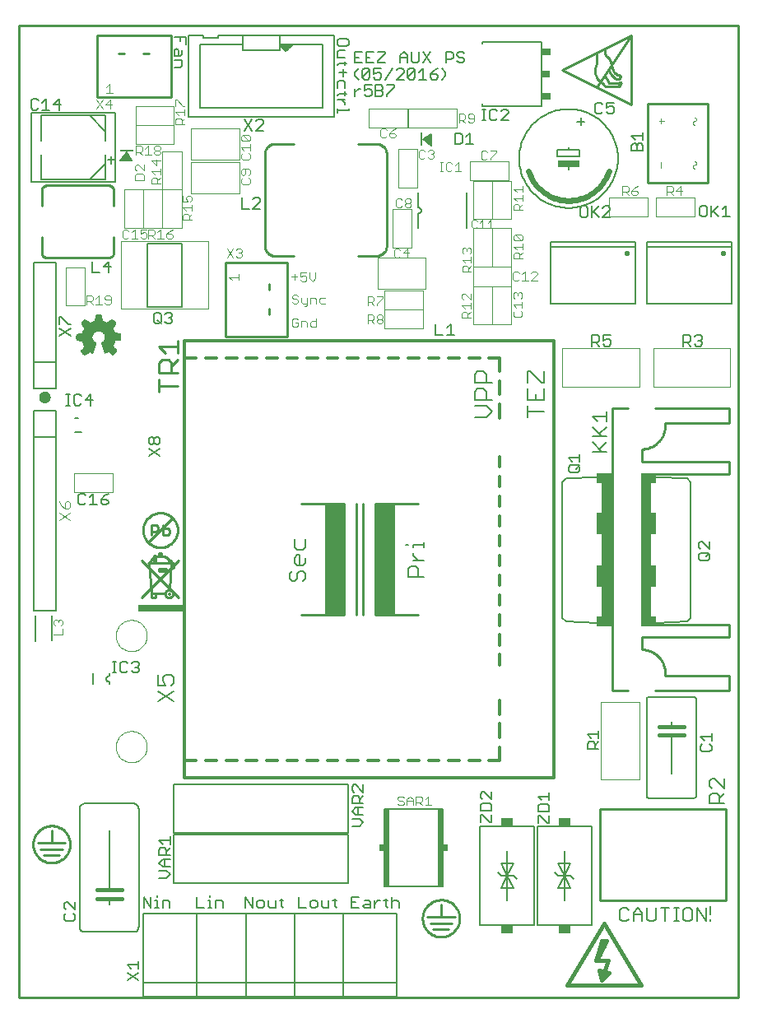
<source format=gto>
G75*
G70*
%OFA0B0*%
%FSLAX24Y24*%
%IPPOS*%
%LPD*%
%AMOC8*
5,1,8,0,0,1.08239X$1,22.5*
%
%ADD10C,0.0160*%
%ADD11C,0.0060*%
%ADD12C,0.0100*%
%ADD13C,0.0040*%
%ADD14R,0.0149X0.0001*%
%ADD15R,0.0004X0.0001*%
%ADD16R,0.0010X0.0001*%
%ADD17R,0.0017X0.0001*%
%ADD18R,0.0023X0.0001*%
%ADD19R,0.0029X0.0001*%
%ADD20R,0.0034X0.0001*%
%ADD21R,0.0040X0.0001*%
%ADD22R,0.0043X0.0002*%
%ADD23R,0.0047X0.0001*%
%ADD24R,0.0050X0.0001*%
%ADD25R,0.0054X0.0001*%
%ADD26R,0.0059X0.0001*%
%ADD27R,0.0064X0.0001*%
%ADD28R,0.0015X0.0001*%
%ADD29R,0.0067X0.0001*%
%ADD30R,0.0020X0.0001*%
%ADD31R,0.0070X0.0001*%
%ADD32R,0.0024X0.0001*%
%ADD33R,0.0074X0.0001*%
%ADD34R,0.0027X0.0001*%
%ADD35R,0.0076X0.0001*%
%ADD36R,0.0030X0.0001*%
%ADD37R,0.0081X0.0002*%
%ADD38R,0.0036X0.0002*%
%ADD39R,0.0086X0.0001*%
%ADD40R,0.0044X0.0001*%
%ADD41R,0.0091X0.0001*%
%ADD42R,0.0046X0.0001*%
%ADD43R,0.0094X0.0001*%
%ADD44R,0.0096X0.0001*%
%ADD45R,0.0053X0.0001*%
%ADD46R,0.0099X0.0001*%
%ADD47R,0.0056X0.0001*%
%ADD48R,0.0104X0.0001*%
%ADD49R,0.0060X0.0001*%
%ADD50R,0.0108X0.0001*%
%ADD51R,0.0112X0.0001*%
%ADD52R,0.0117X0.0001*%
%ADD53R,0.0072X0.0001*%
%ADD54R,0.0120X0.0002*%
%ADD55R,0.0075X0.0002*%
%ADD56R,0.0123X0.0001*%
%ADD57R,0.0078X0.0001*%
%ADD58R,0.0126X0.0001*%
%ADD59R,0.0081X0.0001*%
%ADD60R,0.0131X0.0001*%
%ADD61R,0.0136X0.0001*%
%ADD62R,0.0090X0.0001*%
%ADD63R,0.0139X0.0001*%
%ADD64R,0.0144X0.0001*%
%ADD65R,0.0147X0.0001*%
%ADD66R,0.0101X0.0001*%
%ADD67R,0.0150X0.0001*%
%ADD68R,0.0102X0.0001*%
%ADD69R,0.0153X0.0001*%
%ADD70R,0.0106X0.0001*%
%ADD71R,0.0158X0.0002*%
%ADD72R,0.0109X0.0002*%
%ADD73R,0.0164X0.0001*%
%ADD74R,0.0115X0.0001*%
%ADD75R,0.0168X0.0001*%
%ADD76R,0.0120X0.0001*%
%ADD77R,0.0171X0.0001*%
%ADD78R,0.0123X0.0001*%
%ADD79R,0.0172X0.0001*%
%ADD80R,0.0125X0.0001*%
%ADD81R,0.0175X0.0001*%
%ADD82R,0.0128X0.0001*%
%ADD83R,0.0180X0.0001*%
%ADD84R,0.0132X0.0001*%
%ADD85R,0.0186X0.0001*%
%ADD86R,0.0191X0.0001*%
%ADD87R,0.0141X0.0001*%
%ADD88R,0.0194X0.0001*%
%ADD89R,0.0145X0.0001*%
%ADD90R,0.0196X0.0002*%
%ADD91R,0.0149X0.0002*%
%ADD92R,0.0199X0.0001*%
%ADD93R,0.0151X0.0001*%
%ADD94R,0.0204X0.0001*%
%ADD95R,0.0153X0.0001*%
%ADD96R,0.0207X0.0001*%
%ADD97R,0.0158X0.0001*%
%ADD98R,0.0211X0.0001*%
%ADD99R,0.0162X0.0001*%
%ADD100R,0.0216X0.0001*%
%ADD101R,0.0166X0.0001*%
%ADD102R,0.0219X0.0001*%
%ADD103R,0.0007X0.0001*%
%ADD104R,0.0169X0.0001*%
%ADD105R,0.0222X0.0001*%
%ADD106R,0.0011X0.0001*%
%ADD107R,0.0224X0.0001*%
%ADD108R,0.0014X0.0001*%
%ADD109R,0.0176X0.0001*%
%ADD110R,0.0228X0.0001*%
%ADD111R,0.0018X0.0001*%
%ADD112R,0.0179X0.0001*%
%ADD113R,0.0234X0.0002*%
%ADD114R,0.0024X0.0002*%
%ADD115R,0.0183X0.0002*%
%ADD116R,0.0239X0.0001*%
%ADD117R,0.0189X0.0001*%
%ADD118R,0.0241X0.0001*%
%ADD119R,0.0033X0.0001*%
%ADD120R,0.0012X0.0001*%
%ADD121R,0.0192X0.0001*%
%ADD122R,0.0243X0.0001*%
%ADD123R,0.0038X0.0001*%
%ADD124R,0.0246X0.0001*%
%ADD125R,0.0041X0.0001*%
%ADD126R,0.0019X0.0001*%
%ADD127R,0.0196X0.0001*%
%ADD128R,0.0250X0.0001*%
%ADD129R,0.0021X0.0001*%
%ADD130R,0.0201X0.0001*%
%ADD131R,0.0254X0.0001*%
%ADD132R,0.0048X0.0001*%
%ADD133R,0.0258X0.0001*%
%ADD134R,0.0054X0.0001*%
%ADD135R,0.0209X0.0001*%
%ADD136R,0.0263X0.0001*%
%ADD137R,0.0213X0.0001*%
%ADD138R,0.0267X0.0001*%
%ADD139R,0.0063X0.0001*%
%ADD140R,0.0270X0.0002*%
%ADD141R,0.0066X0.0002*%
%ADD142R,0.0045X0.0002*%
%ADD143R,0.0219X0.0002*%
%ADD144R,0.0271X0.0001*%
%ADD145R,0.0220X0.0001*%
%ADD146R,0.0274X0.0001*%
%ADD147R,0.0051X0.0001*%
%ADD148R,0.0223X0.0001*%
%ADD149R,0.0278X0.0001*%
%ADD150R,0.0282X0.0001*%
%ADD151R,0.0231X0.0001*%
%ADD152R,0.0288X0.0001*%
%ADD153R,0.0085X0.0001*%
%ADD154R,0.0236X0.0001*%
%ADD155R,0.0289X0.0001*%
%ADD156R,0.0087X0.0001*%
%ADD157R,0.0066X0.0001*%
%ADD158R,0.0292X0.0001*%
%ADD159R,0.0069X0.0001*%
%ADD160R,0.0297X0.0001*%
%ADD161R,0.0300X0.0001*%
%ADD162R,0.0075X0.0001*%
%ADD163R,0.0305X0.0002*%
%ADD164R,0.0101X0.0002*%
%ADD165R,0.0078X0.0002*%
%ADD166R,0.0251X0.0002*%
%ADD167R,0.0309X0.0001*%
%ADD168R,0.0105X0.0001*%
%ADD169R,0.0083X0.0001*%
%ADD170R,0.0255X0.0001*%
%ADD171R,0.0314X0.0001*%
%ADD172R,0.0110X0.0001*%
%ADD173R,0.0087X0.0001*%
%ADD174R,0.0316X0.0001*%
%ADD175R,0.0113X0.0001*%
%ADD176R,0.0262X0.0001*%
%ADD177R,0.0319X0.0001*%
%ADD178R,0.0114X0.0001*%
%ADD179R,0.0093X0.0001*%
%ADD180R,0.0266X0.0001*%
%ADD181R,0.0321X0.0001*%
%ADD182R,0.0096X0.0001*%
%ADD183R,0.0324X0.0001*%
%ADD184R,0.0270X0.0001*%
%ADD185R,0.0329X0.0001*%
%ADD186R,0.0124X0.0001*%
%ADD187R,0.0275X0.0001*%
%ADD188R,0.0333X0.0001*%
%ADD189R,0.0279X0.0001*%
%ADD190R,0.0336X0.0001*%
%ADD191R,0.0111X0.0001*%
%ADD192R,0.0284X0.0001*%
%ADD193R,0.0339X0.0002*%
%ADD194R,0.0134X0.0002*%
%ADD195R,0.0114X0.0002*%
%ADD196R,0.0286X0.0002*%
%ADD197R,0.0342X0.0001*%
%ADD198R,0.0116X0.0001*%
%ADD199R,0.0491X0.0001*%
%ADD200R,0.0492X0.0001*%
%ADD201R,0.0294X0.0001*%
%ADD202R,0.0495X0.0001*%
%ADD203R,0.0299X0.0001*%
%ADD204R,0.0496X0.0001*%
%ADD205R,0.0127X0.0001*%
%ADD206R,0.0301X0.0001*%
%ADD207R,0.0498X0.0001*%
%ADD208R,0.0304X0.0001*%
%ADD209R,0.0501X0.0001*%
%ADD210R,0.0134X0.0001*%
%ADD211R,0.0308X0.0001*%
%ADD212R,0.0135X0.0001*%
%ADD213R,0.0311X0.0001*%
%ADD214R,0.0504X0.0001*%
%ADD215R,0.0138X0.0001*%
%ADD216R,0.0504X0.0002*%
%ADD217R,0.0141X0.0002*%
%ADD218R,0.0318X0.0002*%
%ADD219R,0.0507X0.0001*%
%ADD220R,0.0323X0.0001*%
%ADD221R,0.0326X0.0001*%
%ADD222R,0.0508X0.0001*%
%ADD223R,0.0152X0.0001*%
%ADD224R,0.0330X0.0001*%
%ADD225R,0.0510X0.0001*%
%ADD226R,0.0494X0.0001*%
%ADD227R,0.0512X0.0001*%
%ADD228R,0.0500X0.0001*%
%ADD229R,0.0513X0.0001*%
%ADD230R,0.0501X0.0001*%
%ADD231R,0.0513X0.0002*%
%ADD232R,0.0501X0.0002*%
%ADD233R,0.0503X0.0001*%
%ADD234R,0.0504X0.0001*%
%ADD235R,0.0506X0.0001*%
%ADD236R,0.0513X0.0001*%
%ADD237R,0.0509X0.0001*%
%ADD238R,0.0511X0.0001*%
%ADD239R,0.0514X0.0001*%
%ADD240R,0.0516X0.0001*%
%ADD241R,0.0513X0.0002*%
%ADD242R,0.0519X0.0002*%
%ADD243R,0.0519X0.0001*%
%ADD244R,0.0520X0.0001*%
%ADD245R,0.0522X0.0001*%
%ADD246R,0.0507X0.0001*%
%ADD247R,0.0509X0.0002*%
%ADD248R,0.0520X0.0002*%
%ADD249R,0.0522X0.0001*%
%ADD250R,0.0505X0.0001*%
%ADD251R,0.0502X0.0001*%
%ADD252R,0.0521X0.0001*%
%ADD253R,0.0503X0.0002*%
%ADD254R,0.0519X0.0002*%
%ADD255R,0.0519X0.0001*%
%ADD256R,0.0499X0.0001*%
%ADD257R,0.0517X0.0001*%
%ADD258R,0.0495X0.0002*%
%ADD259R,0.0514X0.0002*%
%ADD260R,0.0515X0.0001*%
%ADD261R,0.0492X0.0001*%
%ADD262R,0.0490X0.0001*%
%ADD263R,0.0490X0.0002*%
%ADD264R,0.0511X0.0002*%
%ADD265R,0.0489X0.0001*%
%ADD266R,0.0489X0.0001*%
%ADD267R,0.0488X0.0001*%
%ADD268R,0.0485X0.0001*%
%ADD269R,0.0483X0.0001*%
%ADD270R,0.0483X0.0002*%
%ADD271R,0.0507X0.0002*%
%ADD272R,0.0483X0.0001*%
%ADD273R,0.0481X0.0001*%
%ADD274R,0.0480X0.0001*%
%ADD275R,0.0480X0.0002*%
%ADD276R,0.0501X0.0002*%
%ADD277R,0.0479X0.0001*%
%ADD278R,0.0477X0.0001*%
%ADD279R,0.0477X0.0001*%
%ADD280R,0.0475X0.0001*%
%ADD281R,0.0474X0.0001*%
%ADD282R,0.0472X0.0001*%
%ADD283R,0.0472X0.0002*%
%ADD284R,0.0498X0.0002*%
%ADD285R,0.0471X0.0001*%
%ADD286R,0.0473X0.0001*%
%ADD287R,0.0471X0.0001*%
%ADD288R,0.0470X0.0001*%
%ADD289R,0.0468X0.0001*%
%ADD290R,0.0469X0.0001*%
%ADD291R,0.0468X0.0002*%
%ADD292R,0.0491X0.0002*%
%ADD293R,0.0466X0.0001*%
%ADD294R,0.0465X0.0001*%
%ADD295R,0.0464X0.0001*%
%ADD296R,0.0462X0.0001*%
%ADD297R,0.0462X0.0002*%
%ADD298R,0.0489X0.0002*%
%ADD299R,0.0461X0.0001*%
%ADD300R,0.0460X0.0001*%
%ADD301R,0.0459X0.0001*%
%ADD302R,0.0484X0.0001*%
%ADD303R,0.0457X0.0001*%
%ADD304R,0.0459X0.0001*%
%ADD305R,0.0458X0.0002*%
%ADD306R,0.0484X0.0002*%
%ADD307R,0.0456X0.0001*%
%ADD308R,0.0455X0.0001*%
%ADD309R,0.0453X0.0001*%
%ADD310R,0.0451X0.0001*%
%ADD311R,0.0453X0.0001*%
%ADD312R,0.0450X0.0001*%
%ADD313R,0.0451X0.0002*%
%ADD314R,0.0478X0.0001*%
%ADD315R,0.0449X0.0001*%
%ADD316R,0.0476X0.0001*%
%ADD317R,0.0447X0.0001*%
%ADD318R,0.0474X0.0001*%
%ADD319R,0.0449X0.0002*%
%ADD320R,0.0476X0.0002*%
%ADD321R,0.0454X0.0001*%
%ADD322R,0.0469X0.0002*%
%ADD323R,0.0468X0.0001*%
%ADD324R,0.0467X0.0001*%
%ADD325R,0.0473X0.0002*%
%ADD326R,0.0468X0.0002*%
%ADD327R,0.0486X0.0002*%
%ADD328R,0.0474X0.0002*%
%ADD329R,0.0487X0.0001*%
%ADD330R,0.0497X0.0001*%
%ADD331R,0.0486X0.0001*%
%ADD332R,0.0500X0.0002*%
%ADD333R,0.0487X0.0002*%
%ADD334R,0.0498X0.0001*%
%ADD335R,0.0524X0.0002*%
%ADD336R,0.0524X0.0001*%
%ADD337R,0.0525X0.0001*%
%ADD338R,0.0528X0.0001*%
%ADD339R,0.0529X0.0001*%
%ADD340R,0.0533X0.0001*%
%ADD341R,0.0534X0.0001*%
%ADD342R,0.0523X0.0001*%
%ADD343R,0.0536X0.0001*%
%ADD344R,0.0537X0.0002*%
%ADD345R,0.0527X0.0002*%
%ADD346R,0.0537X0.0001*%
%ADD347R,0.0528X0.0001*%
%ADD348R,0.0539X0.0001*%
%ADD349R,0.0530X0.0001*%
%ADD350R,0.0540X0.0001*%
%ADD351R,0.0541X0.0001*%
%ADD352R,0.0531X0.0001*%
%ADD353R,0.0543X0.0001*%
%ADD354R,0.0544X0.0001*%
%ADD355R,0.0546X0.0002*%
%ADD356R,0.0536X0.0002*%
%ADD357R,0.0547X0.0001*%
%ADD358R,0.0551X0.0001*%
%ADD359R,0.0552X0.0001*%
%ADD360R,0.0554X0.0001*%
%ADD361R,0.0555X0.0001*%
%ADD362R,0.0555X0.0002*%
%ADD363R,0.0547X0.0002*%
%ADD364R,0.0549X0.0001*%
%ADD365R,0.0548X0.0001*%
%ADD366R,0.0538X0.0001*%
%ADD367R,0.0537X0.0001*%
%ADD368R,0.0533X0.0002*%
%ADD369R,0.0531X0.0001*%
%ADD370R,0.0526X0.0001*%
%ADD371R,0.0518X0.0001*%
%ADD372R,0.0498X0.0002*%
%ADD373R,0.0496X0.0002*%
%ADD374R,0.0486X0.0001*%
%ADD375R,0.0485X0.0002*%
%ADD376R,0.0482X0.0001*%
%ADD377R,0.0477X0.0002*%
%ADD378R,0.0530X0.0002*%
%ADD379R,0.0464X0.0002*%
%ADD380R,0.0561X0.0001*%
%ADD381R,0.0570X0.0001*%
%ADD382R,0.0576X0.0001*%
%ADD383R,0.0581X0.0001*%
%ADD384R,0.0585X0.0001*%
%ADD385R,0.0589X0.0001*%
%ADD386R,0.0600X0.0002*%
%ADD387R,0.0614X0.0001*%
%ADD388R,0.0623X0.0001*%
%ADD389R,0.0630X0.0001*%
%ADD390R,0.0633X0.0001*%
%ADD391R,0.0638X0.0001*%
%ADD392R,0.0645X0.0001*%
%ADD393R,0.0657X0.0001*%
%ADD394R,0.0556X0.0001*%
%ADD395R,0.0669X0.0001*%
%ADD396R,0.0674X0.0001*%
%ADD397R,0.0579X0.0001*%
%ADD398R,0.0676X0.0002*%
%ADD399R,0.0585X0.0002*%
%ADD400R,0.0678X0.0001*%
%ADD401R,0.0590X0.0001*%
%ADD402R,0.0679X0.0001*%
%ADD403R,0.0596X0.0001*%
%ADD404R,0.0681X0.0001*%
%ADD405R,0.0606X0.0001*%
%ADD406R,0.0620X0.0001*%
%ADD407R,0.0682X0.0001*%
%ADD408R,0.0633X0.0001*%
%ADD409R,0.0684X0.0001*%
%ADD410R,0.0639X0.0001*%
%ADD411R,0.0649X0.0001*%
%ADD412R,0.0684X0.0001*%
%ADD413R,0.0655X0.0001*%
%ADD414R,0.0683X0.0002*%
%ADD415R,0.0664X0.0002*%
%ADD416R,0.0683X0.0001*%
%ADD417R,0.0670X0.0001*%
%ADD418R,0.0671X0.0001*%
%ADD419R,0.0681X0.0001*%
%ADD420R,0.0672X0.0001*%
%ADD421R,0.0680X0.0001*%
%ADD422R,0.0675X0.0001*%
%ADD423R,0.0676X0.0001*%
%ADD424R,0.0680X0.0002*%
%ADD425R,0.0678X0.0002*%
%ADD426R,0.0678X0.0001*%
%ADD427R,0.0675X0.0002*%
%ADD428R,0.0672X0.0002*%
%ADD429R,0.0672X0.0001*%
%ADD430R,0.0671X0.0002*%
%ADD431R,0.0670X0.0002*%
%ADD432R,0.0669X0.0001*%
%ADD433R,0.0667X0.0001*%
%ADD434R,0.0669X0.0002*%
%ADD435R,0.0667X0.0002*%
%ADD436R,0.0668X0.0001*%
%ADD437R,0.0666X0.0001*%
%ADD438R,0.0668X0.0002*%
%ADD439R,0.0666X0.0002*%
%ADD440R,0.0666X0.0001*%
%ADD441R,0.0664X0.0001*%
%ADD442R,0.0663X0.0001*%
%ADD443R,0.0666X0.0002*%
%ADD444R,0.0663X0.0002*%
%ADD445R,0.0665X0.0001*%
%ADD446R,0.0674X0.0002*%
%ADD447R,0.0677X0.0001*%
%ADD448R,0.0678X0.0002*%
%ADD449R,0.0682X0.0002*%
%ADD450R,0.0686X0.0001*%
%ADD451R,0.0686X0.0002*%
%ADD452R,0.0687X0.0001*%
%ADD453R,0.0689X0.0001*%
%ADD454R,0.0653X0.0001*%
%ADD455R,0.0641X0.0001*%
%ADD456R,0.0626X0.0001*%
%ADD457R,0.0616X0.0001*%
%ADD458R,0.0687X0.0001*%
%ADD459R,0.0612X0.0001*%
%ADD460R,0.0688X0.0001*%
%ADD461R,0.0606X0.0001*%
%ADD462R,0.0601X0.0001*%
%ADD463R,0.0591X0.0002*%
%ADD464R,0.0567X0.0001*%
%ADD465R,0.0560X0.0001*%
%ADD466R,0.0659X0.0001*%
%ADD467R,0.0516X0.0001*%
%ADD468R,0.0639X0.0001*%
%ADD469R,0.0502X0.0002*%
%ADD470R,0.0633X0.0002*%
%ADD471R,0.0608X0.0001*%
%ADD472R,0.0582X0.0001*%
%ADD473R,0.0577X0.0001*%
%ADD474R,0.0569X0.0002*%
%ADD475R,0.0546X0.0001*%
%ADD476R,0.0486X0.0002*%
%ADD477R,0.0493X0.0001*%
%ADD478R,0.0516X0.0002*%
%ADD479R,0.0532X0.0001*%
%ADD480R,0.0534X0.0002*%
%ADD481R,0.0535X0.0002*%
%ADD482R,0.0543X0.0001*%
%ADD483R,0.0553X0.0001*%
%ADD484R,0.0559X0.0001*%
%ADD485R,0.0564X0.0001*%
%ADD486R,0.0564X0.0001*%
%ADD487R,0.0567X0.0001*%
%ADD488R,0.0569X0.0001*%
%ADD489R,0.0570X0.0002*%
%ADD490R,0.0571X0.0002*%
%ADD491R,0.0571X0.0001*%
%ADD492R,0.0573X0.0001*%
%ADD493R,0.0574X0.0001*%
%ADD494R,0.0576X0.0001*%
%ADD495R,0.0600X0.0001*%
%ADD496R,0.0611X0.0001*%
%ADD497R,0.0618X0.0001*%
%ADD498R,0.0621X0.0001*%
%ADD499R,0.1269X0.0001*%
%ADD500R,0.1267X0.0001*%
%ADD501R,0.1266X0.0001*%
%ADD502R,0.1266X0.0002*%
%ADD503R,0.1264X0.0001*%
%ADD504R,0.1261X0.0001*%
%ADD505R,0.1260X0.0001*%
%ADD506R,0.1259X0.0001*%
%ADD507R,0.1256X0.0001*%
%ADD508R,0.1254X0.0001*%
%ADD509R,0.1253X0.0001*%
%ADD510R,0.1251X0.0001*%
%ADD511R,0.1251X0.0002*%
%ADD512R,0.1248X0.0001*%
%ADD513R,0.1245X0.0001*%
%ADD514R,0.1244X0.0001*%
%ADD515R,0.1242X0.0001*%
%ADD516R,0.1239X0.0001*%
%ADD517R,0.1237X0.0001*%
%ADD518R,0.1236X0.0002*%
%ADD519R,0.1233X0.0001*%
%ADD520R,0.1230X0.0001*%
%ADD521R,0.1229X0.0001*%
%ADD522R,0.1227X0.0001*%
%ADD523R,0.1226X0.0001*%
%ADD524R,0.1224X0.0001*%
%ADD525R,0.1223X0.0002*%
%ADD526R,0.1219X0.0001*%
%ADD527R,0.1216X0.0001*%
%ADD528R,0.1215X0.0001*%
%ADD529R,0.1214X0.0001*%
%ADD530R,0.1212X0.0001*%
%ADD531R,0.1209X0.0001*%
%ADD532R,0.1207X0.0002*%
%ADD533R,0.1206X0.0001*%
%ADD534R,0.1204X0.0001*%
%ADD535R,0.1201X0.0001*%
%ADD536R,0.1200X0.0001*%
%ADD537R,0.1199X0.0001*%
%ADD538R,0.1196X0.0001*%
%ADD539R,0.1194X0.0001*%
%ADD540R,0.1193X0.0001*%
%ADD541R,0.1191X0.0001*%
%ADD542R,0.1191X0.0002*%
%ADD543R,0.1188X0.0001*%
%ADD544R,0.1185X0.0001*%
%ADD545R,0.1184X0.0001*%
%ADD546R,0.1181X0.0001*%
%ADD547R,0.1177X0.0001*%
%ADD548R,0.1176X0.0001*%
%ADD549R,0.1174X0.0001*%
%ADD550R,0.1173X0.0001*%
%ADD551R,0.1170X0.0002*%
%ADD552R,0.1170X0.0001*%
%ADD553R,0.1169X0.0001*%
%ADD554R,0.1166X0.0001*%
%ADD555R,0.1164X0.0001*%
%ADD556R,0.1163X0.0001*%
%ADD557R,0.1163X0.0002*%
%ADD558R,0.1167X0.0001*%
%ADD559R,0.1171X0.0001*%
%ADD560R,0.1179X0.0001*%
%ADD561R,0.1182X0.0001*%
%ADD562R,0.1182X0.0002*%
%ADD563R,0.1188X0.0001*%
%ADD564R,0.1190X0.0001*%
%ADD565R,0.1197X0.0001*%
%ADD566R,0.1204X0.0002*%
%ADD567R,0.1207X0.0001*%
%ADD568R,0.1210X0.0001*%
%ADD569R,0.1213X0.0001*%
%ADD570R,0.1217X0.0001*%
%ADD571R,0.1218X0.0001*%
%ADD572R,0.1220X0.0001*%
%ADD573R,0.1221X0.0001*%
%ADD574R,0.1223X0.0001*%
%ADD575R,0.1226X0.0002*%
%ADD576R,0.1236X0.0001*%
%ADD577R,0.1239X0.0001*%
%ADD578R,0.1240X0.0001*%
%ADD579R,0.1243X0.0001*%
%ADD580R,0.1248X0.0002*%
%ADD581R,0.1248X0.0001*%
%ADD582R,0.1251X0.0001*%
%ADD583R,0.1257X0.0001*%
%ADD584R,0.1263X0.0001*%
%ADD585R,0.1267X0.0002*%
%ADD586R,0.1270X0.0001*%
%ADD587R,0.1274X0.0001*%
%ADD588R,0.1275X0.0001*%
%ADD589R,0.1278X0.0001*%
%ADD590R,0.1280X0.0001*%
%ADD591R,0.1281X0.0001*%
%ADD592R,0.1284X0.0001*%
%ADD593R,0.1286X0.0001*%
%ADD594R,0.1289X0.0001*%
%ADD595R,0.1290X0.0002*%
%ADD596R,0.1291X0.0001*%
%ADD597R,0.1294X0.0001*%
%ADD598R,0.1296X0.0001*%
%ADD599R,0.1299X0.0001*%
%ADD600R,0.1300X0.0001*%
%ADD601R,0.1302X0.0001*%
%ADD602R,0.1304X0.0001*%
%ADD603R,0.1306X0.0001*%
%ADD604R,0.1308X0.0001*%
%ADD605R,0.1311X0.0002*%
%ADD606R,0.1313X0.0001*%
%ADD607R,0.1316X0.0001*%
%ADD608R,0.1317X0.0001*%
%ADD609R,0.1320X0.0001*%
%ADD610R,0.1323X0.0001*%
%ADD611R,0.1326X0.0001*%
%ADD612R,0.1329X0.0001*%
%ADD613R,0.1332X0.0002*%
%ADD614R,0.1335X0.0001*%
%ADD615R,0.1336X0.0001*%
%ADD616R,0.1340X0.0001*%
%ADD617R,0.1343X0.0001*%
%ADD618R,0.1346X0.0001*%
%ADD619R,0.1347X0.0001*%
%ADD620R,0.1350X0.0001*%
%ADD621R,0.1353X0.0002*%
%ADD622R,0.1356X0.0001*%
%ADD623R,0.1357X0.0001*%
%ADD624R,0.1360X0.0001*%
%ADD625R,0.1364X0.0001*%
%ADD626R,0.1365X0.0001*%
%ADD627R,0.1368X0.0001*%
%ADD628R,0.1369X0.0001*%
%ADD629R,0.1373X0.0001*%
%ADD630R,0.1374X0.0002*%
%ADD631R,0.1377X0.0001*%
%ADD632R,0.1379X0.0001*%
%ADD633R,0.1380X0.0001*%
%ADD634R,0.1383X0.0001*%
%ADD635R,0.1386X0.0001*%
%ADD636R,0.1387X0.0001*%
%ADD637R,0.1391X0.0001*%
%ADD638R,0.1394X0.0001*%
%ADD639R,0.1395X0.0002*%
%ADD640R,0.1398X0.0001*%
%ADD641R,0.1401X0.0001*%
%ADD642R,0.1403X0.0001*%
%ADD643R,0.1406X0.0001*%
%ADD644R,0.1407X0.0001*%
%ADD645R,0.1409X0.0001*%
%ADD646R,0.1411X0.0001*%
%ADD647R,0.1414X0.0001*%
%ADD648R,0.1416X0.0002*%
%ADD649R,0.1419X0.0001*%
%ADD650R,0.1421X0.0001*%
%ADD651R,0.1422X0.0001*%
%ADD652R,0.1424X0.0001*%
%ADD653R,0.1426X0.0001*%
%ADD654R,0.1428X0.0001*%
%ADD655R,0.1429X0.0002*%
%ADD656R,0.1429X0.0001*%
%ADD657R,0.1425X0.0001*%
%ADD658R,0.1421X0.0002*%
%ADD659R,0.1418X0.0001*%
%ADD660R,0.1416X0.0001*%
%ADD661R,0.1413X0.0001*%
%ADD662R,0.1410X0.0001*%
%ADD663R,0.1404X0.0001*%
%ADD664R,0.1401X0.0001*%
%ADD665R,0.0346X0.0001*%
%ADD666R,0.1044X0.0001*%
%ADD667R,0.0342X0.0002*%
%ADD668R,0.1040X0.0002*%
%ADD669R,0.0337X0.0001*%
%ADD670R,0.1034X0.0001*%
%ADD671R,0.0357X0.0001*%
%ADD672R,0.0660X0.0001*%
%ADD673R,0.0353X0.0001*%
%ADD674R,0.0327X0.0001*%
%ADD675R,0.0349X0.0001*%
%ADD676R,0.0321X0.0001*%
%ADD677R,0.0648X0.0001*%
%ADD678R,0.0344X0.0001*%
%ADD679R,0.0317X0.0001*%
%ADD680R,0.0339X0.0001*%
%ADD681R,0.0312X0.0001*%
%ADD682R,0.0631X0.0001*%
%ADD683R,0.0334X0.0001*%
%ADD684R,0.0309X0.0001*%
%ADD685R,0.0307X0.0002*%
%ADD686R,0.0623X0.0002*%
%ADD687R,0.0327X0.0002*%
%ADD688R,0.0618X0.0001*%
%ADD689R,0.0297X0.0001*%
%ADD690R,0.0607X0.0001*%
%ADD691R,0.0320X0.0001*%
%ADD692R,0.0293X0.0001*%
%ADD693R,0.0599X0.0001*%
%ADD694R,0.0313X0.0001*%
%ADD695R,0.0285X0.0001*%
%ADD696R,0.0584X0.0001*%
%ADD697R,0.0303X0.0001*%
%ADD698R,0.0281X0.0001*%
%ADD699R,0.0273X0.0002*%
%ADD700R,0.0563X0.0002*%
%ADD701R,0.0293X0.0002*%
%ADD702R,0.0264X0.0001*%
%ADD703R,0.0259X0.0001*%
%ADD704R,0.0256X0.0001*%
%ADD705R,0.0276X0.0001*%
%ADD706R,0.0252X0.0001*%
%ADD707R,0.0273X0.0001*%
%ADD708R,0.0248X0.0001*%
%ADD709R,0.0269X0.0001*%
%ADD710R,0.0245X0.0001*%
%ADD711R,0.0240X0.0001*%
%ADD712R,0.0237X0.0002*%
%ADD713R,0.0256X0.0002*%
%ADD714R,0.0234X0.0001*%
%ADD715R,0.0232X0.0001*%
%ADD716R,0.0251X0.0001*%
%ADD717R,0.0228X0.0001*%
%ADD718R,0.0246X0.0001*%
%ADD719R,0.0456X0.0001*%
%ADD720R,0.0219X0.0001*%
%ADD721R,0.0444X0.0001*%
%ADD722R,0.0237X0.0001*%
%ADD723R,0.0214X0.0001*%
%ADD724R,0.0436X0.0001*%
%ADD725R,0.0432X0.0001*%
%ADD726R,0.0231X0.0001*%
%ADD727R,0.0210X0.0001*%
%ADD728R,0.0426X0.0001*%
%ADD729R,0.0420X0.0001*%
%ADD730R,0.0226X0.0001*%
%ADD731R,0.0204X0.0002*%
%ADD732R,0.0409X0.0002*%
%ADD733R,0.0222X0.0002*%
%ADD734R,0.0391X0.0001*%
%ADD735R,0.0217X0.0001*%
%ADD736R,0.0376X0.0001*%
%ADD737R,0.0368X0.0001*%
%ADD738R,0.0189X0.0001*%
%ADD739R,0.0361X0.0001*%
%ADD740R,0.0206X0.0001*%
%ADD741R,0.0186X0.0001*%
%ADD742R,0.0356X0.0001*%
%ADD743R,0.0181X0.0001*%
%ADD744R,0.0345X0.0001*%
%ADD745R,0.0173X0.0001*%
%ADD746R,0.0331X0.0001*%
%ADD747R,0.0190X0.0001*%
%ADD748R,0.0168X0.0001*%
%ADD749R,0.0165X0.0002*%
%ADD750R,0.0162X0.0001*%
%ADD751R,0.0159X0.0001*%
%ADD752R,0.0177X0.0001*%
%ADD753R,0.0156X0.0001*%
%ADD754R,0.0324X0.0001*%
%ADD755R,0.0174X0.0001*%
%ADD756R,0.0167X0.0001*%
%ADD757R,0.0146X0.0001*%
%ADD758R,0.0163X0.0001*%
%ADD759R,0.0141X0.0001*%
%ADD760R,0.0140X0.0001*%
%ADD761R,0.0137X0.0001*%
%ADD762R,0.0133X0.0001*%
%ADD763R,0.0129X0.0002*%
%ADD764R,0.0321X0.0002*%
%ADD765R,0.0146X0.0002*%
%ADD766R,0.0119X0.0001*%
%ADD767R,0.0129X0.0001*%
%ADD768R,0.0111X0.0001*%
%ADD769R,0.0126X0.0001*%
%ADD770R,0.0318X0.0001*%
%ADD771R,0.0097X0.0001*%
%ADD772R,0.0315X0.0001*%
%ADD773R,0.0089X0.0002*%
%ADD774R,0.0315X0.0002*%
%ADD775R,0.0105X0.0002*%
%ADD776R,0.0079X0.0001*%
%ADD777R,0.0089X0.0001*%
%ADD778R,0.0069X0.0001*%
%ADD779R,0.0084X0.0001*%
%ADD780R,0.0057X0.0001*%
%ADD781R,0.0052X0.0002*%
%ADD782R,0.0311X0.0002*%
%ADD783R,0.0066X0.0002*%
%ADD784R,0.0061X0.0001*%
%ADD785R,0.0042X0.0001*%
%ADD786R,0.0055X0.0001*%
%ADD787R,0.0039X0.0001*%
%ADD788R,0.0052X0.0001*%
%ADD789R,0.0036X0.0001*%
%ADD790R,0.0049X0.0001*%
%ADD791R,0.0307X0.0001*%
%ADD792R,0.0045X0.0001*%
%ADD793R,0.0022X0.0001*%
%ADD794R,0.0035X0.0001*%
%ADD795R,0.0025X0.0002*%
%ADD796R,0.0306X0.0001*%
%ADD797R,0.0018X0.0001*%
%ADD798R,0.0008X0.0001*%
%ADD799R,0.0300X0.0002*%
%ADD800R,0.0296X0.0001*%
%ADD801R,0.0294X0.0002*%
%ADD802R,0.0294X0.0001*%
%ADD803R,0.0291X0.0001*%
%ADD804R,0.0291X0.0002*%
%ADD805R,0.0286X0.0001*%
%ADD806R,0.0281X0.0002*%
%ADD807R,0.0277X0.0001*%
%ADD808R,0.0276X0.0001*%
%ADD809R,0.0266X0.0002*%
%ADD810R,0.0264X0.0001*%
%ADD811R,0.0261X0.0001*%
%ADD812R,0.0259X0.0002*%
%ADD813R,0.0254X0.0002*%
%ADD814R,0.0248X0.0002*%
%ADD815R,0.0218X0.0002*%
%ADD816R,0.0157X0.0001*%
%ADD817C,0.0050*%
%ADD818C,0.0070*%
%ADD819C,0.0090*%
%ADD820R,0.0900X0.0250*%
%ADD821C,0.0240*%
%ADD822C,0.0020*%
%ADD823R,0.0079X0.0551*%
%ADD824C,0.0030*%
%ADD825R,0.0500X0.0350*%
%ADD826R,0.0400X0.6200*%
%ADD827R,0.0200X0.0400*%
%ADD828R,0.0200X0.0850*%
%ADD829C,0.0217*%
%ADD830R,0.0197X0.3150*%
%ADD831R,0.0225X0.0300*%
%ADD832R,0.0551X0.0079*%
%ADD833C,0.0080*%
%ADD834C,0.0000*%
%ADD835R,0.1800X0.0300*%
%ADD836C,0.0120*%
%ADD837R,0.0750X0.4500*%
%ADD838R,0.0327X0.0299*%
%ADD839R,0.0358X0.0299*%
D10*
X010906Y009427D02*
X011406Y009427D01*
X011906Y009427D01*
X011906Y009777D02*
X011406Y009777D01*
X010906Y009777D01*
X029965Y005927D02*
X032965Y005927D01*
X031465Y008427D01*
X029965Y005927D01*
X031303Y006378D02*
X031616Y006378D01*
X031665Y006427D02*
X031365Y006127D01*
X031265Y006527D01*
X031665Y006427D01*
X031458Y006220D02*
X031342Y006220D01*
X031365Y006177D02*
X031615Y006927D01*
X031115Y006927D01*
X031365Y007677D01*
X031345Y007646D02*
X031525Y007646D01*
X031565Y007727D02*
X031165Y006927D01*
X031365Y007727D01*
X031565Y007727D01*
X031446Y007488D02*
X031306Y007488D01*
X031266Y007329D02*
X031366Y007329D01*
X031287Y007171D02*
X031226Y007171D01*
X031208Y007012D02*
X031187Y007012D01*
X033681Y016052D02*
X034181Y016052D01*
X034681Y016052D01*
X034681Y016402D02*
X034181Y016402D01*
X033681Y016402D01*
D11*
X034181Y016402D02*
X034181Y016602D01*
X034181Y016052D02*
X034181Y014502D01*
X033181Y013602D02*
X033183Y013585D01*
X033187Y013568D01*
X033194Y013552D01*
X033204Y013538D01*
X033217Y013525D01*
X033231Y013515D01*
X033247Y013508D01*
X033264Y013504D01*
X033281Y013502D01*
X035081Y013502D01*
X035098Y013504D01*
X035115Y013508D01*
X035131Y013515D01*
X035145Y013525D01*
X035158Y013538D01*
X035168Y013552D01*
X035175Y013568D01*
X035179Y013585D01*
X035181Y013602D01*
X035181Y017502D01*
X035179Y017519D01*
X035175Y017536D01*
X035168Y017552D01*
X035158Y017566D01*
X035145Y017579D01*
X035131Y017589D01*
X035115Y017596D01*
X035098Y017600D01*
X035081Y017602D01*
X033281Y017602D01*
X033264Y017600D01*
X033247Y017596D01*
X033231Y017589D01*
X033217Y017579D01*
X033204Y017566D01*
X033194Y017552D01*
X033187Y017536D01*
X033183Y017519D01*
X033181Y017502D01*
X033181Y013602D01*
X030941Y012362D02*
X030941Y008362D01*
X028741Y008362D01*
X028741Y012362D01*
X030941Y012362D01*
X029841Y011362D02*
X029841Y009362D01*
X030216Y010237D02*
X030091Y010362D01*
X029591Y010362D01*
X029466Y010487D01*
X027910Y010237D02*
X027785Y010362D01*
X027285Y010362D01*
X027160Y010487D01*
X027535Y011362D02*
X027535Y009362D01*
X026435Y008362D02*
X026435Y012362D01*
X028635Y012362D01*
X028635Y008362D01*
X026435Y008362D01*
X023138Y009057D02*
X023138Y009277D01*
X023064Y009351D01*
X022917Y009351D01*
X022844Y009277D01*
X022684Y009351D02*
X022537Y009351D01*
X022610Y009424D02*
X022610Y009131D01*
X022684Y009057D01*
X022844Y009057D02*
X022844Y009498D01*
X022374Y009351D02*
X022300Y009351D01*
X022153Y009204D01*
X022153Y009057D02*
X022153Y009351D01*
X021987Y009277D02*
X021987Y009057D01*
X021766Y009057D01*
X021693Y009131D01*
X021766Y009204D01*
X021987Y009204D01*
X021987Y009277D02*
X021913Y009351D01*
X021766Y009351D01*
X021526Y009498D02*
X021233Y009498D01*
X021233Y009057D01*
X021526Y009057D01*
X021379Y009277D02*
X021233Y009277D01*
X020612Y009351D02*
X020465Y009351D01*
X020539Y009424D02*
X020539Y009131D01*
X020612Y009057D01*
X020298Y009057D02*
X020298Y009351D01*
X020005Y009351D02*
X020005Y009131D01*
X020078Y009057D01*
X020298Y009057D01*
X019838Y009131D02*
X019838Y009277D01*
X019765Y009351D01*
X019618Y009351D01*
X019544Y009277D01*
X019544Y009131D01*
X019618Y009057D01*
X019765Y009057D01*
X019838Y009131D01*
X019378Y009057D02*
X019084Y009057D01*
X019084Y009498D01*
X018464Y009351D02*
X018317Y009351D01*
X018390Y009424D02*
X018390Y009131D01*
X018464Y009057D01*
X018150Y009057D02*
X018150Y009351D01*
X017856Y009351D02*
X017856Y009131D01*
X017930Y009057D01*
X018150Y009057D01*
X017690Y009131D02*
X017690Y009277D01*
X017616Y009351D01*
X017469Y009351D01*
X017396Y009277D01*
X017396Y009131D01*
X017469Y009057D01*
X017616Y009057D01*
X017690Y009131D01*
X017229Y009057D02*
X017229Y009498D01*
X016936Y009498D02*
X016936Y009057D01*
X017229Y009057D02*
X016936Y009498D01*
X016020Y009277D02*
X016020Y009057D01*
X016020Y009277D02*
X015947Y009351D01*
X015726Y009351D01*
X015726Y009057D01*
X015566Y009057D02*
X015419Y009057D01*
X015493Y009057D02*
X015493Y009351D01*
X015419Y009351D01*
X015493Y009498D02*
X015493Y009571D01*
X014959Y009498D02*
X014959Y009057D01*
X015253Y009057D01*
X013871Y009057D02*
X013871Y009277D01*
X013798Y009351D01*
X013578Y009351D01*
X013578Y009057D01*
X013418Y009057D02*
X013271Y009057D01*
X013344Y009057D02*
X013344Y009351D01*
X013271Y009351D01*
X013344Y009498D02*
X013344Y009571D01*
X013104Y009498D02*
X013104Y009057D01*
X012811Y009498D01*
X012811Y009057D01*
X012606Y008277D02*
X012606Y013077D01*
X012604Y013103D01*
X012599Y013129D01*
X012591Y013154D01*
X012579Y013177D01*
X012565Y013199D01*
X012547Y013218D01*
X012528Y013236D01*
X012506Y013250D01*
X012483Y013262D01*
X012458Y013270D01*
X012432Y013275D01*
X012406Y013277D01*
X010406Y013277D01*
X010380Y013275D01*
X010354Y013270D01*
X010329Y013262D01*
X010306Y013250D01*
X010284Y013236D01*
X010265Y013218D01*
X010247Y013199D01*
X010233Y013177D01*
X010221Y013154D01*
X010213Y013129D01*
X010208Y013103D01*
X010206Y013077D01*
X010206Y008277D01*
X010208Y008251D01*
X010213Y008225D01*
X010221Y008200D01*
X010233Y008177D01*
X010247Y008155D01*
X010265Y008136D01*
X010284Y008118D01*
X010306Y008104D01*
X010329Y008092D01*
X010354Y008084D01*
X010380Y008079D01*
X010406Y008077D01*
X012406Y008077D01*
X012432Y008079D01*
X012458Y008084D01*
X012483Y008092D01*
X012506Y008104D01*
X012528Y008118D01*
X012547Y008136D01*
X012565Y008155D01*
X012579Y008177D01*
X012591Y008200D01*
X012599Y008225D01*
X012604Y008251D01*
X012606Y008277D01*
X011406Y009177D02*
X011406Y009427D01*
X011406Y009777D02*
X011406Y012177D01*
X011411Y018107D02*
X011411Y018207D01*
X011390Y018209D01*
X011370Y018214D01*
X011351Y018223D01*
X011334Y018235D01*
X011319Y018250D01*
X011307Y018267D01*
X011298Y018286D01*
X011293Y018306D01*
X011291Y018327D01*
X011293Y018348D01*
X011298Y018368D01*
X011307Y018387D01*
X011319Y018404D01*
X011334Y018419D01*
X011351Y018431D01*
X011370Y018440D01*
X011390Y018445D01*
X011411Y018447D01*
X011411Y018557D01*
X011411Y018447D02*
X011390Y018445D01*
X011370Y018440D01*
X011351Y018431D01*
X011334Y018419D01*
X011319Y018404D01*
X011307Y018387D01*
X011298Y018368D01*
X011293Y018348D01*
X011291Y018327D01*
X011293Y018306D01*
X011298Y018286D01*
X011307Y018267D01*
X011319Y018250D01*
X011334Y018235D01*
X011351Y018223D01*
X011370Y018214D01*
X011390Y018209D01*
X011411Y018207D01*
X010751Y018107D02*
X010751Y018557D01*
X010296Y028322D02*
X010016Y028322D01*
X010016Y028882D02*
X010146Y028882D01*
X010606Y038552D02*
X011256Y039202D01*
X011346Y039352D02*
X011646Y039352D01*
X011856Y039327D02*
X012106Y039652D01*
X012331Y039327D01*
X011856Y039327D01*
X011879Y039357D02*
X012310Y039357D01*
X012269Y039416D02*
X011924Y039416D01*
X011969Y039474D02*
X012229Y039474D01*
X012188Y039533D02*
X012014Y039533D01*
X012059Y039591D02*
X012148Y039591D01*
X012107Y039650D02*
X012104Y039650D01*
X011496Y039502D02*
X011496Y039202D01*
X011256Y039572D02*
X011256Y038552D01*
X008656Y038552D01*
X008656Y039572D01*
X008656Y040132D02*
X008656Y041152D01*
X011256Y041152D01*
X011256Y040502D01*
X010606Y041152D01*
X011256Y040502D02*
X011256Y040132D01*
X011656Y041252D02*
X011656Y038452D01*
X008256Y038452D01*
X008256Y041252D01*
X011656Y041252D01*
X024131Y040177D02*
X024456Y039927D01*
X024456Y040402D01*
X024131Y040177D01*
X024132Y040176D02*
X024456Y040176D01*
X024456Y040118D02*
X024208Y040118D01*
X024284Y040059D02*
X024456Y040059D01*
X024456Y040001D02*
X024360Y040001D01*
X024436Y039942D02*
X024456Y039942D01*
X024456Y040235D02*
X024214Y040235D01*
X024298Y040293D02*
X024456Y040293D01*
X024456Y040352D02*
X024383Y040352D01*
X023926Y038012D02*
X023926Y037422D01*
X023947Y037420D01*
X023967Y037415D01*
X023986Y037406D01*
X024003Y037394D01*
X024018Y037379D01*
X024030Y037362D01*
X024039Y037343D01*
X024044Y037323D01*
X024046Y037302D01*
X024044Y037281D01*
X024039Y037261D01*
X024030Y037242D01*
X024018Y037225D01*
X024003Y037210D01*
X023986Y037198D01*
X023967Y037189D01*
X023947Y037184D01*
X023926Y037182D01*
X023926Y036592D01*
X025886Y036592D02*
X025886Y038012D01*
X029289Y036029D02*
X032732Y036029D01*
X032732Y033525D01*
X029289Y033525D01*
X029289Y035826D01*
X032693Y035826D01*
X033189Y035826D02*
X036593Y035826D01*
X036632Y036029D02*
X036632Y033525D01*
X033189Y033525D01*
X033189Y035826D01*
X033189Y036029D01*
X036632Y036029D01*
X030665Y040903D02*
X030365Y040903D01*
X030515Y040753D02*
X030515Y041053D01*
X030015Y039853D02*
X030015Y039753D01*
X030465Y039753D01*
X030465Y039503D01*
X029565Y039503D01*
X029565Y039753D01*
X030015Y039753D01*
X028015Y039403D02*
X028017Y039501D01*
X028025Y039599D01*
X028037Y039696D01*
X028053Y039793D01*
X028075Y039889D01*
X028101Y039984D01*
X028132Y040077D01*
X028167Y040168D01*
X028207Y040258D01*
X028251Y040346D01*
X028300Y040431D01*
X028352Y040514D01*
X028409Y040594D01*
X028469Y040672D01*
X028533Y040746D01*
X028601Y040817D01*
X028672Y040885D01*
X028746Y040949D01*
X028824Y041009D01*
X028904Y041066D01*
X028987Y041118D01*
X029072Y041167D01*
X029160Y041211D01*
X029250Y041251D01*
X029341Y041286D01*
X029434Y041317D01*
X029529Y041343D01*
X029625Y041365D01*
X029722Y041381D01*
X029819Y041393D01*
X029917Y041401D01*
X030015Y041403D01*
X030113Y041401D01*
X030211Y041393D01*
X030308Y041381D01*
X030405Y041365D01*
X030501Y041343D01*
X030596Y041317D01*
X030689Y041286D01*
X030780Y041251D01*
X030870Y041211D01*
X030958Y041167D01*
X031043Y041118D01*
X031126Y041066D01*
X031206Y041009D01*
X031284Y040949D01*
X031358Y040885D01*
X031429Y040817D01*
X031497Y040746D01*
X031561Y040672D01*
X031621Y040594D01*
X031678Y040514D01*
X031730Y040431D01*
X031779Y040346D01*
X031823Y040258D01*
X031863Y040168D01*
X031898Y040077D01*
X031929Y039984D01*
X031955Y039889D01*
X031977Y039793D01*
X031993Y039696D01*
X032005Y039599D01*
X032013Y039501D01*
X032015Y039403D01*
X032013Y039305D01*
X032005Y039207D01*
X031993Y039110D01*
X031977Y039013D01*
X031955Y038917D01*
X031929Y038822D01*
X031898Y038729D01*
X031863Y038638D01*
X031823Y038548D01*
X031779Y038460D01*
X031730Y038375D01*
X031678Y038292D01*
X031621Y038212D01*
X031561Y038134D01*
X031497Y038060D01*
X031429Y037989D01*
X031358Y037921D01*
X031284Y037857D01*
X031206Y037797D01*
X031126Y037740D01*
X031043Y037688D01*
X030958Y037639D01*
X030870Y037595D01*
X030780Y037555D01*
X030689Y037520D01*
X030596Y037489D01*
X030501Y037463D01*
X030405Y037441D01*
X030308Y037425D01*
X030211Y037413D01*
X030113Y037405D01*
X030015Y037403D01*
X029917Y037405D01*
X029819Y037413D01*
X029722Y037425D01*
X029625Y037441D01*
X029529Y037463D01*
X029434Y037489D01*
X029341Y037520D01*
X029250Y037555D01*
X029160Y037595D01*
X029072Y037639D01*
X028987Y037688D01*
X028904Y037740D01*
X028824Y037797D01*
X028746Y037857D01*
X028672Y037921D01*
X028601Y037989D01*
X028533Y038060D01*
X028469Y038134D01*
X028409Y038212D01*
X028352Y038292D01*
X028300Y038375D01*
X028251Y038460D01*
X028207Y038548D01*
X028167Y038638D01*
X028132Y038729D01*
X028101Y038822D01*
X028075Y038917D01*
X028053Y039013D01*
X028037Y039110D01*
X028025Y039207D01*
X028017Y039305D01*
X028015Y039403D01*
X030015Y039153D02*
X030015Y038953D01*
X029289Y036029D02*
X029289Y035826D01*
X029906Y026452D02*
X029756Y026302D01*
X029756Y020802D01*
X029906Y020652D01*
X031156Y020602D01*
X033556Y020602D02*
X034806Y020652D01*
X034956Y020802D01*
X034956Y026302D01*
X034806Y026452D01*
X033556Y026502D01*
X031156Y026502D02*
X029906Y026452D01*
X032176Y009048D02*
X032086Y008958D01*
X032086Y008597D01*
X032176Y008507D01*
X032356Y008507D01*
X032446Y008597D01*
X032638Y008507D02*
X032638Y008867D01*
X032818Y009048D01*
X032998Y008867D01*
X032998Y008507D01*
X033191Y008597D02*
X033281Y008507D01*
X033461Y008507D01*
X033551Y008597D01*
X033551Y009048D01*
X033743Y009048D02*
X034103Y009048D01*
X033923Y009048D02*
X033923Y008507D01*
X034295Y008507D02*
X034476Y008507D01*
X034386Y008507D02*
X034386Y009048D01*
X034476Y009048D02*
X034295Y009048D01*
X034664Y008958D02*
X034664Y008597D01*
X034754Y008507D01*
X034934Y008507D01*
X035024Y008597D01*
X035024Y008958D01*
X034934Y009048D01*
X034754Y009048D01*
X034664Y008958D01*
X035216Y009048D02*
X035216Y008507D01*
X035577Y008507D02*
X035577Y009048D01*
X035769Y009138D02*
X035769Y008777D01*
X035769Y008597D02*
X035769Y008507D01*
X035577Y008507D02*
X035216Y009048D01*
X033191Y009048D02*
X033191Y008597D01*
X032998Y008777D02*
X032638Y008777D01*
X032446Y008958D02*
X032356Y009048D01*
X032176Y009048D01*
D12*
X036903Y005427D02*
X007769Y005427D01*
X007769Y044797D01*
X036903Y044797D01*
X036903Y005427D01*
X036381Y009352D02*
X031281Y009352D01*
X031281Y013052D01*
X036381Y013052D01*
X036381Y009352D01*
X036524Y017869D02*
X033532Y017869D01*
X033925Y018459D02*
X033925Y018538D01*
X033925Y018459D02*
X036524Y018459D01*
X036524Y017869D01*
X036524Y020034D02*
X036524Y020526D01*
X032981Y020526D01*
X032981Y026628D01*
X036524Y026628D01*
X036524Y027120D01*
X032981Y027120D01*
X032981Y027632D01*
X033041Y027635D01*
X033101Y027642D01*
X033161Y027653D01*
X033220Y027667D01*
X033278Y027686D01*
X033334Y027707D01*
X033390Y027732D01*
X033443Y027761D01*
X033495Y027793D01*
X033544Y027828D01*
X033591Y027866D01*
X033636Y027907D01*
X033678Y027951D01*
X033717Y027997D01*
X033753Y028046D01*
X033786Y028097D01*
X033816Y028149D01*
X033842Y028204D01*
X033865Y028260D01*
X033885Y028318D01*
X033900Y028376D01*
X033912Y028436D01*
X033921Y028496D01*
X033925Y028556D01*
X033926Y028617D01*
X033925Y028617D02*
X033925Y028695D01*
X036524Y028695D01*
X036524Y029286D01*
X033532Y029286D01*
X032429Y029286D02*
X031799Y029286D01*
X031799Y017869D01*
X032429Y017869D01*
X033926Y018537D02*
X033925Y018598D01*
X033921Y018658D01*
X033912Y018718D01*
X033900Y018778D01*
X033885Y018836D01*
X033865Y018894D01*
X033842Y018950D01*
X033816Y019005D01*
X033786Y019057D01*
X033753Y019108D01*
X033717Y019157D01*
X033678Y019203D01*
X033636Y019247D01*
X033591Y019288D01*
X033544Y019326D01*
X033495Y019361D01*
X033443Y019393D01*
X033390Y019422D01*
X033334Y019447D01*
X033278Y019468D01*
X033220Y019487D01*
X033161Y019501D01*
X033101Y019512D01*
X033041Y019519D01*
X032981Y019522D01*
X032981Y020034D01*
X036524Y020034D01*
X025407Y008678D02*
X024857Y008678D01*
X024282Y008678D01*
X024407Y008428D02*
X025282Y008428D01*
X025157Y008178D02*
X024532Y008178D01*
X024102Y008628D02*
X024104Y008682D01*
X024110Y008736D01*
X024120Y008789D01*
X024133Y008842D01*
X024150Y008893D01*
X024171Y008943D01*
X024196Y008991D01*
X024224Y009038D01*
X024255Y009082D01*
X024289Y009124D01*
X024326Y009163D01*
X024366Y009200D01*
X024409Y009233D01*
X024454Y009264D01*
X024501Y009291D01*
X024549Y009314D01*
X024600Y009334D01*
X024651Y009351D01*
X024704Y009363D01*
X024757Y009372D01*
X024811Y009377D01*
X024866Y009378D01*
X024920Y009375D01*
X024973Y009368D01*
X025026Y009357D01*
X025079Y009343D01*
X025130Y009325D01*
X025179Y009303D01*
X025227Y009278D01*
X025273Y009249D01*
X025317Y009217D01*
X025358Y009182D01*
X025396Y009144D01*
X025432Y009103D01*
X025465Y009060D01*
X025495Y009015D01*
X025521Y008967D01*
X025544Y008918D01*
X025563Y008867D01*
X025578Y008816D01*
X025590Y008763D01*
X025598Y008709D01*
X025602Y008655D01*
X025602Y008601D01*
X025598Y008547D01*
X025590Y008493D01*
X025578Y008440D01*
X025563Y008389D01*
X025544Y008338D01*
X025521Y008289D01*
X025495Y008241D01*
X025465Y008196D01*
X025432Y008153D01*
X025396Y008112D01*
X025358Y008074D01*
X025317Y008039D01*
X025273Y008007D01*
X025227Y007978D01*
X025179Y007953D01*
X025130Y007931D01*
X025079Y007913D01*
X025026Y007899D01*
X024973Y007888D01*
X024920Y007881D01*
X024866Y007878D01*
X024811Y007879D01*
X024757Y007884D01*
X024704Y007893D01*
X024651Y007905D01*
X024600Y007922D01*
X024549Y007942D01*
X024501Y007965D01*
X024454Y007992D01*
X024409Y008023D01*
X024366Y008056D01*
X024326Y008093D01*
X024289Y008132D01*
X024255Y008174D01*
X024224Y008218D01*
X024196Y008265D01*
X024171Y008313D01*
X024150Y008363D01*
X024133Y008414D01*
X024120Y008467D01*
X024110Y008520D01*
X024104Y008574D01*
X024102Y008628D01*
X024857Y008678D02*
X024857Y009178D01*
X023931Y020927D02*
X022931Y020927D01*
X022931Y025427D01*
X023931Y025427D01*
X022931Y025427D02*
X022181Y025427D01*
X022181Y020927D01*
X022931Y020927D01*
X021681Y020927D02*
X021681Y025427D01*
X021431Y025427D02*
X021431Y020927D01*
X020931Y020927D02*
X020181Y020927D01*
X019181Y020927D01*
X020181Y020927D02*
X020181Y025427D01*
X019181Y025427D01*
X020181Y025427D02*
X020931Y025427D01*
X020931Y020927D01*
X014232Y021628D02*
X012732Y023128D01*
X012982Y023028D02*
X013032Y023028D01*
X013232Y023028D01*
X013232Y023328D01*
X013282Y023328D01*
X013282Y023028D01*
X013932Y023028D01*
X013862Y021938D01*
X013674Y021778D02*
X013676Y021803D01*
X013682Y021827D01*
X013691Y021850D01*
X013704Y021871D01*
X013720Y021890D01*
X013739Y021906D01*
X013760Y021919D01*
X013783Y021928D01*
X013807Y021934D01*
X013832Y021936D01*
X013857Y021934D01*
X013881Y021928D01*
X013904Y021919D01*
X013925Y021906D01*
X013944Y021890D01*
X013960Y021871D01*
X013973Y021850D01*
X013982Y021827D01*
X013988Y021803D01*
X013990Y021778D01*
X013988Y021753D01*
X013982Y021729D01*
X013973Y021706D01*
X013960Y021685D01*
X013944Y021666D01*
X013925Y021650D01*
X013904Y021637D01*
X013881Y021628D01*
X013857Y021622D01*
X013832Y021620D01*
X013807Y021622D01*
X013783Y021628D01*
X013760Y021637D01*
X013739Y021650D01*
X013720Y021666D01*
X013704Y021685D01*
X013691Y021706D01*
X013682Y021729D01*
X013676Y021753D01*
X013674Y021778D01*
X013672Y021778D02*
X013282Y021778D01*
X013282Y021628D01*
X013132Y021628D01*
X013132Y021778D01*
X013032Y023028D01*
X013232Y023028D02*
X013282Y023028D01*
X013432Y022778D02*
X013732Y022778D01*
X013732Y022678D01*
X013432Y022678D01*
X013432Y022778D01*
X013032Y023028D02*
X013053Y023065D01*
X013077Y023101D01*
X013104Y023134D01*
X013133Y023165D01*
X013165Y023194D01*
X013200Y023219D01*
X013236Y023242D01*
X013274Y023261D01*
X013314Y023277D01*
X013355Y023290D01*
X013397Y023299D01*
X013439Y023304D01*
X013482Y023306D01*
X013525Y023304D01*
X013567Y023299D01*
X013609Y023290D01*
X013650Y023277D01*
X013690Y023261D01*
X013728Y023242D01*
X013764Y023219D01*
X013799Y023194D01*
X013831Y023165D01*
X013860Y023134D01*
X013887Y023101D01*
X013911Y023065D01*
X013932Y023028D01*
X013982Y023028D01*
X014032Y022978D01*
X014032Y022828D01*
X013932Y022828D01*
X012732Y021628D01*
X013132Y021778D02*
X013282Y021778D01*
X013822Y021778D02*
X013824Y021783D01*
X013828Y021787D01*
X013833Y021788D01*
X013839Y021786D01*
X013842Y021781D01*
X013842Y021775D01*
X013839Y021770D01*
X013833Y021768D01*
X013828Y021769D01*
X013824Y021773D01*
X013822Y021778D01*
X013932Y022828D02*
X014232Y023128D01*
X013832Y023078D02*
X013834Y023091D01*
X013839Y023104D01*
X013848Y023115D01*
X013859Y023122D01*
X013872Y023127D01*
X013885Y023128D01*
X013899Y023125D01*
X013911Y023119D01*
X013921Y023110D01*
X013928Y023098D01*
X013932Y023085D01*
X013932Y023071D01*
X013928Y023058D01*
X013921Y023046D01*
X013911Y023037D01*
X013899Y023031D01*
X013885Y023028D01*
X013872Y023029D01*
X013859Y023034D01*
X013848Y023041D01*
X013839Y023052D01*
X013834Y023065D01*
X013832Y023078D01*
X013532Y023328D02*
X013532Y023428D01*
X013432Y023428D01*
X013432Y023328D01*
X013532Y023328D01*
X012984Y023855D02*
X013980Y024851D01*
X013774Y024415D02*
X013840Y024348D01*
X013840Y024215D01*
X013774Y024148D01*
X013573Y024148D01*
X013573Y024549D01*
X013573Y024415D02*
X013774Y024415D01*
X012782Y024353D02*
X012784Y024405D01*
X012790Y024457D01*
X012800Y024509D01*
X012813Y024559D01*
X012830Y024609D01*
X012851Y024657D01*
X012876Y024703D01*
X012904Y024747D01*
X012935Y024789D01*
X012969Y024829D01*
X013006Y024866D01*
X013046Y024900D01*
X013088Y024931D01*
X013132Y024959D01*
X013178Y024984D01*
X013226Y025005D01*
X013276Y025022D01*
X013326Y025035D01*
X013378Y025045D01*
X013430Y025051D01*
X013482Y025053D01*
X013534Y025051D01*
X013586Y025045D01*
X013638Y025035D01*
X013688Y025022D01*
X013738Y025005D01*
X013786Y024984D01*
X013832Y024959D01*
X013876Y024931D01*
X013918Y024900D01*
X013958Y024866D01*
X013995Y024829D01*
X014029Y024789D01*
X014060Y024747D01*
X014088Y024703D01*
X014113Y024657D01*
X014134Y024609D01*
X014151Y024559D01*
X014164Y024509D01*
X014174Y024457D01*
X014180Y024405D01*
X014182Y024353D01*
X014180Y024301D01*
X014174Y024249D01*
X014164Y024197D01*
X014151Y024147D01*
X014134Y024097D01*
X014113Y024049D01*
X014088Y024003D01*
X014060Y023959D01*
X014029Y023917D01*
X013995Y023877D01*
X013958Y023840D01*
X013918Y023806D01*
X013876Y023775D01*
X013832Y023747D01*
X013786Y023722D01*
X013738Y023701D01*
X013688Y023684D01*
X013638Y023671D01*
X013586Y023661D01*
X013534Y023655D01*
X013482Y023653D01*
X013430Y023655D01*
X013378Y023661D01*
X013326Y023671D01*
X013276Y023684D01*
X013226Y023701D01*
X013178Y023722D01*
X013132Y023747D01*
X013088Y023775D01*
X013046Y023806D01*
X013006Y023840D01*
X012969Y023877D01*
X012935Y023917D01*
X012904Y023959D01*
X012876Y024003D01*
X012851Y024049D01*
X012830Y024097D01*
X012813Y024147D01*
X012800Y024197D01*
X012790Y024249D01*
X012784Y024301D01*
X012782Y024353D01*
X013113Y024282D02*
X013313Y024282D01*
X013380Y024348D01*
X013380Y024482D01*
X013313Y024549D01*
X013113Y024549D01*
X013113Y024148D01*
X016131Y032202D02*
X016131Y035202D01*
X018631Y035202D01*
X018631Y032202D01*
X016131Y032202D01*
X017881Y033077D02*
X017881Y033327D01*
X017881Y034077D02*
X017881Y034327D01*
X018114Y035463D02*
X018874Y035463D01*
X018114Y035463D02*
X018075Y035465D01*
X018037Y035471D01*
X018000Y035480D01*
X017963Y035493D01*
X017928Y035510D01*
X017895Y035529D01*
X017864Y035552D01*
X017835Y035578D01*
X017809Y035607D01*
X017786Y035638D01*
X017767Y035671D01*
X017750Y035706D01*
X017737Y035743D01*
X017728Y035780D01*
X017722Y035818D01*
X017720Y035857D01*
X017720Y039597D01*
X017722Y039636D01*
X017728Y039674D01*
X017737Y039711D01*
X017750Y039748D01*
X017767Y039783D01*
X017786Y039816D01*
X017809Y039847D01*
X017835Y039876D01*
X017864Y039902D01*
X017895Y039925D01*
X017928Y039944D01*
X017963Y039961D01*
X018000Y039974D01*
X018037Y039983D01*
X018075Y039989D01*
X018114Y039991D01*
X018874Y039991D01*
X021487Y039991D02*
X022248Y039991D01*
X022287Y039989D01*
X022325Y039983D01*
X022362Y039974D01*
X022399Y039961D01*
X022434Y039944D01*
X022467Y039925D01*
X022498Y039902D01*
X022527Y039876D01*
X022553Y039847D01*
X022576Y039816D01*
X022595Y039783D01*
X022612Y039748D01*
X022625Y039711D01*
X022634Y039674D01*
X022640Y039636D01*
X022642Y039597D01*
X022641Y039597D02*
X022641Y035857D01*
X022642Y035857D02*
X022640Y035818D01*
X022634Y035780D01*
X022625Y035743D01*
X022612Y035706D01*
X022595Y035671D01*
X022576Y035638D01*
X022553Y035607D01*
X022527Y035578D01*
X022498Y035552D01*
X022467Y035529D01*
X022434Y035510D01*
X022399Y035493D01*
X022362Y035480D01*
X022325Y035471D01*
X022287Y035465D01*
X022248Y035463D01*
X021487Y035463D01*
X013906Y041902D02*
X013906Y044402D01*
X010906Y044402D01*
X010906Y041902D01*
X013906Y041902D01*
X013031Y043652D02*
X012781Y043652D01*
X012031Y043652D02*
X011781Y043652D01*
X011390Y038309D02*
X008871Y038309D01*
X008845Y038307D01*
X008820Y038302D01*
X008796Y038294D01*
X008772Y038283D01*
X008751Y038268D01*
X008732Y038251D01*
X008715Y038232D01*
X008700Y038211D01*
X008689Y038187D01*
X008681Y038163D01*
X008676Y038138D01*
X008674Y038112D01*
X008674Y037482D01*
X008674Y036222D02*
X008674Y035592D01*
X008676Y035566D01*
X008681Y035541D01*
X008689Y035517D01*
X008700Y035494D01*
X008715Y035472D01*
X008732Y035453D01*
X008751Y035436D01*
X008772Y035421D01*
X008796Y035410D01*
X008820Y035402D01*
X008845Y035397D01*
X008871Y035395D01*
X011390Y035395D01*
X011416Y035397D01*
X011441Y035402D01*
X011465Y035410D01*
X011488Y035421D01*
X011510Y035436D01*
X011529Y035453D01*
X011546Y035472D01*
X011561Y035493D01*
X011572Y035517D01*
X011580Y035541D01*
X011585Y035566D01*
X011587Y035592D01*
X011587Y036222D01*
X011587Y037482D02*
X011587Y038112D01*
X011585Y038138D01*
X011580Y038163D01*
X011572Y038187D01*
X011561Y038210D01*
X011546Y038232D01*
X011529Y038251D01*
X011510Y038268D01*
X011489Y038283D01*
X011465Y038294D01*
X011441Y038302D01*
X011416Y038307D01*
X011390Y038309D01*
X029739Y042990D02*
X031139Y043690D01*
X031139Y043225D01*
X031138Y043225D02*
X031139Y043207D01*
X031137Y043189D01*
X031131Y043172D01*
X031124Y043155D01*
X031113Y043140D01*
X031564Y043540D02*
X031595Y043512D01*
X031623Y043481D01*
X031649Y043448D01*
X031672Y043413D01*
X031692Y043376D01*
X031709Y043337D01*
X031722Y043298D01*
X031732Y043257D01*
X031739Y043215D01*
X031115Y043140D02*
X031101Y043098D01*
X031091Y043055D01*
X031085Y043011D01*
X031082Y042967D01*
X031083Y042923D01*
X031088Y042879D01*
X031096Y042836D01*
X031107Y042793D01*
X031123Y042752D01*
X031141Y042712D01*
X031163Y042673D01*
X031188Y042637D01*
X031216Y042603D01*
X031246Y042571D01*
X031279Y042542D01*
X031315Y042515D01*
X031464Y042740D02*
X031494Y042718D01*
X031522Y042693D01*
X031547Y042666D01*
X031570Y042637D01*
X031590Y042605D01*
X031607Y042572D01*
X031621Y042538D01*
X031631Y042502D01*
X031639Y042465D01*
X032039Y042465D01*
X032039Y042440D01*
X032039Y042465D02*
X032040Y042473D01*
X032044Y042480D01*
X032049Y042485D01*
X032056Y042489D01*
X032064Y042490D01*
X032114Y042490D01*
X032122Y042489D01*
X032129Y042485D01*
X032134Y042480D01*
X032138Y042473D01*
X032139Y042465D01*
X032089Y042390D02*
X032076Y042392D01*
X032064Y042397D01*
X032054Y042405D01*
X032046Y042415D01*
X032041Y042427D01*
X032039Y042440D01*
X032139Y042465D02*
X032137Y042442D01*
X032132Y042419D01*
X032123Y042397D01*
X032110Y042377D01*
X032095Y042359D01*
X032077Y042344D01*
X032057Y042331D01*
X032035Y042322D01*
X032012Y042317D01*
X031989Y042315D01*
X031564Y042315D01*
X031542Y042317D01*
X031521Y042322D01*
X031501Y042330D01*
X031482Y042341D01*
X031465Y042355D01*
X031450Y042372D01*
X031439Y042390D01*
X031164Y042290D02*
X032539Y044390D01*
X031489Y043865D01*
X031489Y043740D01*
X031489Y043865D02*
X031139Y043690D01*
X031488Y043740D02*
X031487Y043712D01*
X031489Y043685D01*
X031494Y043658D01*
X031502Y043631D01*
X031513Y043606D01*
X031527Y043582D01*
X031544Y043560D01*
X031563Y043540D01*
X031814Y042990D02*
X031828Y042956D01*
X031845Y042924D01*
X031866Y042895D01*
X031890Y042867D01*
X031916Y042843D01*
X031945Y042821D01*
X031976Y042803D01*
X032009Y042788D01*
X032043Y042776D01*
X032078Y042768D01*
X032114Y042765D01*
X032114Y042750D02*
X032114Y042690D01*
X032108Y042677D01*
X032100Y042665D01*
X032089Y042654D01*
X032077Y042646D01*
X032064Y042640D01*
X032044Y042632D01*
X032023Y042627D01*
X032001Y042625D01*
X031979Y042627D01*
X031958Y042632D01*
X031938Y042640D01*
X031939Y042639D02*
X031899Y042660D01*
X031860Y042684D01*
X031824Y042711D01*
X031790Y042741D01*
X031759Y042774D01*
X031731Y042810D01*
X031706Y042847D01*
X031684Y042887D01*
X031665Y042928D01*
X031650Y042971D01*
X031639Y043015D01*
X031313Y042515D02*
X031343Y042495D01*
X031370Y042473D01*
X031396Y042447D01*
X031418Y042420D01*
X031438Y042390D01*
X032539Y041590D02*
X032539Y044390D01*
X031764Y043165D02*
X031779Y043106D01*
X031795Y043048D01*
X031814Y042990D01*
X032539Y041590D02*
X029739Y042990D01*
X033210Y041622D02*
X033210Y038433D01*
X035651Y038433D01*
X035651Y041622D01*
X033210Y041622D01*
X009082Y012178D02*
X009082Y011678D01*
X009632Y011678D01*
X009507Y011428D02*
X008632Y011428D01*
X008507Y011678D02*
X009082Y011678D01*
X008327Y011628D02*
X008329Y011682D01*
X008335Y011736D01*
X008345Y011789D01*
X008358Y011842D01*
X008375Y011893D01*
X008396Y011943D01*
X008421Y011991D01*
X008449Y012038D01*
X008480Y012082D01*
X008514Y012124D01*
X008551Y012163D01*
X008591Y012200D01*
X008634Y012233D01*
X008679Y012264D01*
X008726Y012291D01*
X008774Y012314D01*
X008825Y012334D01*
X008876Y012351D01*
X008929Y012363D01*
X008982Y012372D01*
X009036Y012377D01*
X009091Y012378D01*
X009145Y012375D01*
X009198Y012368D01*
X009251Y012357D01*
X009304Y012343D01*
X009355Y012325D01*
X009404Y012303D01*
X009452Y012278D01*
X009498Y012249D01*
X009542Y012217D01*
X009583Y012182D01*
X009621Y012144D01*
X009657Y012103D01*
X009690Y012060D01*
X009720Y012015D01*
X009746Y011967D01*
X009769Y011918D01*
X009788Y011867D01*
X009803Y011816D01*
X009815Y011763D01*
X009823Y011709D01*
X009827Y011655D01*
X009827Y011601D01*
X009823Y011547D01*
X009815Y011493D01*
X009803Y011440D01*
X009788Y011389D01*
X009769Y011338D01*
X009746Y011289D01*
X009720Y011241D01*
X009690Y011196D01*
X009657Y011153D01*
X009621Y011112D01*
X009583Y011074D01*
X009542Y011039D01*
X009498Y011007D01*
X009452Y010978D01*
X009404Y010953D01*
X009355Y010931D01*
X009304Y010913D01*
X009251Y010899D01*
X009198Y010888D01*
X009145Y010881D01*
X009091Y010878D01*
X009036Y010879D01*
X008982Y010884D01*
X008929Y010893D01*
X008876Y010905D01*
X008825Y010922D01*
X008774Y010942D01*
X008726Y010965D01*
X008679Y010992D01*
X008634Y011023D01*
X008591Y011056D01*
X008551Y011093D01*
X008514Y011132D01*
X008480Y011174D01*
X008449Y011218D01*
X008421Y011265D01*
X008396Y011313D01*
X008375Y011363D01*
X008358Y011414D01*
X008345Y011467D01*
X008335Y011520D01*
X008329Y011574D01*
X008327Y011628D01*
X008757Y011178D02*
X009382Y011178D01*
D13*
X009518Y020124D02*
X009158Y020124D01*
X009518Y020124D02*
X009518Y020364D01*
X009458Y020492D02*
X009518Y020553D01*
X009518Y020673D01*
X009458Y020733D01*
X009398Y020733D01*
X009338Y020673D01*
X009338Y020613D01*
X009338Y020673D02*
X009278Y020733D01*
X009218Y020733D01*
X009158Y020673D01*
X009158Y020553D01*
X009218Y020492D01*
X009375Y024751D02*
X009836Y025058D01*
X009759Y025212D02*
X009836Y025289D01*
X009836Y025442D01*
X009759Y025519D01*
X009682Y025519D01*
X009605Y025442D01*
X009605Y025212D01*
X009759Y025212D01*
X009605Y025212D02*
X009452Y025365D01*
X009375Y025519D01*
X009375Y025058D02*
X009836Y024751D01*
X010501Y033497D02*
X010501Y033857D01*
X010681Y033857D01*
X010741Y033797D01*
X010741Y033677D01*
X010681Y033617D01*
X010501Y033617D01*
X010621Y033617D02*
X010741Y033497D01*
X010869Y033497D02*
X011109Y033497D01*
X010989Y033497D02*
X010989Y033857D01*
X010869Y033737D01*
X011237Y033737D02*
X011297Y033677D01*
X011477Y033677D01*
X011477Y033557D02*
X011477Y033797D01*
X011417Y033857D01*
X011297Y033857D01*
X011237Y033797D01*
X011237Y033737D01*
X011237Y033557D02*
X011297Y033497D01*
X011417Y033497D01*
X011477Y033557D01*
X012011Y036172D02*
X012131Y036172D01*
X012191Y036232D01*
X012319Y036172D02*
X012559Y036172D01*
X012439Y036172D02*
X012439Y036532D01*
X012319Y036412D01*
X012191Y036472D02*
X012131Y036532D01*
X012011Y036532D01*
X011951Y036472D01*
X011951Y036232D01*
X012011Y036172D01*
X012687Y036232D02*
X012747Y036172D01*
X012867Y036172D01*
X012927Y036232D01*
X012927Y036352D01*
X012867Y036412D01*
X012807Y036412D01*
X012687Y036352D01*
X012687Y036532D01*
X012927Y036532D01*
X013001Y036532D02*
X013181Y036532D01*
X013241Y036472D01*
X013241Y036352D01*
X013181Y036292D01*
X013001Y036292D01*
X013121Y036292D02*
X013241Y036172D01*
X013369Y036172D02*
X013609Y036172D01*
X013489Y036172D02*
X013489Y036532D01*
X013369Y036412D01*
X013737Y036352D02*
X013917Y036352D01*
X013977Y036292D01*
X013977Y036232D01*
X013917Y036172D01*
X013797Y036172D01*
X013737Y036232D01*
X013737Y036352D01*
X013857Y036472D01*
X013977Y036532D01*
X014400Y036922D02*
X014400Y037102D01*
X014460Y037162D01*
X014580Y037162D01*
X014640Y037102D01*
X014640Y036922D01*
X014640Y037042D02*
X014761Y037162D01*
X014761Y037290D02*
X014761Y037531D01*
X014761Y037411D02*
X014400Y037411D01*
X014520Y037290D01*
X014580Y037659D02*
X014520Y037779D01*
X014520Y037839D01*
X014580Y037899D01*
X014701Y037899D01*
X014761Y037839D01*
X014761Y037719D01*
X014701Y037659D01*
X014580Y037659D02*
X014400Y037659D01*
X014400Y037899D01*
X014400Y036922D02*
X014761Y036922D01*
X013486Y038392D02*
X013125Y038392D01*
X013125Y038572D01*
X013185Y038632D01*
X013305Y038632D01*
X013365Y038572D01*
X013365Y038392D01*
X013365Y038512D02*
X013486Y038632D01*
X013486Y038761D02*
X013486Y039001D01*
X013486Y038881D02*
X013125Y038881D01*
X013245Y038761D01*
X013305Y039129D02*
X013305Y039369D01*
X013297Y039547D02*
X013237Y039607D01*
X013237Y039667D01*
X013297Y039727D01*
X013417Y039727D01*
X013477Y039667D01*
X013477Y039607D01*
X013417Y039547D01*
X013297Y039547D01*
X013297Y039727D02*
X013237Y039787D01*
X013237Y039847D01*
X013297Y039907D01*
X013417Y039907D01*
X013477Y039847D01*
X013477Y039787D01*
X013417Y039727D01*
X013109Y039547D02*
X012869Y039547D01*
X012989Y039547D02*
X012989Y039907D01*
X012869Y039787D01*
X012741Y039847D02*
X012741Y039727D01*
X012681Y039667D01*
X012501Y039667D01*
X012621Y039667D02*
X012741Y039547D01*
X012501Y039547D02*
X012501Y039907D01*
X012681Y039907D01*
X012741Y039847D01*
X013125Y039309D02*
X013305Y039129D01*
X013125Y039309D02*
X013486Y039309D01*
X012817Y039148D02*
X012817Y038907D01*
X012577Y039148D01*
X012517Y039148D01*
X012457Y039088D01*
X012457Y038967D01*
X012517Y038907D01*
X012517Y038779D02*
X012457Y038719D01*
X012457Y038539D01*
X012817Y038539D01*
X012817Y038719D01*
X012757Y038779D01*
X012517Y038779D01*
X013001Y036532D02*
X013001Y036172D01*
X016176Y035757D02*
X016416Y035397D01*
X016544Y035457D02*
X016604Y035397D01*
X016724Y035397D01*
X016784Y035457D01*
X016784Y035517D01*
X016724Y035577D01*
X016664Y035577D01*
X016724Y035577D02*
X016784Y035637D01*
X016784Y035697D01*
X016724Y035757D01*
X016604Y035757D01*
X016544Y035697D01*
X016416Y035757D02*
X016176Y035397D01*
X016810Y038372D02*
X017051Y038372D01*
X017111Y038432D01*
X017111Y038552D01*
X017051Y038612D01*
X017051Y038740D02*
X017111Y038801D01*
X017111Y038921D01*
X017051Y038981D01*
X016810Y038981D01*
X016750Y038921D01*
X016750Y038801D01*
X016810Y038740D01*
X016870Y038740D01*
X016930Y038801D01*
X016930Y038981D01*
X016810Y038612D02*
X016750Y038552D01*
X016750Y038432D01*
X016810Y038372D01*
X016810Y039372D02*
X016750Y039432D01*
X016750Y039552D01*
X016810Y039612D01*
X016870Y039740D02*
X016750Y039861D01*
X017111Y039861D01*
X017111Y039981D02*
X017111Y039740D01*
X017051Y039612D02*
X017111Y039552D01*
X017111Y039432D01*
X017051Y039372D01*
X016810Y039372D01*
X016810Y040109D02*
X016750Y040169D01*
X016750Y040289D01*
X016810Y040349D01*
X017051Y040109D01*
X017111Y040169D01*
X017111Y040289D01*
X017051Y040349D01*
X016810Y040349D01*
X016810Y040109D02*
X017051Y040109D01*
X014461Y040797D02*
X014100Y040797D01*
X014100Y040977D01*
X014160Y041037D01*
X014280Y041037D01*
X014340Y040977D01*
X014340Y040797D01*
X014340Y040917D02*
X014461Y041037D01*
X014461Y041165D02*
X014461Y041406D01*
X014461Y041286D02*
X014100Y041286D01*
X014220Y041165D01*
X014100Y041534D02*
X014100Y041774D01*
X014160Y041774D01*
X014401Y041534D01*
X014461Y041534D01*
X011509Y041602D02*
X011269Y041602D01*
X011449Y041782D01*
X011449Y041422D01*
X011141Y041422D02*
X010901Y041782D01*
X011141Y041782D02*
X010901Y041422D01*
X018793Y034608D02*
X019033Y034608D01*
X019161Y034608D02*
X019281Y034668D01*
X019341Y034668D01*
X019401Y034608D01*
X019401Y034488D01*
X019341Y034428D01*
X019221Y034428D01*
X019161Y034488D01*
X019161Y034608D02*
X019161Y034789D01*
X019401Y034789D01*
X019530Y034789D02*
X019530Y034548D01*
X019650Y034428D01*
X019770Y034548D01*
X019770Y034789D01*
X018913Y034729D02*
X018913Y034488D01*
X018878Y033889D02*
X018818Y033829D01*
X018818Y033768D01*
X018878Y033708D01*
X018998Y033708D01*
X019058Y033648D01*
X019058Y033588D01*
X018998Y033528D01*
X018878Y033528D01*
X018818Y033588D01*
X018878Y033889D02*
X018998Y033889D01*
X019058Y033829D01*
X019186Y033768D02*
X019186Y033588D01*
X019246Y033528D01*
X019426Y033528D01*
X019426Y033468D02*
X019366Y033408D01*
X019306Y033408D01*
X019426Y033468D02*
X019426Y033768D01*
X019555Y033768D02*
X019735Y033768D01*
X019795Y033708D01*
X019795Y033528D01*
X019923Y033588D02*
X019983Y033528D01*
X020163Y033528D01*
X020163Y033768D02*
X019983Y033768D01*
X019923Y033708D01*
X019923Y033588D01*
X019555Y033528D02*
X019555Y033768D01*
X019795Y032939D02*
X019795Y032578D01*
X019615Y032578D01*
X019555Y032638D01*
X019555Y032758D01*
X019615Y032818D01*
X019795Y032818D01*
X019426Y032758D02*
X019426Y032578D01*
X019426Y032758D02*
X019366Y032818D01*
X019186Y032818D01*
X019186Y032578D01*
X019058Y032638D02*
X019058Y032758D01*
X018938Y032758D01*
X018818Y032638D02*
X018878Y032578D01*
X018998Y032578D01*
X019058Y032638D01*
X018818Y032638D02*
X018818Y032879D01*
X018878Y032939D01*
X018998Y032939D01*
X019058Y032879D01*
X021889Y032842D02*
X022069Y032842D01*
X022129Y032902D01*
X022129Y033022D01*
X022069Y033082D01*
X021889Y033082D01*
X021889Y032722D01*
X022009Y032842D02*
X022129Y032722D01*
X022257Y032782D02*
X022257Y032842D01*
X022317Y032902D01*
X022437Y032902D01*
X022497Y032842D01*
X022497Y032782D01*
X022437Y032722D01*
X022317Y032722D01*
X022257Y032782D01*
X022317Y032902D02*
X022257Y032962D01*
X022257Y033022D01*
X022317Y033082D01*
X022437Y033082D01*
X022497Y033022D01*
X022497Y032962D01*
X022437Y032902D01*
X022257Y033472D02*
X022257Y033532D01*
X022497Y033772D01*
X022497Y033832D01*
X022257Y033832D01*
X022129Y033772D02*
X022129Y033652D01*
X022069Y033592D01*
X021889Y033592D01*
X021889Y033472D02*
X021889Y033832D01*
X022069Y033832D01*
X022129Y033772D01*
X022009Y033592D02*
X022129Y033472D01*
X023011Y035397D02*
X023131Y035397D01*
X023191Y035457D01*
X023319Y035577D02*
X023559Y035577D01*
X023499Y035397D02*
X023499Y035757D01*
X023319Y035577D01*
X023191Y035697D02*
X023131Y035757D01*
X023011Y035757D01*
X022951Y035697D01*
X022951Y035457D01*
X023011Y035397D01*
X023086Y037422D02*
X023206Y037422D01*
X023266Y037482D01*
X023394Y037482D02*
X023394Y037542D01*
X023454Y037602D01*
X023574Y037602D01*
X023634Y037542D01*
X023634Y037482D01*
X023574Y037422D01*
X023454Y037422D01*
X023394Y037482D01*
X023454Y037602D02*
X023394Y037662D01*
X023394Y037722D01*
X023454Y037782D01*
X023574Y037782D01*
X023634Y037722D01*
X023634Y037662D01*
X023574Y037602D01*
X023266Y037722D02*
X023206Y037782D01*
X023086Y037782D01*
X023026Y037722D01*
X023026Y037482D01*
X023086Y037422D01*
X024011Y039397D02*
X024131Y039397D01*
X024191Y039457D01*
X024319Y039457D02*
X024379Y039397D01*
X024499Y039397D01*
X024559Y039457D01*
X024559Y039517D01*
X024499Y039577D01*
X024439Y039577D01*
X024499Y039577D02*
X024559Y039637D01*
X024559Y039697D01*
X024499Y039757D01*
X024379Y039757D01*
X024319Y039697D01*
X024191Y039697D02*
X024131Y039757D01*
X024011Y039757D01*
X023951Y039697D01*
X023951Y039457D01*
X024011Y039397D01*
X024811Y039242D02*
X024931Y039242D01*
X024871Y039242D02*
X024871Y038882D01*
X024811Y038882D02*
X024931Y038882D01*
X025056Y038942D02*
X025116Y038882D01*
X025236Y038882D01*
X025296Y038942D01*
X025424Y038882D02*
X025665Y038882D01*
X025545Y038882D02*
X025545Y039242D01*
X025424Y039122D01*
X025296Y039182D02*
X025236Y039242D01*
X025116Y039242D01*
X025056Y039182D01*
X025056Y038942D01*
X026476Y039432D02*
X026536Y039372D01*
X026656Y039372D01*
X026716Y039432D01*
X026844Y039432D02*
X026844Y039372D01*
X026844Y039432D02*
X027084Y039672D01*
X027084Y039732D01*
X026844Y039732D01*
X026716Y039672D02*
X026656Y039732D01*
X026536Y039732D01*
X026476Y039672D01*
X026476Y039432D01*
X026124Y040847D02*
X026004Y040847D01*
X025944Y040907D01*
X026004Y041027D02*
X026184Y041027D01*
X026184Y040907D02*
X026184Y041147D01*
X026124Y041207D01*
X026004Y041207D01*
X025944Y041147D01*
X025944Y041087D01*
X026004Y041027D01*
X025816Y041027D02*
X025756Y040967D01*
X025576Y040967D01*
X025696Y040967D02*
X025816Y040847D01*
X025816Y041027D02*
X025816Y041147D01*
X025756Y041207D01*
X025576Y041207D01*
X025576Y040847D01*
X026124Y040847D02*
X026184Y040907D01*
X027790Y038164D02*
X028151Y038164D01*
X028151Y038044D02*
X028151Y038284D01*
X027910Y038044D02*
X027790Y038164D01*
X027790Y037796D02*
X028151Y037796D01*
X028151Y037916D02*
X028151Y037675D01*
X028151Y037547D02*
X028030Y037427D01*
X028030Y037487D02*
X028030Y037307D01*
X028151Y037307D02*
X027790Y037307D01*
X027790Y037487D01*
X027850Y037547D01*
X027970Y037547D01*
X028030Y037487D01*
X027910Y037675D02*
X027790Y037796D01*
X026849Y036907D02*
X026849Y036597D01*
X026952Y036597D02*
X026745Y036597D01*
X026630Y036597D02*
X026423Y036597D01*
X026526Y036597D02*
X026526Y036907D01*
X026423Y036804D01*
X026307Y036856D02*
X026256Y036907D01*
X026152Y036907D01*
X026101Y036856D01*
X026101Y036649D01*
X026152Y036597D01*
X026256Y036597D01*
X026307Y036649D01*
X026745Y036804D02*
X026849Y036907D01*
X026011Y035784D02*
X026071Y035724D01*
X026071Y035604D01*
X026011Y035544D01*
X026071Y035416D02*
X026071Y035176D01*
X026071Y035296D02*
X025710Y035296D01*
X025830Y035176D01*
X025770Y035047D02*
X025890Y035047D01*
X025950Y034987D01*
X025950Y034807D01*
X025950Y034927D02*
X026071Y035047D01*
X026071Y034807D02*
X025710Y034807D01*
X025710Y034987D01*
X025770Y035047D01*
X025770Y035544D02*
X025710Y035604D01*
X025710Y035724D01*
X025770Y035784D01*
X025830Y035784D01*
X025890Y035724D01*
X025950Y035784D01*
X026011Y035784D01*
X025890Y035724D02*
X025890Y035664D01*
X025810Y033934D02*
X025750Y033934D01*
X025690Y033874D01*
X025690Y033754D01*
X025750Y033694D01*
X025810Y033934D02*
X026051Y033694D01*
X026051Y033934D01*
X026051Y033566D02*
X026051Y033325D01*
X026051Y033446D02*
X025690Y033446D01*
X025810Y033325D01*
X025750Y033197D02*
X025870Y033197D01*
X025930Y033137D01*
X025930Y032957D01*
X025930Y033077D02*
X026051Y033197D01*
X026051Y032957D02*
X025690Y032957D01*
X025690Y033137D01*
X025750Y033197D01*
X027775Y033177D02*
X027775Y033057D01*
X027835Y032997D01*
X028076Y032997D01*
X028136Y033057D01*
X028136Y033177D01*
X028076Y033237D01*
X028136Y033365D02*
X028136Y033606D01*
X028136Y033486D02*
X027775Y033486D01*
X027895Y033365D01*
X027835Y033237D02*
X027775Y033177D01*
X027835Y033734D02*
X027775Y033794D01*
X027775Y033914D01*
X027835Y033974D01*
X027895Y033974D01*
X027955Y033914D01*
X028015Y033974D01*
X028076Y033974D01*
X028136Y033914D01*
X028136Y033794D01*
X028076Y033734D01*
X027955Y033854D02*
X027955Y033914D01*
X027946Y034472D02*
X028006Y034532D01*
X027946Y034472D02*
X027826Y034472D01*
X027766Y034532D01*
X027766Y034772D01*
X027826Y034832D01*
X027946Y034832D01*
X028006Y034772D01*
X028134Y034712D02*
X028254Y034832D01*
X028254Y034472D01*
X028134Y034472D02*
X028374Y034472D01*
X028502Y034472D02*
X028742Y034712D01*
X028742Y034772D01*
X028682Y034832D01*
X028562Y034832D01*
X028502Y034772D01*
X028502Y034472D02*
X028742Y034472D01*
X028151Y035357D02*
X027800Y035357D01*
X027800Y035532D01*
X027859Y035591D01*
X027975Y035591D01*
X028034Y035532D01*
X028034Y035357D01*
X028034Y035474D02*
X028151Y035591D01*
X028151Y035716D02*
X028151Y035950D01*
X028151Y035833D02*
X027800Y035833D01*
X027917Y035716D01*
X027859Y036075D02*
X027800Y036134D01*
X027800Y036251D01*
X027859Y036309D01*
X028092Y036075D01*
X028151Y036134D01*
X028151Y036251D01*
X028092Y036309D01*
X027859Y036309D01*
X027859Y036075D02*
X028092Y036075D01*
X032201Y037922D02*
X032201Y038282D01*
X032381Y038282D01*
X032441Y038222D01*
X032441Y038102D01*
X032381Y038042D01*
X032201Y038042D01*
X032321Y038042D02*
X032441Y037922D01*
X032569Y037982D02*
X032629Y037922D01*
X032749Y037922D01*
X032809Y037982D01*
X032809Y038042D01*
X032749Y038102D01*
X032569Y038102D01*
X032569Y037982D01*
X032569Y038102D02*
X032689Y038222D01*
X032809Y038282D01*
X033771Y039027D02*
X033771Y039244D01*
X034001Y038282D02*
X034181Y038282D01*
X034241Y038222D01*
X034241Y038102D01*
X034181Y038042D01*
X034001Y038042D01*
X034121Y038042D02*
X034241Y037922D01*
X034369Y038102D02*
X034609Y038102D01*
X034549Y037922D02*
X034549Y038282D01*
X034369Y038102D01*
X034001Y037922D02*
X034001Y038282D01*
X035119Y038994D02*
X035103Y038997D01*
X035089Y039003D01*
X035076Y039012D01*
X035065Y039024D01*
X035057Y039037D01*
X035052Y039052D01*
X035050Y039068D01*
X035052Y039084D01*
X035057Y039099D01*
X035065Y039112D01*
X035076Y039124D01*
X035089Y039133D01*
X035103Y039139D01*
X035119Y039142D01*
X035120Y039141D02*
X035136Y039144D01*
X035150Y039150D01*
X035163Y039159D01*
X035174Y039171D01*
X035182Y039184D01*
X035187Y039199D01*
X035189Y039215D01*
X035187Y039231D01*
X035182Y039246D01*
X035174Y039259D01*
X035163Y039271D01*
X035150Y039280D01*
X035136Y039286D01*
X035120Y039289D01*
X035119Y040765D02*
X035103Y040768D01*
X035089Y040774D01*
X035076Y040783D01*
X035065Y040795D01*
X035057Y040808D01*
X035052Y040823D01*
X035050Y040839D01*
X035052Y040855D01*
X035057Y040870D01*
X035065Y040883D01*
X035076Y040895D01*
X035089Y040904D01*
X035103Y040910D01*
X035119Y040913D01*
X035120Y040913D02*
X035136Y040916D01*
X035150Y040922D01*
X035163Y040931D01*
X035174Y040943D01*
X035182Y040956D01*
X035187Y040971D01*
X035189Y040987D01*
X035187Y041003D01*
X035182Y041018D01*
X035174Y041031D01*
X035163Y041043D01*
X035150Y041052D01*
X035136Y041058D01*
X035120Y041061D01*
X033879Y040923D02*
X033673Y040923D01*
X033771Y041031D02*
X033771Y040815D01*
X023009Y040607D02*
X022889Y040547D01*
X022769Y040427D01*
X022949Y040427D01*
X023009Y040367D01*
X023009Y040307D01*
X022949Y040247D01*
X022829Y040247D01*
X022769Y040307D01*
X022769Y040427D01*
X022641Y040307D02*
X022581Y040247D01*
X022461Y040247D01*
X022401Y040307D01*
X022401Y040547D01*
X022461Y040607D01*
X022581Y040607D01*
X022641Y040547D01*
X023161Y013567D02*
X023101Y013507D01*
X023101Y013447D01*
X023161Y013387D01*
X023281Y013387D01*
X023341Y013327D01*
X023341Y013267D01*
X023281Y013207D01*
X023161Y013207D01*
X023101Y013267D01*
X023161Y013567D02*
X023281Y013567D01*
X023341Y013507D01*
X023469Y013447D02*
X023589Y013567D01*
X023709Y013447D01*
X023709Y013207D01*
X023837Y013207D02*
X023837Y013567D01*
X024017Y013567D01*
X024077Y013507D01*
X024077Y013387D01*
X024017Y013327D01*
X023837Y013327D01*
X023957Y013327D02*
X024077Y013207D01*
X024206Y013207D02*
X024446Y013207D01*
X024326Y013207D02*
X024326Y013567D01*
X024206Y013447D01*
X023709Y013387D02*
X023469Y013387D01*
X023469Y013447D02*
X023469Y013207D01*
D14*
X010714Y031984D03*
D15*
X010425Y031413D03*
X011245Y031500D03*
D16*
X010425Y031415D03*
D17*
X010425Y031416D03*
D18*
X010425Y031418D03*
D19*
X010425Y031419D03*
X010434Y032858D03*
D20*
X010425Y031421D03*
X011250Y031509D03*
D21*
X011251Y031511D03*
X010425Y031422D03*
D22*
X010425Y031424D03*
D23*
X010425Y031425D03*
D24*
X010425Y031427D03*
X011563Y031443D03*
D25*
X010425Y031428D03*
D26*
X010426Y031430D03*
X010728Y031511D03*
X011259Y031520D03*
D27*
X011260Y031521D03*
X011562Y031449D03*
X010426Y031431D03*
D28*
X011244Y031503D03*
X011564Y031431D03*
D29*
X011562Y031451D03*
X010725Y031515D03*
X010426Y031433D03*
D30*
X011563Y031433D03*
D31*
X011263Y031526D03*
X010723Y031517D03*
X010426Y031434D03*
D32*
X011564Y031434D03*
D33*
X010426Y031436D03*
D34*
X011247Y031508D03*
X011564Y031436D03*
D35*
X010722Y031518D03*
X010426Y031437D03*
D36*
X010737Y031500D03*
X011564Y031437D03*
X011526Y032862D03*
D37*
X010427Y031439D03*
D38*
X011564Y031439D03*
D39*
X011560Y031458D03*
X010428Y031440D03*
D40*
X010734Y031506D03*
X011253Y031512D03*
X011563Y031440D03*
D41*
X011269Y031533D03*
X010716Y031526D03*
X010428Y031442D03*
X010437Y032832D03*
D42*
X010435Y032850D03*
X011563Y031442D03*
D43*
X011560Y031461D03*
X010714Y031527D03*
X010428Y031443D03*
X011524Y032838D03*
X010966Y033050D03*
D44*
X010428Y031445D03*
D45*
X011563Y031445D03*
D46*
X011559Y031463D03*
X011271Y031538D03*
X010428Y031446D03*
X011523Y032837D03*
D47*
X011563Y031446D03*
D48*
X010429Y031448D03*
D49*
X011562Y031448D03*
X010436Y032846D03*
D50*
X011523Y032832D03*
X011274Y031541D03*
X010428Y031449D03*
D51*
X010429Y031451D03*
D52*
X010430Y031452D03*
X010707Y031536D03*
X011277Y031547D03*
X011522Y032829D03*
D53*
X011525Y032847D03*
X011561Y031452D03*
D54*
X010430Y031454D03*
D55*
X011561Y031454D03*
D56*
X010430Y031455D03*
X010439Y032820D03*
X011522Y032828D03*
D57*
X011525Y032844D03*
X011561Y031455D03*
D58*
X010430Y031457D03*
D59*
X010719Y031520D03*
X011561Y031457D03*
X011525Y032843D03*
D60*
X011283Y031553D03*
X010431Y031458D03*
D61*
X010431Y031460D03*
X010701Y031545D03*
X011557Y031479D03*
D62*
X011559Y031460D03*
X010716Y031524D03*
D63*
X010431Y031461D03*
D64*
X010431Y031463D03*
D65*
X010431Y031464D03*
X011286Y031562D03*
D66*
X011559Y031464D03*
D67*
X010431Y031466D03*
X010440Y032810D03*
X011520Y032817D03*
D68*
X011523Y032835D03*
X010437Y032829D03*
X011559Y031466D03*
D69*
X010431Y031467D03*
D70*
X011559Y031467D03*
D71*
X010432Y031469D03*
D72*
X011559Y031469D03*
D73*
X010432Y031470D03*
D74*
X011559Y031470D03*
D75*
X010433Y031472D03*
D76*
X010707Y031538D03*
X011279Y031548D03*
X011558Y031472D03*
D77*
X010433Y031473D03*
D78*
X011558Y031473D03*
D79*
X011554Y031494D03*
X010434Y031475D03*
D80*
X011557Y031475D03*
D81*
X010434Y031476D03*
D82*
X010704Y031541D03*
X011557Y031476D03*
D83*
X010433Y031478D03*
X011519Y032805D03*
D84*
X011522Y032823D03*
X011556Y031478D03*
X010703Y031542D03*
D85*
X010434Y031479D03*
D86*
X010435Y031481D03*
X010443Y032793D03*
D87*
X011556Y031481D03*
D88*
X011553Y031503D03*
X010435Y031482D03*
X010443Y032792D03*
X010984Y033047D03*
D89*
X011286Y031560D03*
X011556Y031482D03*
D90*
X010435Y031484D03*
D91*
X011556Y031484D03*
D92*
X010435Y031485D03*
X010443Y032790D03*
D93*
X011556Y031485D03*
D94*
X011552Y031508D03*
X010436Y031487D03*
X011517Y032796D03*
D95*
X011520Y032816D03*
X011555Y031487D03*
D96*
X010436Y031488D03*
X010443Y032787D03*
D97*
X011556Y031488D03*
D98*
X010437Y031490D03*
D99*
X011555Y031490D03*
D100*
X011550Y031512D03*
X010437Y031491D03*
D101*
X011554Y031491D03*
D102*
X010437Y031493D03*
D103*
X010743Y031493D03*
D104*
X011554Y031493D03*
D105*
X010437Y031494D03*
D106*
X010743Y031494D03*
D107*
X010438Y031496D03*
X010444Y032780D03*
X010986Y033042D03*
D108*
X010743Y031496D03*
D109*
X011554Y031496D03*
D110*
X011549Y031518D03*
X010439Y031497D03*
D111*
X010740Y031497D03*
D112*
X011554Y031497D03*
X010441Y032799D03*
D113*
X010439Y031499D03*
D114*
X010739Y031499D03*
D115*
X011553Y031499D03*
X011519Y032804D03*
D116*
X011548Y031523D03*
X010440Y031500D03*
D117*
X011553Y031500D03*
D118*
X011548Y031524D03*
X010440Y031502D03*
X011514Y032780D03*
D119*
X010434Y032856D03*
X010736Y031502D03*
D120*
X011244Y031502D03*
X010434Y032861D03*
D121*
X011553Y031502D03*
D122*
X011547Y031526D03*
X010440Y031503D03*
X010985Y033035D03*
D123*
X010735Y031503D03*
D124*
X010440Y031505D03*
X011547Y031527D03*
D125*
X010735Y031505D03*
D126*
X011245Y031505D03*
D127*
X011553Y031505D03*
X011518Y032799D03*
D128*
X010441Y031506D03*
D129*
X011246Y031506D03*
D130*
X011552Y031506D03*
X011517Y032798D03*
D131*
X011512Y032775D03*
X010984Y033009D03*
X010984Y033011D03*
X010984Y033012D03*
X010984Y033015D03*
X010441Y031508D03*
D132*
X010733Y031508D03*
X011253Y031515D03*
X011526Y032856D03*
D133*
X011511Y032772D03*
X010985Y033002D03*
X011546Y031532D03*
X010442Y031509D03*
D134*
X010730Y031509D03*
X011256Y031518D03*
D135*
X011551Y031509D03*
X011517Y032793D03*
D136*
X010443Y031511D03*
D137*
X011550Y031511D03*
X011516Y032792D03*
X010443Y032784D03*
D138*
X010449Y032760D03*
X010983Y032981D03*
X010983Y032982D03*
X011544Y031536D03*
X010443Y031512D03*
D139*
X010727Y031512D03*
X010436Y032844D03*
D140*
X010983Y032969D03*
X010443Y031514D03*
D141*
X010725Y031514D03*
D142*
X011253Y031514D03*
D143*
X011550Y031514D03*
D144*
X010444Y031515D03*
X010984Y032958D03*
X010984Y032960D03*
X010984Y032961D03*
X010984Y032963D03*
X010984Y032964D03*
D145*
X011550Y031515D03*
D146*
X010444Y031517D03*
X010984Y032951D03*
D147*
X011255Y031517D03*
D148*
X011550Y031517D03*
D149*
X010444Y031518D03*
X010450Y032757D03*
X011509Y032765D03*
D150*
X010983Y032934D03*
X010983Y032936D03*
X010451Y032754D03*
X010445Y031520D03*
D151*
X011549Y031520D03*
D152*
X011543Y031545D03*
X010445Y031521D03*
X010451Y032751D03*
X010983Y032913D03*
X010983Y032915D03*
X010983Y032916D03*
X010983Y032918D03*
X010983Y032919D03*
X010983Y032921D03*
X010983Y032922D03*
X011508Y032760D03*
D153*
X010717Y031521D03*
D154*
X011548Y031521D03*
D155*
X011542Y031547D03*
X010446Y031523D03*
D156*
X010716Y031523D03*
D157*
X011261Y031523D03*
X010436Y032843D03*
D158*
X010446Y031524D03*
D159*
X011262Y031524D03*
D160*
X010446Y031526D03*
D161*
X010446Y031527D03*
X010982Y032877D03*
X010982Y032880D03*
X010982Y032882D03*
X011507Y032756D03*
D162*
X011525Y032846D03*
X010436Y032840D03*
X011264Y031527D03*
D163*
X010447Y031529D03*
D164*
X010713Y031529D03*
D165*
X011265Y031529D03*
D166*
X011547Y031529D03*
D167*
X010448Y031530D03*
X010983Y032853D03*
X010983Y032855D03*
X010983Y032856D03*
D168*
X010437Y032828D03*
X010710Y031530D03*
X011273Y031539D03*
D169*
X011268Y031530D03*
X010437Y032837D03*
D170*
X010985Y033008D03*
X011546Y031530D03*
D171*
X011539Y031557D03*
X010449Y031532D03*
X010983Y032837D03*
X010983Y032838D03*
X010983Y032840D03*
X010983Y032841D03*
X010983Y032843D03*
D172*
X010710Y031532D03*
D173*
X011268Y031532D03*
X010436Y032835D03*
D174*
X010981Y032831D03*
X010981Y032829D03*
X010449Y031533D03*
D175*
X010710Y031533D03*
X010438Y032825D03*
X011523Y032831D03*
D176*
X011511Y032771D03*
X010984Y032991D03*
X010984Y032993D03*
X010984Y032994D03*
X010449Y032763D03*
X011545Y031533D03*
D177*
X010449Y031535D03*
D178*
X010709Y031535D03*
D179*
X011270Y031535D03*
D180*
X011545Y031535D03*
X010984Y032985D03*
X010984Y032987D03*
X010984Y032988D03*
D181*
X010449Y031536D03*
D182*
X011270Y031536D03*
D183*
X010449Y031538D03*
D184*
X011544Y031538D03*
X010983Y032966D03*
X010983Y032967D03*
X010983Y032970D03*
X010983Y032972D03*
D185*
X010983Y032802D03*
X010450Y031539D03*
D186*
X010705Y031539D03*
X011280Y031550D03*
D187*
X011544Y031539D03*
D188*
X010451Y031541D03*
X010455Y032732D03*
D189*
X010983Y032940D03*
X010983Y032942D03*
X011543Y031541D03*
D190*
X010451Y031542D03*
X010983Y032799D03*
D191*
X011276Y031542D03*
D192*
X011542Y031542D03*
X011509Y032762D03*
X010983Y032931D03*
X010983Y032933D03*
D193*
X010451Y031544D03*
D194*
X010702Y031544D03*
D195*
X011276Y031544D03*
D196*
X011542Y031544D03*
X010983Y032924D03*
D197*
X010451Y031545D03*
D198*
X011277Y031545D03*
X010438Y032823D03*
D199*
X010542Y031986D03*
X010566Y031959D03*
X010563Y031652D03*
X010524Y031547D03*
X011395Y031721D03*
X011397Y031718D03*
X011457Y031565D03*
D200*
X011405Y031703D03*
X011403Y031706D03*
X011403Y031707D03*
X011402Y031710D03*
X011397Y031953D03*
X011396Y032330D03*
X011394Y032331D03*
X011393Y032333D03*
X010541Y032297D03*
X010566Y031958D03*
X010568Y031956D03*
X010557Y031644D03*
X010556Y031641D03*
X010554Y031638D03*
X010523Y031548D03*
D201*
X011541Y031548D03*
D202*
X011457Y031568D03*
X011406Y031700D03*
X011354Y031839D03*
X011391Y032336D03*
X010575Y032334D03*
X010569Y031953D03*
X010571Y031952D03*
X010620Y031823D03*
X010620Y031821D03*
X010553Y031635D03*
X010523Y031550D03*
D203*
X011541Y031550D03*
X010983Y032883D03*
D204*
X010578Y032337D03*
X010576Y032336D03*
X010537Y031988D03*
X010551Y031632D03*
X010551Y031631D03*
X010522Y031551D03*
X011353Y031841D03*
X011407Y031698D03*
X011409Y031697D03*
X011458Y031569D03*
X011389Y032337D03*
D205*
X011281Y031551D03*
D206*
X011539Y031551D03*
X010453Y032747D03*
D207*
X010538Y032295D03*
X010572Y031950D03*
X010550Y031629D03*
X010548Y031626D03*
X010521Y031553D03*
X011409Y031695D03*
X011411Y031692D03*
X011411Y031691D03*
X011412Y031689D03*
D208*
X011539Y031553D03*
X011506Y032753D03*
X010983Y032868D03*
X010983Y032870D03*
X010983Y032871D03*
X010453Y032745D03*
D209*
X010580Y032342D03*
X010521Y031556D03*
X010521Y031554D03*
X011420Y031676D03*
X011390Y031944D03*
D210*
X011283Y031554D03*
D211*
X011539Y031554D03*
D212*
X011283Y031556D03*
X011522Y032822D03*
D213*
X010983Y032844D03*
X010983Y032846D03*
X010983Y032847D03*
X010983Y032850D03*
X010983Y032852D03*
X011539Y031556D03*
D214*
X011423Y031670D03*
X011421Y031671D03*
X010539Y031611D03*
X010539Y031610D03*
X010538Y031608D03*
X010521Y031557D03*
X010581Y032343D03*
X010583Y032345D03*
D215*
X011283Y031557D03*
D216*
X010521Y031559D03*
D217*
X011285Y031559D03*
D218*
X011538Y031559D03*
D219*
X010536Y031605D03*
X010521Y031562D03*
X010521Y031560D03*
D220*
X011538Y031560D03*
X011505Y032747D03*
X010981Y032813D03*
X010981Y032814D03*
X010981Y032816D03*
X010981Y032817D03*
D221*
X010981Y032807D03*
X010455Y032736D03*
X011536Y031562D03*
D222*
X010522Y031563D03*
X010582Y031938D03*
D223*
X011287Y031563D03*
D224*
X011535Y031563D03*
X011504Y032742D03*
X010455Y032733D03*
D225*
X010583Y031937D03*
X010619Y031842D03*
X010533Y031599D03*
X010533Y031598D03*
X010532Y031596D03*
X010532Y031595D03*
X010521Y031566D03*
X010521Y031565D03*
X011354Y031853D03*
X011354Y031854D03*
X011354Y031856D03*
X011354Y031857D03*
X011384Y031935D03*
X011433Y031652D03*
X011433Y031650D03*
X011435Y031647D03*
X011378Y032351D03*
D226*
X011392Y032334D03*
X011403Y032325D03*
X011397Y031952D03*
X011395Y031950D03*
X011353Y031838D03*
X011404Y031704D03*
X011406Y031701D03*
X011457Y031566D03*
X010557Y031643D03*
X010555Y031640D03*
X010554Y031637D03*
X010569Y031955D03*
X010983Y032772D03*
D227*
X010522Y031571D03*
X010522Y031569D03*
X010522Y031568D03*
D228*
X010620Y031827D03*
X010620Y031830D03*
X011413Y031688D03*
X011415Y031686D03*
X011416Y031685D03*
X011416Y031683D03*
X011458Y031571D03*
D229*
X011438Y031641D03*
X011436Y031643D03*
X011376Y032352D03*
X010523Y031578D03*
X010523Y031577D03*
X010523Y031575D03*
X010523Y031572D03*
D230*
X010545Y031620D03*
X010547Y031622D03*
X010619Y031832D03*
X010619Y031833D03*
X010575Y031947D03*
X011417Y031682D03*
X011459Y031572D03*
D231*
X010523Y031574D03*
D232*
X011354Y031844D03*
X011459Y031574D03*
D233*
X011460Y031575D03*
X011386Y032342D03*
X011385Y032343D03*
X010983Y032771D03*
X010576Y031946D03*
X010578Y031944D03*
X010578Y031943D03*
X010620Y031835D03*
X010543Y031617D03*
D234*
X010542Y031616D03*
X010541Y031614D03*
X010619Y031836D03*
X010619Y031838D03*
X011354Y031845D03*
X011354Y031847D03*
X011387Y031940D03*
X011388Y031941D03*
X011459Y031577D03*
X011384Y032345D03*
D235*
X011383Y032346D03*
X011382Y032348D03*
X011413Y032321D03*
X011425Y031665D03*
X011427Y031662D03*
X011428Y031661D03*
X011460Y031578D03*
X010579Y031941D03*
D236*
X010586Y031932D03*
X010619Y031845D03*
X010529Y031590D03*
X010526Y031586D03*
X010524Y031583D03*
X010524Y031581D03*
X010524Y031580D03*
X010589Y032351D03*
X011354Y031862D03*
X011354Y031860D03*
D237*
X011385Y031937D03*
X011454Y032010D03*
X011380Y032349D03*
X011431Y031656D03*
X011431Y031655D03*
X011433Y031653D03*
X011461Y031580D03*
X010534Y031601D03*
X010530Y032292D03*
X010587Y032349D03*
D238*
X010584Y031935D03*
X010531Y031593D03*
X010530Y031592D03*
X011436Y031644D03*
X011436Y031646D03*
X011461Y031583D03*
X011461Y031581D03*
X011382Y031932D03*
D239*
X011380Y031931D03*
X011355Y031863D03*
X011440Y031638D03*
X011442Y031635D03*
X011443Y031632D03*
X011445Y031631D03*
X011461Y031584D03*
X011374Y032355D03*
X011373Y032357D03*
X010983Y032769D03*
X010591Y032352D03*
X010587Y031931D03*
X010527Y031587D03*
X010525Y031584D03*
D240*
X010619Y031847D03*
X010619Y031848D03*
X010593Y032355D03*
X011354Y031865D03*
X011441Y031637D03*
X011445Y031629D03*
X011460Y031587D03*
X011460Y031586D03*
D241*
X011375Y032354D03*
X010584Y031934D03*
X010619Y031844D03*
X010527Y031589D03*
D242*
X011460Y031589D03*
D243*
X011460Y031590D03*
X011460Y031592D03*
X010619Y031851D03*
X010619Y031853D03*
X010589Y031929D03*
D244*
X010618Y031856D03*
X010618Y031854D03*
X011355Y031868D03*
X011460Y032012D03*
X011460Y031598D03*
X011460Y031596D03*
X011460Y031595D03*
X011460Y031593D03*
D245*
X011459Y031599D03*
X011459Y031601D03*
X011459Y031602D03*
X011354Y031869D03*
X011369Y032360D03*
X010590Y031928D03*
X010619Y031857D03*
D246*
X010619Y031841D03*
X010619Y031839D03*
X010530Y031989D03*
X010584Y032348D03*
X010535Y031602D03*
X011354Y031848D03*
X011354Y031850D03*
X011354Y031851D03*
X011385Y031938D03*
X011424Y031667D03*
X011429Y031659D03*
X011430Y031658D03*
D247*
X010536Y031604D03*
D248*
X011458Y031604D03*
D249*
X011457Y031605D03*
X011457Y031607D03*
X011456Y031608D03*
X011456Y031610D03*
X011454Y031611D03*
X011453Y031613D03*
X011451Y031616D03*
X011375Y031926D03*
X011376Y031928D03*
X010598Y032360D03*
D250*
X010584Y032346D03*
X010581Y031940D03*
X010537Y031607D03*
X011424Y031668D03*
D251*
X011421Y031673D03*
X011421Y031674D03*
X011419Y031677D03*
X011389Y031943D03*
X010540Y031613D03*
D252*
X011449Y031620D03*
X011451Y031617D03*
X011452Y031614D03*
D253*
X010545Y031619D03*
D254*
X011450Y031619D03*
D255*
X011448Y031622D03*
X011448Y031623D03*
X011421Y032319D03*
X010596Y032358D03*
X010523Y031991D03*
D256*
X010579Y032340D03*
X010549Y031628D03*
X010548Y031625D03*
X010548Y031623D03*
X011418Y031680D03*
X011391Y031946D03*
X011392Y031947D03*
X011409Y032322D03*
X011388Y032340D03*
D257*
X011371Y032358D03*
X011355Y031866D03*
X011446Y031628D03*
X011448Y031626D03*
X011448Y031625D03*
X010618Y031850D03*
D258*
X010553Y031634D03*
X011445Y032009D03*
X011405Y032324D03*
D259*
X011443Y031634D03*
D260*
X011439Y031640D03*
D261*
X011354Y031835D03*
X011354Y031836D03*
X011399Y031955D03*
X010620Y031820D03*
X010559Y031646D03*
X010574Y032331D03*
D262*
X010573Y032330D03*
X010621Y031818D03*
X010560Y031647D03*
X011353Y031832D03*
X011353Y031833D03*
X011398Y031716D03*
X011398Y031715D03*
X011400Y031713D03*
X011401Y031712D03*
X011400Y031956D03*
X011401Y031958D03*
X011400Y032327D03*
X011398Y032328D03*
D263*
X010561Y031649D03*
D264*
X011355Y031859D03*
X011383Y031934D03*
X011434Y031649D03*
D265*
X011354Y031830D03*
X011402Y031959D03*
X010562Y031650D03*
D266*
X010563Y031653D03*
X010563Y031655D03*
X010565Y031658D03*
X010565Y031961D03*
X010571Y032328D03*
X011393Y031725D03*
X011394Y031722D03*
X011396Y031719D03*
D267*
X011392Y031727D03*
X011392Y031728D03*
X010566Y031659D03*
X010564Y031656D03*
X010564Y031962D03*
X010570Y032327D03*
D268*
X010567Y032322D03*
X010567Y031661D03*
X011391Y031730D03*
D269*
X011406Y031965D03*
X010568Y031662D03*
X010566Y032321D03*
D270*
X010568Y031664D03*
D271*
X011426Y031664D03*
D272*
X011390Y031731D03*
X011388Y031734D03*
X011387Y031737D03*
X011385Y031740D03*
X011384Y031742D03*
X011352Y031824D03*
X011439Y032007D03*
X010620Y031811D03*
X010620Y031809D03*
X010571Y031670D03*
X010569Y031667D03*
X010569Y031665D03*
X010560Y031968D03*
X010547Y031983D03*
X010565Y032319D03*
X010983Y032775D03*
D273*
X010560Y031970D03*
X010575Y031674D03*
X010573Y031673D03*
X010572Y031671D03*
X010570Y031668D03*
X011352Y031821D03*
X011352Y031823D03*
X011380Y031748D03*
X011382Y031746D03*
X011382Y031745D03*
X011383Y031743D03*
D274*
X011379Y031749D03*
X011379Y031751D03*
X011408Y031968D03*
X011408Y031970D03*
X010620Y031808D03*
X010620Y031806D03*
X010578Y031682D03*
X010577Y031677D03*
X010575Y031676D03*
X010559Y031971D03*
X010557Y031974D03*
X010550Y031982D03*
X010562Y032316D03*
X010563Y032318D03*
D275*
X010577Y031679D03*
X011378Y031754D03*
D276*
X011418Y031679D03*
D277*
X011379Y031752D03*
X011352Y031820D03*
X011409Y031971D03*
X011410Y031973D03*
X011410Y031974D03*
X010621Y031805D03*
X010579Y031685D03*
X010579Y031683D03*
X010578Y031680D03*
X010558Y031973D03*
X010557Y031976D03*
X010560Y032312D03*
X010561Y032313D03*
X010561Y032315D03*
D278*
X010559Y032310D03*
X010556Y031977D03*
X010622Y031803D03*
X010580Y031686D03*
X011352Y031818D03*
X011411Y031976D03*
X010983Y032777D03*
D279*
X011376Y031758D03*
X010581Y031688D03*
D280*
X010582Y031689D03*
X010552Y032300D03*
X011436Y032006D03*
D281*
X010583Y031691D03*
D282*
X010584Y031692D03*
X010585Y031695D03*
X010554Y032301D03*
X010555Y032303D03*
X011365Y031776D03*
X011365Y031775D03*
D283*
X010585Y031694D03*
D284*
X010578Y032339D03*
X011388Y032339D03*
X011409Y031694D03*
D285*
X011364Y031778D03*
X011364Y031779D03*
X011363Y031782D03*
X010623Y031797D03*
X010586Y031697D03*
D286*
X010587Y031698D03*
X011367Y031773D03*
X011413Y031980D03*
D287*
X011414Y031982D03*
X011415Y031983D03*
X011415Y031985D03*
X011432Y032004D03*
X011352Y031812D03*
X011352Y031811D03*
X010589Y031701D03*
X010587Y031700D03*
D288*
X010590Y031703D03*
X010591Y031704D03*
X011416Y031986D03*
D289*
X011417Y031988D03*
X011352Y031808D03*
X011352Y031806D03*
X011352Y031803D03*
X011358Y031790D03*
X011361Y031785D03*
X010623Y031791D03*
X010623Y031793D03*
X010623Y031794D03*
X010595Y031712D03*
X010593Y031710D03*
X010592Y031706D03*
D290*
X010593Y031707D03*
X010623Y031796D03*
X011352Y031809D03*
X011361Y031787D03*
X011364Y031781D03*
X010984Y032778D03*
D291*
X010593Y031709D03*
D292*
X011403Y031709D03*
D293*
X011359Y031788D03*
X011358Y031791D03*
X011356Y031793D03*
X011353Y031800D03*
X011353Y031802D03*
X011352Y031805D03*
X011418Y031989D03*
X011419Y031991D03*
X010596Y031715D03*
X010596Y031713D03*
D294*
X010596Y031716D03*
X010623Y031788D03*
X010623Y031790D03*
X011420Y031992D03*
X011421Y031995D03*
X011423Y031997D03*
X011424Y031998D03*
X011426Y032000D03*
X011427Y032001D03*
D295*
X010599Y031719D03*
X010597Y031718D03*
D296*
X010599Y031721D03*
X010599Y031722D03*
X010601Y031725D03*
X010623Y031787D03*
D297*
X010601Y031724D03*
D298*
X011394Y031724D03*
D299*
X010602Y031727D03*
D300*
X010603Y031728D03*
X010605Y031730D03*
D301*
X010605Y031731D03*
X010607Y031733D03*
X010607Y031734D03*
D302*
X010621Y031812D03*
X010561Y031967D03*
X010546Y032298D03*
X011388Y031736D03*
X011389Y031733D03*
D303*
X010608Y031736D03*
D304*
X010608Y031737D03*
X010623Y031785D03*
D305*
X010624Y031784D03*
X010609Y031739D03*
D306*
X011386Y031739D03*
D307*
X010611Y031742D03*
X010610Y031740D03*
D308*
X010612Y031743D03*
D309*
X010613Y031745D03*
X010613Y031746D03*
D310*
X010614Y031748D03*
X010615Y031751D03*
X010624Y031776D03*
X010624Y031778D03*
D311*
X010625Y031779D03*
X010614Y031749D03*
D312*
X010616Y031752D03*
X010617Y031755D03*
X010619Y031757D03*
X010625Y031773D03*
X010625Y031775D03*
D313*
X010617Y031754D03*
D314*
X010552Y031980D03*
X011377Y031757D03*
X011377Y031755D03*
D315*
X010624Y031767D03*
X010623Y031764D03*
X010623Y031763D03*
X010621Y031760D03*
X010620Y031758D03*
X010624Y031770D03*
X010624Y031772D03*
D316*
X010557Y032306D03*
X010558Y032307D03*
X011412Y031977D03*
X011352Y031817D03*
X011368Y031770D03*
X011371Y031766D03*
X011373Y031763D03*
X011374Y031761D03*
X011374Y031760D03*
D317*
X010623Y031766D03*
X010622Y031761D03*
D318*
X010622Y031800D03*
X010622Y031802D03*
X010556Y032304D03*
X011352Y031815D03*
X011367Y031772D03*
X011370Y031767D03*
X011372Y031764D03*
D319*
X010624Y031769D03*
D320*
X011370Y031769D03*
D321*
X010624Y031781D03*
X010624Y031782D03*
D322*
X011362Y031784D03*
D323*
X011355Y031794D03*
D324*
X011355Y031796D03*
X011355Y031797D03*
X011430Y032003D03*
D325*
X010623Y031799D03*
D326*
X011354Y031799D03*
D327*
X010620Y031814D03*
X010563Y031964D03*
D328*
X011352Y031814D03*
X011412Y031979D03*
D329*
X011353Y031827D03*
X010621Y031817D03*
X010621Y031815D03*
D330*
X010620Y031824D03*
X010620Y031826D03*
D331*
X010562Y031965D03*
X010545Y031985D03*
X011352Y031826D03*
X011403Y031961D03*
D332*
X010620Y031829D03*
D333*
X011353Y031829D03*
X010983Y032774D03*
D334*
X011354Y031842D03*
D335*
X010618Y031859D03*
D336*
X010618Y031860D03*
X010983Y032768D03*
D337*
X010518Y031992D03*
X010592Y031926D03*
X010617Y031862D03*
X011354Y031872D03*
X011373Y031925D03*
D338*
X011366Y032363D03*
X010602Y032363D03*
X010595Y031923D03*
X010617Y031865D03*
X010617Y031863D03*
D339*
X010617Y031866D03*
X010596Y031922D03*
X011364Y032364D03*
X010983Y032766D03*
D340*
X010605Y032367D03*
X010617Y031869D03*
X010617Y031868D03*
X011355Y031884D03*
X011355Y031886D03*
X011433Y032316D03*
D341*
X011354Y031887D03*
X010617Y031871D03*
D342*
X011355Y031871D03*
D343*
X011355Y031890D03*
X011470Y032016D03*
X010617Y031872D03*
X010512Y031995D03*
X010983Y032765D03*
D344*
X010617Y031874D03*
D345*
X011355Y031874D03*
D346*
X011364Y031917D03*
X010617Y031875D03*
X010602Y031917D03*
D347*
X011354Y031877D03*
X011354Y031875D03*
D348*
X011355Y031892D03*
X011358Y032370D03*
X010983Y032763D03*
X010509Y031997D03*
X010618Y031878D03*
X010618Y031877D03*
D349*
X010603Y032364D03*
X011370Y031920D03*
X011355Y031880D03*
X011355Y031878D03*
D350*
X011355Y031893D03*
X011360Y031913D03*
X010617Y031880D03*
X010607Y031913D03*
X010605Y031914D03*
X010604Y031916D03*
X010610Y032370D03*
D351*
X010509Y032288D03*
X010618Y031883D03*
X010618Y031881D03*
X011355Y031895D03*
X011359Y031911D03*
X011439Y032313D03*
X011356Y032372D03*
D352*
X011354Y031883D03*
X011354Y031881D03*
X010604Y032366D03*
X010515Y032289D03*
D353*
X010608Y031911D03*
X010617Y031886D03*
X010617Y031884D03*
D354*
X010617Y031887D03*
X011355Y031896D03*
X011355Y031898D03*
X011358Y031910D03*
X011475Y032018D03*
X011355Y032373D03*
X010983Y032762D03*
D355*
X010617Y031889D03*
D356*
X010600Y031919D03*
X011355Y031889D03*
D357*
X011355Y031899D03*
X011355Y031901D03*
X011355Y031902D03*
X011355Y031905D03*
X011356Y031908D03*
X010617Y031892D03*
X010617Y031890D03*
D358*
X010617Y031893D03*
X010617Y031895D03*
X010614Y031908D03*
X010504Y032286D03*
X010617Y032376D03*
D359*
X010614Y031907D03*
X010616Y031898D03*
X010616Y031896D03*
X011348Y032378D03*
X010983Y032760D03*
D360*
X010615Y031905D03*
X010617Y031901D03*
X010617Y031899D03*
D361*
X010616Y031902D03*
X010500Y032285D03*
D362*
X010616Y031904D03*
D363*
X011355Y031904D03*
D364*
X011355Y031907D03*
D365*
X011350Y032376D03*
X010615Y032375D03*
X010614Y032373D03*
X010504Y031998D03*
X010611Y031910D03*
D366*
X011362Y031914D03*
D367*
X011363Y031916D03*
X011436Y032315D03*
D368*
X011367Y031919D03*
D369*
X011466Y032015D03*
X011363Y032366D03*
X010598Y031920D03*
D370*
X010594Y031925D03*
X010600Y032361D03*
X011367Y032361D03*
X011428Y032318D03*
X011464Y032013D03*
X011373Y031923D03*
X011371Y031922D03*
D371*
X011379Y031929D03*
X010594Y032357D03*
D372*
X010574Y031949D03*
D373*
X011394Y031949D03*
D374*
X011405Y031962D03*
X010569Y032325D03*
D375*
X011406Y031964D03*
D376*
X011407Y031967D03*
D377*
X010554Y031979D03*
X010559Y032309D03*
D378*
X010515Y031994D03*
D379*
X011421Y031994D03*
D380*
X010496Y032000D03*
D381*
X010490Y032001D03*
X011490Y032021D03*
D382*
X010983Y032756D03*
X010487Y032280D03*
X010485Y032003D03*
D383*
X010482Y032004D03*
X010983Y032754D03*
D384*
X011468Y032304D03*
X010479Y032006D03*
D385*
X010476Y032007D03*
X010983Y032751D03*
X011472Y032303D03*
D386*
X010470Y032009D03*
D387*
X010462Y032010D03*
X010983Y032747D03*
D388*
X010458Y032012D03*
D389*
X010454Y032013D03*
X011303Y032393D03*
X011498Y032295D03*
D390*
X010451Y032015D03*
D391*
X010449Y032016D03*
D392*
X010443Y032018D03*
X011534Y032034D03*
X011508Y032291D03*
D393*
X010982Y032735D03*
X010436Y032019D03*
D394*
X011344Y032379D03*
X011448Y032310D03*
X011482Y032019D03*
D395*
X010983Y032732D03*
X010404Y032199D03*
X010404Y032198D03*
X010404Y032196D03*
X010404Y032195D03*
X010404Y032193D03*
X010404Y032192D03*
X010403Y032183D03*
X010403Y032181D03*
X010403Y032180D03*
X010403Y032105D03*
X010403Y032103D03*
X010403Y032102D03*
X010403Y032100D03*
X010403Y032097D03*
X010403Y032096D03*
X010403Y032094D03*
X010403Y032093D03*
X010403Y032091D03*
X010430Y032021D03*
D396*
X010426Y032022D03*
X010405Y032072D03*
X010405Y032073D03*
X010405Y032075D03*
X010407Y032211D03*
X010407Y032213D03*
X010428Y032262D03*
X011559Y032222D03*
X011560Y032217D03*
X011562Y032067D03*
X011562Y032066D03*
X011556Y032046D03*
X011554Y032045D03*
D397*
X011496Y032022D03*
D398*
X010423Y032024D03*
X010408Y032219D03*
D399*
X011499Y032024D03*
D400*
X011558Y032051D03*
X011558Y032052D03*
X011559Y032055D03*
X011559Y032057D03*
X011559Y032058D03*
X011552Y032246D03*
X011529Y032285D03*
X010422Y032259D03*
X010422Y032025D03*
D401*
X011503Y032025D03*
D402*
X010420Y032027D03*
X010413Y032241D03*
D403*
X011476Y032301D03*
X011506Y032027D03*
D404*
X010419Y032028D03*
X010418Y032030D03*
X010413Y032243D03*
X010418Y032252D03*
X010419Y032256D03*
X010421Y032258D03*
D405*
X011511Y032028D03*
D406*
X011520Y032030D03*
X011490Y032298D03*
D407*
X010419Y032255D03*
X010419Y032253D03*
X010417Y032250D03*
X010416Y032247D03*
X010416Y032246D03*
X010414Y032244D03*
X010417Y032031D03*
D408*
X011526Y032031D03*
D409*
X010416Y032033D03*
X010415Y032034D03*
X010415Y032036D03*
D410*
X011531Y032033D03*
D411*
X011538Y032036D03*
D412*
X011547Y032261D03*
X011534Y032282D03*
X010413Y032037D03*
D413*
X011542Y032037D03*
D414*
X010413Y032039D03*
D415*
X011548Y032039D03*
X011568Y032159D03*
X011566Y032174D03*
D416*
X011550Y032253D03*
X011550Y032255D03*
X011548Y032258D03*
X011548Y032259D03*
X010413Y032040D03*
X010411Y032042D03*
D417*
X011551Y032040D03*
X011563Y032073D03*
X011563Y032075D03*
X011563Y032076D03*
X011565Y032081D03*
X011565Y032082D03*
X011565Y032085D03*
X011565Y032087D03*
X011565Y032088D03*
X011563Y032202D03*
X011563Y032205D03*
X011563Y032207D03*
D418*
X011562Y032210D03*
X011562Y032211D03*
X011562Y032213D03*
X011553Y032042D03*
X010404Y032082D03*
X010404Y032085D03*
X010404Y032087D03*
X010404Y032088D03*
X010404Y032090D03*
X010405Y032201D03*
X010405Y032202D03*
X010405Y032205D03*
X010405Y032207D03*
D419*
X010412Y032240D03*
X010410Y032046D03*
X010410Y032045D03*
X010410Y032043D03*
X011532Y032283D03*
X011549Y032256D03*
X011550Y032252D03*
X011550Y032250D03*
D420*
X011561Y032216D03*
X011561Y032214D03*
X011562Y032072D03*
X011562Y032070D03*
X011553Y032043D03*
X010404Y032076D03*
X010404Y032078D03*
X010404Y032079D03*
X010404Y032081D03*
X010406Y032208D03*
X010406Y032210D03*
D421*
X010411Y032237D03*
X010411Y032238D03*
X010410Y032052D03*
X010410Y032051D03*
X010410Y032049D03*
X010410Y032048D03*
X011551Y032247D03*
D422*
X011555Y032240D03*
X011555Y032238D03*
X011555Y032237D03*
X011556Y032235D03*
X011556Y032232D03*
X011556Y032231D03*
X011556Y032229D03*
X011558Y032228D03*
X011558Y032226D03*
X011558Y032225D03*
X011558Y032223D03*
X011559Y032220D03*
X011526Y032286D03*
X011561Y032064D03*
X011561Y032063D03*
X011556Y032048D03*
X010407Y032066D03*
X010406Y032070D03*
X010407Y032214D03*
X010407Y032216D03*
X010409Y032220D03*
X010425Y032261D03*
D423*
X010408Y032217D03*
X010407Y032067D03*
X010408Y032064D03*
X010408Y032063D03*
X010408Y032061D03*
X011557Y032049D03*
X011560Y032060D03*
X011560Y032061D03*
X011554Y032241D03*
X011554Y032243D03*
X011553Y032244D03*
D424*
X011551Y032249D03*
X010410Y032054D03*
D425*
X011559Y032054D03*
D426*
X010409Y032055D03*
X010409Y032057D03*
X010409Y032058D03*
X010409Y032060D03*
X010410Y032229D03*
X010410Y032231D03*
X010410Y032232D03*
X010410Y032235D03*
D427*
X010406Y032069D03*
X011556Y032234D03*
D428*
X011562Y032069D03*
X010430Y032264D03*
D429*
X011564Y032079D03*
X011564Y032078D03*
D430*
X010404Y032084D03*
X010405Y032204D03*
D431*
X011563Y032204D03*
X011565Y032084D03*
D432*
X011565Y032090D03*
X011565Y032091D03*
X011565Y032093D03*
X011565Y032094D03*
X011565Y032096D03*
X011564Y032195D03*
X011564Y032196D03*
X011564Y032198D03*
X011564Y032199D03*
X011564Y032201D03*
X011562Y032208D03*
D433*
X011565Y032193D03*
X011565Y032192D03*
X011565Y032190D03*
X011565Y032187D03*
X011565Y032186D03*
X011566Y032106D03*
X011566Y032105D03*
X011566Y032103D03*
X011566Y032102D03*
X011566Y032100D03*
X011566Y032097D03*
X011523Y032288D03*
D434*
X010403Y032099D03*
D435*
X011565Y032189D03*
X011566Y032099D03*
D436*
X010432Y032265D03*
X010404Y032190D03*
X010404Y032187D03*
X010404Y032186D03*
X010404Y032184D03*
X010402Y032178D03*
X010402Y032177D03*
X010402Y032175D03*
X010402Y032172D03*
X010402Y032171D03*
X010402Y032169D03*
X010402Y032168D03*
X010402Y032115D03*
X010402Y032112D03*
X010402Y032111D03*
X010402Y032109D03*
X010402Y032108D03*
X010402Y032106D03*
D437*
X011567Y032108D03*
X011567Y032109D03*
X011567Y032111D03*
X011567Y032112D03*
X011567Y032115D03*
X011567Y032166D03*
X011567Y032168D03*
X011567Y032169D03*
X011565Y032175D03*
X011565Y032177D03*
X011565Y032178D03*
X011565Y032180D03*
X011565Y032181D03*
X011565Y032183D03*
X011565Y032184D03*
D438*
X010404Y032189D03*
X010402Y032174D03*
X010402Y032114D03*
D439*
X011567Y032114D03*
D440*
X010401Y032117D03*
X010401Y032118D03*
X010401Y032120D03*
X010401Y032121D03*
X010401Y032123D03*
X010401Y032124D03*
X010400Y032126D03*
X010400Y032127D03*
X010400Y032130D03*
X010400Y032132D03*
X010400Y032133D03*
X010400Y032135D03*
X010401Y032157D03*
X010401Y032160D03*
X010401Y032162D03*
X010401Y032163D03*
X010401Y032165D03*
X010401Y032166D03*
D441*
X010399Y032139D03*
X010399Y032138D03*
X010399Y032136D03*
X011566Y032171D03*
X011566Y032172D03*
X011568Y032165D03*
X011568Y032163D03*
X011568Y032162D03*
X011568Y032160D03*
X011568Y032157D03*
X011568Y032156D03*
X011568Y032126D03*
X011568Y032124D03*
X011568Y032123D03*
X011568Y032121D03*
X011568Y032120D03*
X011568Y032118D03*
X011568Y032117D03*
D442*
X011568Y032127D03*
X011568Y032130D03*
X011568Y032132D03*
X011568Y032133D03*
X011568Y032135D03*
X011568Y032136D03*
X011568Y032138D03*
X011568Y032139D03*
X011568Y032141D03*
X011568Y032142D03*
X011568Y032145D03*
X011568Y032147D03*
X011568Y032148D03*
X011568Y032150D03*
X011568Y032151D03*
X011568Y032153D03*
X011568Y032154D03*
X010436Y032267D03*
X010400Y032147D03*
X010400Y032145D03*
X010400Y032142D03*
X010400Y032141D03*
D443*
X010400Y032129D03*
X010401Y032159D03*
D444*
X010400Y032144D03*
X011568Y032144D03*
X011568Y032129D03*
D445*
X010401Y032148D03*
X010401Y032150D03*
X010401Y032151D03*
X010401Y032153D03*
X010401Y032154D03*
X010401Y032156D03*
D446*
X011560Y032219D03*
D447*
X010410Y032222D03*
X010410Y032223D03*
X010410Y032225D03*
X010410Y032226D03*
X010410Y032228D03*
D448*
X010410Y032234D03*
D449*
X010417Y032249D03*
D450*
X011536Y032280D03*
X011547Y032262D03*
D451*
X011547Y032264D03*
X011538Y032279D03*
D452*
X011540Y032277D03*
X011544Y032268D03*
X011546Y032265D03*
D453*
X011545Y032267D03*
X011544Y032270D03*
X011544Y032271D03*
D454*
X010983Y032736D03*
X010441Y032268D03*
D455*
X010449Y032270D03*
X010983Y032739D03*
D456*
X010983Y032742D03*
X011494Y032297D03*
X010456Y032271D03*
D457*
X010461Y032273D03*
D458*
X011541Y032276D03*
X011543Y032273D03*
D459*
X010464Y032274D03*
D460*
X011542Y032274D03*
D461*
X010467Y032276D03*
D462*
X010471Y032277D03*
D463*
X010478Y032279D03*
D464*
X010493Y032282D03*
D465*
X010498Y032283D03*
D466*
X011517Y032289D03*
D467*
X010524Y032291D03*
D468*
X011504Y032292D03*
D469*
X010534Y032294D03*
D470*
X011501Y032294D03*
D471*
X011482Y032300D03*
D472*
X011465Y032306D03*
X011328Y032388D03*
X010638Y032388D03*
D473*
X011461Y032307D03*
D474*
X011455Y032309D03*
D475*
X011442Y032312D03*
X011352Y032375D03*
D476*
X010568Y032324D03*
D477*
X010575Y032333D03*
D478*
X010592Y032354D03*
D479*
X011362Y032367D03*
D480*
X010607Y032369D03*
D481*
X011361Y032369D03*
D482*
X010611Y032372D03*
D483*
X010620Y032378D03*
D484*
X010623Y032379D03*
D485*
X010626Y032381D03*
D486*
X011339Y032381D03*
D487*
X010629Y032382D03*
D488*
X011337Y032382D03*
D489*
X010631Y032384D03*
D490*
X011335Y032384D03*
D491*
X010983Y032757D03*
X010633Y032385D03*
D492*
X011333Y032385D03*
D493*
X010635Y032387D03*
D494*
X011331Y032387D03*
D495*
X011319Y032390D03*
X010647Y032390D03*
D496*
X010654Y032391D03*
D497*
X011309Y032391D03*
D498*
X010659Y032393D03*
D499*
X010983Y032394D03*
D500*
X010983Y032396D03*
D501*
X010983Y032397D03*
X010980Y032577D03*
D502*
X010983Y032399D03*
D503*
X010983Y032400D03*
D504*
X010983Y032402D03*
X010980Y032574D03*
D505*
X010980Y032573D03*
X010982Y032403D03*
D506*
X010983Y032405D03*
X010980Y032571D03*
D507*
X010983Y032408D03*
X010983Y032406D03*
D508*
X010983Y032409D03*
X010980Y032568D03*
D509*
X010983Y032411D03*
D510*
X010983Y032412D03*
X010983Y032415D03*
D511*
X010983Y032414D03*
D512*
X010983Y032417D03*
X010983Y032418D03*
X010983Y032420D03*
D513*
X010983Y032421D03*
X010980Y032562D03*
D514*
X010983Y032423D03*
D515*
X010983Y032424D03*
D516*
X010983Y032426D03*
D517*
X010983Y032427D03*
X010980Y032556D03*
D518*
X010983Y032429D03*
D519*
X010983Y032430D03*
X010983Y032432D03*
X010980Y032553D03*
D520*
X010980Y032552D03*
X010983Y032436D03*
X010983Y032435D03*
X010983Y032433D03*
D521*
X010983Y032438D03*
X010980Y032550D03*
D522*
X010983Y032439D03*
D523*
X010983Y032441D03*
D524*
X010983Y032442D03*
D525*
X010983Y032444D03*
D526*
X010983Y032445D03*
X010983Y032447D03*
D527*
X010983Y032448D03*
D528*
X010983Y032450D03*
D529*
X010983Y032451D03*
D530*
X010983Y032453D03*
X010983Y032454D03*
D531*
X010983Y032456D03*
X010983Y032457D03*
D532*
X010983Y032459D03*
D533*
X010983Y032460D03*
D534*
X010983Y032462D03*
X010980Y032535D03*
D535*
X010980Y032532D03*
X010983Y032463D03*
D536*
X010982Y032465D03*
X010979Y032531D03*
D537*
X010980Y032529D03*
X010983Y032466D03*
D538*
X010983Y032468D03*
X010980Y032526D03*
D539*
X010983Y032469D03*
D540*
X010983Y032471D03*
X010980Y032525D03*
D541*
X010983Y032472D03*
D542*
X010983Y032474D03*
D543*
X010983Y032475D03*
X010983Y032477D03*
D544*
X010983Y032478D03*
X010979Y032520D03*
D545*
X010983Y032480D03*
D546*
X010983Y032481D03*
D547*
X010983Y032483D03*
D548*
X010983Y032484D03*
X010979Y032513D03*
D549*
X010980Y032511D03*
X010983Y032486D03*
D550*
X010983Y032487D03*
D551*
X010983Y032489D03*
D552*
X010983Y032490D03*
D553*
X010983Y032492D03*
X010983Y032493D03*
D554*
X010983Y032495D03*
X010983Y032496D03*
X010980Y032507D03*
D555*
X010979Y032505D03*
X010980Y032501D03*
X010980Y032499D03*
X010982Y032498D03*
D556*
X010980Y032502D03*
D557*
X010980Y032504D03*
D558*
X010979Y032508D03*
D559*
X010980Y032510D03*
D560*
X010979Y032514D03*
X010979Y032516D03*
D561*
X010979Y032517D03*
D562*
X010979Y032519D03*
D563*
X010979Y032522D03*
D564*
X010980Y032523D03*
D565*
X010979Y032528D03*
D566*
X010980Y032534D03*
D567*
X010980Y032537D03*
D568*
X010980Y032538D03*
D569*
X010980Y032540D03*
D570*
X010980Y032541D03*
D571*
X010979Y032543D03*
D572*
X010980Y032544D03*
D573*
X010979Y032546D03*
D574*
X010980Y032547D03*
D575*
X010980Y032549D03*
D576*
X010980Y032555D03*
D577*
X010980Y032558D03*
D578*
X010980Y032559D03*
D579*
X010980Y032561D03*
D580*
X010980Y032564D03*
D581*
X010980Y032565D03*
D582*
X010980Y032567D03*
D583*
X010980Y032570D03*
D584*
X010980Y032576D03*
D585*
X010981Y032579D03*
D586*
X010981Y032580D03*
D587*
X010981Y032582D03*
D588*
X010980Y032583D03*
D589*
X010980Y032585D03*
D590*
X010980Y032586D03*
D591*
X010980Y032588D03*
D592*
X010980Y032589D03*
D593*
X010981Y032591D03*
D594*
X010981Y032592D03*
D595*
X010982Y032594D03*
D596*
X010981Y032595D03*
D597*
X010981Y032597D03*
D598*
X010980Y032598D03*
D599*
X010980Y032600D03*
D600*
X010981Y032601D03*
D601*
X010980Y032603D03*
D602*
X010981Y032604D03*
D603*
X010981Y032606D03*
D604*
X010982Y032607D03*
D605*
X010982Y032609D03*
D606*
X010981Y032610D03*
D607*
X010981Y032612D03*
D608*
X010980Y032613D03*
D609*
X010980Y032615D03*
X010980Y032616D03*
D610*
X010980Y032618D03*
D611*
X010982Y032619D03*
D612*
X010982Y032621D03*
X010982Y032622D03*
D613*
X010982Y032624D03*
D614*
X010982Y032625D03*
D615*
X010981Y032627D03*
D616*
X010981Y032628D03*
X010981Y032630D03*
D617*
X010981Y032631D03*
D618*
X010981Y032633D03*
D619*
X010982Y032634D03*
D620*
X010982Y032636D03*
X010982Y032637D03*
D621*
X010982Y032639D03*
D622*
X010982Y032640D03*
D623*
X010981Y032642D03*
D624*
X010981Y032643D03*
X010981Y032645D03*
D625*
X010981Y032646D03*
D626*
X010982Y032648D03*
D627*
X010982Y032649D03*
D628*
X010983Y032651D03*
D629*
X010983Y032652D03*
D630*
X010982Y032654D03*
D631*
X010982Y032655D03*
D632*
X010981Y032657D03*
D633*
X010982Y032658D03*
D634*
X010982Y032660D03*
D635*
X010982Y032661D03*
D636*
X010983Y032663D03*
D637*
X010983Y032664D03*
X010983Y032666D03*
D638*
X010983Y032667D03*
D639*
X010982Y032669D03*
D640*
X010982Y032670D03*
D641*
X010982Y032672D03*
D642*
X010983Y032673D03*
D643*
X010983Y032675D03*
X010984Y032723D03*
D644*
X010983Y032676D03*
D645*
X010983Y032678D03*
X010984Y032721D03*
D646*
X010983Y032681D03*
X010983Y032679D03*
D647*
X010983Y032682D03*
D648*
X010982Y032684D03*
D649*
X010982Y032685D03*
D650*
X010983Y032687D03*
D651*
X010982Y032688D03*
X010983Y032712D03*
D652*
X010983Y032690D03*
D653*
X010983Y032691D03*
X010984Y032709D03*
D654*
X010983Y032708D03*
X010983Y032706D03*
X010983Y032697D03*
X010983Y032696D03*
X010983Y032694D03*
X010983Y032693D03*
D655*
X010984Y032699D03*
D656*
X010984Y032700D03*
X010984Y032702D03*
X010984Y032703D03*
X010984Y032705D03*
D657*
X010983Y032711D03*
D658*
X010984Y032714D03*
D659*
X010984Y032715D03*
D660*
X010983Y032717D03*
D661*
X010983Y032718D03*
D662*
X010983Y032720D03*
D663*
X010983Y032724D03*
D664*
X010983Y032726D03*
D665*
X011502Y032736D03*
X010458Y032727D03*
D666*
X011160Y032727D03*
D667*
X010457Y032729D03*
D668*
X011161Y032729D03*
D669*
X010456Y032730D03*
D670*
X011163Y032730D03*
D671*
X011499Y032732D03*
D672*
X010982Y032733D03*
D673*
X011502Y032733D03*
D674*
X011504Y032745D03*
X010982Y032805D03*
X010455Y032735D03*
D675*
X011502Y032735D03*
D676*
X010455Y032738D03*
D677*
X010982Y032738D03*
D678*
X011502Y032738D03*
D679*
X010455Y032739D03*
D680*
X011502Y032739D03*
D681*
X010454Y032741D03*
D682*
X010983Y032741D03*
D683*
X011503Y032741D03*
D684*
X011505Y032751D03*
X010454Y032742D03*
D685*
X010453Y032744D03*
X010983Y032864D03*
D686*
X010983Y032744D03*
D687*
X010982Y032804D03*
X011504Y032744D03*
D688*
X010982Y032745D03*
D689*
X010982Y032885D03*
X010982Y032886D03*
X010982Y032888D03*
X011507Y032757D03*
X010452Y032748D03*
D690*
X010983Y032748D03*
D691*
X010981Y032820D03*
X010981Y032822D03*
X010981Y032823D03*
X010981Y032825D03*
X010981Y032826D03*
X011505Y032748D03*
D692*
X010983Y032897D03*
X010983Y032898D03*
X010983Y032900D03*
X010452Y032750D03*
D693*
X010983Y032750D03*
D694*
X011505Y032750D03*
D695*
X010983Y032927D03*
X010983Y032928D03*
X010983Y032930D03*
X010451Y032753D03*
D696*
X010983Y032753D03*
D697*
X010982Y032873D03*
X010982Y032874D03*
X010982Y032876D03*
X011507Y032754D03*
D698*
X011509Y032763D03*
X010983Y032937D03*
X010450Y032756D03*
D699*
X010449Y032759D03*
X010983Y032954D03*
D700*
X010983Y032759D03*
D701*
X011508Y032759D03*
D702*
X010449Y032762D03*
D703*
X010449Y032765D03*
X010984Y032997D03*
X010984Y033000D03*
D704*
X010984Y033003D03*
X010984Y033005D03*
X010984Y033006D03*
X010449Y032766D03*
D705*
X011510Y032766D03*
D706*
X010985Y033017D03*
X010448Y032768D03*
D707*
X010983Y032952D03*
X010983Y032955D03*
X010983Y032957D03*
X011510Y032768D03*
D708*
X010984Y033030D03*
X010447Y032769D03*
D709*
X010984Y032973D03*
X010984Y032975D03*
X010984Y032976D03*
X010984Y032978D03*
X010984Y032979D03*
X011511Y032769D03*
D710*
X010447Y032771D03*
D711*
X010446Y032772D03*
X010985Y033036D03*
D712*
X010446Y032774D03*
D713*
X011512Y032774D03*
D714*
X011514Y032783D03*
X010446Y032775D03*
D715*
X010446Y032777D03*
X010984Y033039D03*
D716*
X010984Y033027D03*
X010984Y033026D03*
X010984Y033024D03*
X010984Y033023D03*
X010984Y033021D03*
X010984Y033020D03*
X010984Y033018D03*
X011512Y032777D03*
D717*
X011514Y032786D03*
X010985Y033041D03*
X010445Y032778D03*
D718*
X010985Y033032D03*
X010985Y033033D03*
X011513Y032778D03*
D719*
X010983Y032780D03*
D720*
X010445Y032781D03*
D721*
X010983Y032781D03*
D722*
X010985Y033038D03*
X011514Y032781D03*
D723*
X010444Y032783D03*
D724*
X010983Y032783D03*
D725*
X010983Y032784D03*
D726*
X011514Y032784D03*
D727*
X010986Y033045D03*
X010443Y032786D03*
D728*
X010983Y032786D03*
D729*
X010983Y032787D03*
D730*
X011515Y032787D03*
D731*
X010443Y032789D03*
D732*
X010983Y032789D03*
D733*
X011516Y032789D03*
D734*
X010984Y032790D03*
D735*
X011517Y032790D03*
D736*
X010984Y032792D03*
D737*
X010984Y032793D03*
D738*
X010442Y032795D03*
D739*
X010984Y032795D03*
D740*
X011517Y032795D03*
D741*
X011519Y032802D03*
X010442Y032796D03*
D742*
X010984Y032796D03*
D743*
X010441Y032798D03*
D744*
X010983Y032798D03*
D745*
X010441Y032801D03*
D746*
X010983Y032801D03*
D747*
X011518Y032801D03*
D748*
X010440Y032802D03*
D749*
X010440Y032804D03*
D750*
X010440Y032805D03*
D751*
X010440Y032807D03*
X011520Y032813D03*
D752*
X011519Y032807D03*
D753*
X011520Y032814D03*
X010440Y032808D03*
D754*
X010982Y032808D03*
X010982Y032810D03*
X010982Y032811D03*
D755*
X011519Y032808D03*
D756*
X011520Y032810D03*
D757*
X010440Y032811D03*
D758*
X011520Y032811D03*
D759*
X010439Y032813D03*
D760*
X010440Y032814D03*
X011521Y032820D03*
D761*
X010440Y032816D03*
D762*
X010440Y032817D03*
D763*
X010439Y032819D03*
D764*
X010980Y032819D03*
D765*
X011521Y032819D03*
D766*
X010438Y032822D03*
D767*
X011522Y032825D03*
D768*
X010437Y032826D03*
D769*
X011522Y032826D03*
D770*
X010982Y032828D03*
D771*
X010437Y032831D03*
D772*
X010982Y032832D03*
X010982Y032835D03*
D773*
X010437Y032834D03*
D774*
X010982Y032834D03*
D775*
X011523Y032834D03*
D776*
X010437Y032838D03*
D777*
X011524Y032840D03*
D778*
X010436Y032841D03*
D779*
X011525Y032841D03*
D780*
X010436Y032847D03*
D781*
X010435Y032849D03*
D782*
X010983Y032849D03*
D783*
X011525Y032849D03*
D784*
X011526Y032850D03*
D785*
X010434Y032852D03*
D786*
X011526Y032852D03*
D787*
X011526Y032859D03*
X010434Y032853D03*
D788*
X011526Y032853D03*
D789*
X010434Y032855D03*
D790*
X011526Y032855D03*
D791*
X010983Y032858D03*
X010983Y032859D03*
X010983Y032861D03*
X010983Y032862D03*
X010983Y032865D03*
D792*
X011526Y032858D03*
D793*
X011527Y032865D03*
X010434Y032859D03*
D794*
X011527Y032861D03*
D795*
X011527Y032864D03*
D796*
X010982Y032867D03*
D797*
X011528Y032867D03*
D798*
X011530Y032868D03*
D799*
X010982Y032879D03*
D800*
X010983Y032889D03*
X010983Y032891D03*
X010983Y032892D03*
D801*
X010983Y032894D03*
D802*
X010983Y032895D03*
D803*
X010983Y032901D03*
X010983Y032903D03*
X010983Y032904D03*
X010983Y032906D03*
X010983Y032907D03*
X010983Y032910D03*
X010983Y032912D03*
D804*
X010983Y032909D03*
D805*
X010983Y032925D03*
D806*
X010983Y032939D03*
D807*
X010983Y032943D03*
D808*
X010983Y032945D03*
X010983Y032946D03*
X010983Y032948D03*
X010983Y032949D03*
D809*
X010984Y032984D03*
D810*
X010983Y032990D03*
D811*
X010985Y032996D03*
D812*
X010984Y032999D03*
D813*
X010984Y033014D03*
D814*
X010984Y033029D03*
D815*
X010986Y033044D03*
D816*
X010977Y033048D03*
D817*
X009841Y032683D02*
X009766Y032683D01*
X009465Y032983D01*
X009390Y032983D01*
X009390Y032683D01*
X009390Y032522D02*
X009841Y032222D01*
X009841Y032522D02*
X009390Y032222D01*
X008850Y029922D02*
X008892Y029907D01*
X008930Y029884D01*
X008962Y029852D01*
X008986Y029814D01*
X009001Y029772D01*
X009006Y029727D01*
X009001Y029683D01*
X008986Y029640D01*
X008962Y029602D01*
X008930Y029571D01*
X008892Y029547D01*
X008850Y029532D01*
X008806Y029527D01*
X008761Y029532D01*
X008719Y029547D01*
X008681Y029571D01*
X008649Y029602D01*
X008625Y029640D01*
X008611Y029683D01*
X008606Y029727D01*
X008611Y029772D01*
X008625Y029814D01*
X008649Y029852D01*
X008681Y029884D01*
X008719Y029907D01*
X008761Y029922D01*
X008806Y029927D01*
X008850Y029922D01*
X008857Y029920D02*
X008754Y029920D01*
X008669Y029871D02*
X008943Y029871D01*
X008980Y029823D02*
X008631Y029823D01*
X008612Y029774D02*
X009000Y029774D01*
X009005Y029726D02*
X008606Y029726D01*
X008612Y029677D02*
X008999Y029677D01*
X008978Y029629D02*
X008633Y029629D01*
X008671Y029580D02*
X008940Y029580D01*
X008847Y029532D02*
X008765Y029532D01*
X009671Y029402D02*
X009821Y029402D01*
X009746Y029402D02*
X009746Y029853D01*
X009671Y029853D02*
X009821Y029853D01*
X009978Y029777D02*
X010053Y029853D01*
X010203Y029853D01*
X010278Y029777D01*
X010438Y029627D02*
X010738Y029627D01*
X010663Y029402D02*
X010663Y029853D01*
X010438Y029627D01*
X010278Y029477D02*
X010203Y029402D01*
X010053Y029402D01*
X009978Y029477D01*
X009978Y029777D01*
X013009Y028045D02*
X013009Y027895D01*
X013084Y027820D01*
X013159Y027820D01*
X013234Y027895D01*
X013234Y028045D01*
X013309Y028120D01*
X013384Y028120D01*
X013460Y028045D01*
X013460Y027895D01*
X013384Y027820D01*
X013309Y027820D01*
X013234Y027895D01*
X013234Y028045D02*
X013159Y028120D01*
X013084Y028120D01*
X013009Y028045D01*
X013009Y027660D02*
X013460Y027359D01*
X013460Y027660D02*
X013009Y027359D01*
X011377Y025828D02*
X011226Y025752D01*
X011076Y025602D01*
X011302Y025602D01*
X011377Y025527D01*
X011377Y025452D01*
X011302Y025377D01*
X011151Y025377D01*
X011076Y025452D01*
X011076Y025602D01*
X010916Y025377D02*
X010616Y025377D01*
X010766Y025377D02*
X010766Y025828D01*
X010616Y025677D01*
X010456Y025752D02*
X010381Y025828D01*
X010231Y025828D01*
X010156Y025752D01*
X010156Y025452D01*
X010231Y025377D01*
X010381Y025377D01*
X010456Y025452D01*
X009085Y020896D02*
X009085Y019883D01*
X008426Y019858D02*
X008426Y020896D01*
X011546Y019028D02*
X011696Y019028D01*
X011621Y019028D02*
X011621Y018577D01*
X011546Y018577D02*
X011696Y018577D01*
X011853Y018652D02*
X011928Y018577D01*
X012078Y018577D01*
X012153Y018652D01*
X012313Y018652D02*
X012388Y018577D01*
X012538Y018577D01*
X012613Y018652D01*
X012613Y018727D01*
X012538Y018802D01*
X012463Y018802D01*
X012538Y018802D02*
X012613Y018877D01*
X012613Y018952D01*
X012538Y019028D01*
X012388Y019028D01*
X012313Y018952D01*
X012153Y018952D02*
X012078Y019028D01*
X011928Y019028D01*
X011853Y018952D01*
X011853Y018652D01*
X014012Y014061D02*
X014012Y012093D01*
X021099Y012093D01*
X021099Y014061D01*
X014012Y014061D01*
X014012Y012036D02*
X021099Y012036D01*
X021099Y010068D01*
X014012Y010068D01*
X014012Y012036D01*
X013874Y011941D02*
X013874Y011640D01*
X013874Y011791D02*
X013424Y011791D01*
X013574Y011640D01*
X013499Y011480D02*
X013649Y011480D01*
X013724Y011405D01*
X013724Y011180D01*
X013724Y011330D02*
X013874Y011480D01*
X013874Y011180D02*
X013424Y011180D01*
X013424Y011405D01*
X013499Y011480D01*
X013574Y011020D02*
X013424Y010870D01*
X013574Y010720D01*
X013874Y010720D01*
X013724Y010560D02*
X013874Y010409D01*
X013724Y010259D01*
X013424Y010259D01*
X013424Y010560D02*
X013724Y010560D01*
X013649Y010720D02*
X013649Y011020D01*
X013574Y011020D02*
X013874Y011020D01*
X012804Y008809D02*
X014969Y008809D01*
X014969Y005462D01*
X012804Y005462D01*
X012804Y006025D01*
X023040Y006025D01*
X023040Y005462D01*
X020875Y005462D01*
X020875Y008809D01*
X018906Y008809D02*
X018906Y005462D01*
X016938Y005462D01*
X016938Y008809D01*
X018906Y008809D01*
X023040Y008809D01*
X023040Y006025D01*
X020875Y005462D02*
X018906Y005462D01*
X016938Y005462D02*
X014969Y005462D01*
X012804Y006025D02*
X012804Y008809D01*
X012591Y006898D02*
X012591Y006598D01*
X012591Y006748D02*
X012141Y006748D01*
X012291Y006598D01*
X012141Y006437D02*
X012591Y006137D01*
X012591Y006437D02*
X012141Y006137D01*
X009956Y008527D02*
X010031Y008602D01*
X010031Y008752D01*
X009956Y008827D01*
X010031Y008988D02*
X009730Y009288D01*
X009655Y009288D01*
X009580Y009213D01*
X009580Y009063D01*
X009655Y008988D01*
X009655Y008827D02*
X009580Y008752D01*
X009580Y008602D01*
X009655Y008527D01*
X009956Y008527D01*
X010031Y008988D02*
X010031Y009288D01*
X014969Y008809D02*
X016938Y008809D01*
X021249Y012359D02*
X021549Y012359D01*
X021699Y012509D01*
X021549Y012660D01*
X021249Y012660D01*
X021399Y012820D02*
X021249Y012970D01*
X021399Y013120D01*
X021699Y013120D01*
X021699Y013280D02*
X021249Y013280D01*
X021249Y013505D01*
X021324Y013580D01*
X021474Y013580D01*
X021549Y013505D01*
X021549Y013280D01*
X021549Y013430D02*
X021699Y013580D01*
X021699Y013740D02*
X021399Y014041D01*
X021324Y014041D01*
X021249Y013966D01*
X021249Y013815D01*
X021324Y013740D01*
X021699Y013740D02*
X021699Y014041D01*
X021474Y013120D02*
X021474Y012820D01*
X021399Y012820D02*
X021699Y012820D01*
X022543Y013062D02*
X022543Y009912D01*
X024905Y009912D01*
X024905Y013062D01*
X022543Y013062D01*
X026441Y012982D02*
X026441Y013207D01*
X026516Y013282D01*
X026816Y013282D01*
X026891Y013207D01*
X026891Y012982D01*
X026441Y012982D01*
X026441Y012822D02*
X026516Y012822D01*
X026816Y012521D01*
X026891Y012521D01*
X026891Y012822D01*
X026891Y013442D02*
X026591Y013742D01*
X026516Y013742D01*
X026441Y013667D01*
X026441Y013517D01*
X026516Y013442D01*
X026891Y013442D02*
X026891Y013742D01*
X026441Y012822D02*
X026441Y012521D01*
X027285Y010862D02*
X027785Y010862D01*
X027535Y010362D01*
X027285Y010862D01*
X027535Y010362D02*
X027785Y009862D01*
X027285Y009862D01*
X027535Y010362D01*
X028774Y012496D02*
X028774Y012797D01*
X028849Y012797D01*
X029149Y012496D01*
X029224Y012496D01*
X029224Y012797D01*
X029224Y012957D02*
X029224Y013182D01*
X029149Y013257D01*
X028849Y013257D01*
X028774Y013182D01*
X028774Y012957D01*
X029224Y012957D01*
X029224Y013417D02*
X029224Y013717D01*
X029224Y013567D02*
X028774Y013567D01*
X028924Y013417D01*
X029591Y010862D02*
X030091Y010862D01*
X029841Y010362D01*
X029591Y010862D01*
X029841Y010362D02*
X030091Y009862D01*
X029591Y009862D01*
X029841Y010362D01*
X030780Y015477D02*
X030780Y015702D01*
X030855Y015777D01*
X031005Y015777D01*
X031080Y015702D01*
X031080Y015477D01*
X031080Y015627D02*
X031231Y015777D01*
X031231Y015938D02*
X031231Y016238D01*
X031231Y016088D02*
X030780Y016088D01*
X030930Y015938D01*
X030780Y015477D02*
X031231Y015477D01*
X035355Y015452D02*
X035430Y015377D01*
X035731Y015377D01*
X035806Y015452D01*
X035806Y015602D01*
X035731Y015677D01*
X035806Y015838D02*
X035806Y016138D01*
X035806Y015988D02*
X035355Y015988D01*
X035505Y015838D01*
X035430Y015677D02*
X035355Y015602D01*
X035355Y015452D01*
X035355Y023127D02*
X035280Y023202D01*
X035280Y023352D01*
X035355Y023427D01*
X035656Y023427D01*
X035731Y023352D01*
X035731Y023202D01*
X035656Y023127D01*
X035355Y023127D01*
X035580Y023277D02*
X035731Y023427D01*
X035731Y023588D02*
X035430Y023888D01*
X035355Y023888D01*
X035280Y023813D01*
X035280Y023663D01*
X035355Y023588D01*
X035731Y023588D02*
X035731Y023888D01*
X030456Y026752D02*
X030381Y026677D01*
X030080Y026677D01*
X030005Y026752D01*
X030005Y026902D01*
X030080Y026977D01*
X030381Y026977D01*
X030456Y026902D01*
X030456Y026752D01*
X030305Y026827D02*
X030456Y026977D01*
X030456Y027138D02*
X030456Y027438D01*
X030456Y027288D02*
X030005Y027288D01*
X030155Y027138D01*
X030956Y031802D02*
X030956Y032253D01*
X031181Y032253D01*
X031256Y032177D01*
X031256Y032027D01*
X031181Y031952D01*
X030956Y031952D01*
X031106Y031952D02*
X031256Y031802D01*
X031416Y031877D02*
X031491Y031802D01*
X031641Y031802D01*
X031716Y031877D01*
X031716Y032027D01*
X031641Y032102D01*
X031566Y032102D01*
X031416Y032027D01*
X031416Y032253D01*
X031716Y032253D01*
X034656Y032253D02*
X034656Y031802D01*
X034656Y031952D02*
X034881Y031952D01*
X034956Y032027D01*
X034956Y032177D01*
X034881Y032253D01*
X034656Y032253D01*
X034806Y031952D02*
X034956Y031802D01*
X035116Y031877D02*
X035191Y031802D01*
X035341Y031802D01*
X035416Y031877D01*
X035416Y031952D01*
X035341Y032027D01*
X035266Y032027D01*
X035341Y032027D02*
X035416Y032102D01*
X035416Y032177D01*
X035341Y032253D01*
X035191Y032253D01*
X035116Y032177D01*
X035406Y037052D02*
X035556Y037052D01*
X035631Y037127D01*
X035631Y037427D01*
X035556Y037503D01*
X035406Y037503D01*
X035331Y037427D01*
X035331Y037127D01*
X035406Y037052D01*
X035791Y037052D02*
X035791Y037503D01*
X035866Y037277D02*
X036091Y037052D01*
X036251Y037052D02*
X036552Y037052D01*
X036401Y037052D02*
X036401Y037503D01*
X036251Y037352D01*
X036091Y037503D02*
X035791Y037202D01*
X033016Y039712D02*
X033016Y039937D01*
X032941Y040012D01*
X032866Y040012D01*
X032791Y039937D01*
X032791Y039712D01*
X033016Y039712D02*
X032566Y039712D01*
X032566Y039937D01*
X032641Y040012D01*
X032716Y040012D01*
X032791Y039937D01*
X032716Y040172D02*
X032566Y040322D01*
X033016Y040322D01*
X033016Y040172D02*
X033016Y040473D01*
X031848Y041296D02*
X031772Y041221D01*
X031622Y041221D01*
X031547Y041296D01*
X031547Y041446D02*
X031697Y041521D01*
X031772Y041521D01*
X031848Y041446D01*
X031848Y041296D01*
X031547Y041446D02*
X031547Y041671D01*
X031848Y041671D01*
X031387Y041596D02*
X031312Y041671D01*
X031162Y041671D01*
X031087Y041596D01*
X031087Y041296D01*
X031162Y041221D01*
X031312Y041221D01*
X031387Y041296D01*
X031476Y037478D02*
X031401Y037402D01*
X031476Y037478D02*
X031627Y037478D01*
X031702Y037402D01*
X031702Y037327D01*
X031401Y037027D01*
X031702Y037027D01*
X031241Y037027D02*
X031016Y037252D01*
X030941Y037177D02*
X031241Y037478D01*
X030941Y037478D02*
X030941Y037027D01*
X030781Y037102D02*
X030706Y037027D01*
X030556Y037027D01*
X030481Y037102D01*
X030481Y037402D01*
X030556Y037478D01*
X030706Y037478D01*
X030781Y037402D01*
X030781Y037102D01*
X027573Y040952D02*
X027273Y040952D01*
X027573Y041252D01*
X027573Y041327D01*
X027498Y041403D01*
X027348Y041403D01*
X027273Y041327D01*
X027113Y041327D02*
X027038Y041403D01*
X026888Y041403D01*
X026813Y041327D01*
X026813Y041027D01*
X026888Y040952D01*
X027038Y040952D01*
X027113Y041027D01*
X026656Y040952D02*
X026506Y040952D01*
X026581Y040952D02*
X026581Y041403D01*
X026506Y041403D02*
X026656Y041403D01*
X026016Y040428D02*
X026016Y039977D01*
X025866Y039977D02*
X026166Y039977D01*
X025866Y040277D02*
X026016Y040428D01*
X025706Y040352D02*
X025706Y040052D01*
X025631Y039977D01*
X025406Y039977D01*
X025406Y040428D01*
X025631Y040428D01*
X025706Y040352D01*
X024885Y042602D02*
X025035Y042752D01*
X025035Y042902D01*
X024885Y043053D01*
X024725Y043053D02*
X024575Y042977D01*
X024425Y042827D01*
X024650Y042827D01*
X024725Y042752D01*
X024725Y042677D01*
X024650Y042602D01*
X024500Y042602D01*
X024425Y042677D01*
X024425Y042827D01*
X024265Y042602D02*
X023964Y042602D01*
X024115Y042602D02*
X024115Y043053D01*
X023964Y042902D01*
X023804Y042977D02*
X023504Y042677D01*
X023579Y042602D01*
X023729Y042602D01*
X023804Y042677D01*
X023804Y042977D01*
X023729Y043053D01*
X023579Y043053D01*
X023504Y042977D01*
X023504Y042677D01*
X023344Y042602D02*
X023044Y042602D01*
X023344Y042902D01*
X023344Y042977D01*
X023269Y043053D01*
X023119Y043053D01*
X023044Y042977D01*
X022884Y043053D02*
X022583Y042602D01*
X022423Y042677D02*
X022348Y042602D01*
X022198Y042602D01*
X022123Y042677D01*
X022123Y042827D02*
X022273Y042902D01*
X022348Y042902D01*
X022423Y042827D01*
X022423Y042677D01*
X022425Y042378D02*
X022200Y042378D01*
X022200Y041927D01*
X022425Y041927D01*
X022500Y042002D01*
X022500Y042077D01*
X022425Y042152D01*
X022200Y042152D01*
X022039Y042152D02*
X022039Y042002D01*
X021964Y041927D01*
X021814Y041927D01*
X021739Y042002D01*
X021739Y042152D02*
X021889Y042227D01*
X021964Y042227D01*
X022039Y042152D01*
X022039Y042378D02*
X021739Y042378D01*
X021739Y042152D01*
X021581Y042227D02*
X021506Y042227D01*
X021356Y042077D01*
X021356Y041927D02*
X021356Y042227D01*
X021037Y042036D02*
X020737Y042036D01*
X020662Y041961D01*
X020662Y041804D02*
X020962Y041804D01*
X020962Y041654D02*
X020962Y041579D01*
X020962Y041654D02*
X020812Y041804D01*
X020962Y041961D02*
X020962Y042111D01*
X020962Y042271D02*
X020962Y042497D01*
X020887Y042572D01*
X020737Y042572D01*
X020662Y042497D01*
X020662Y042271D01*
X020887Y042732D02*
X020887Y043032D01*
X020962Y043189D02*
X020962Y043339D01*
X021037Y043264D02*
X020737Y043264D01*
X020662Y043189D01*
X020662Y043499D02*
X020962Y043499D01*
X020662Y043499D02*
X020662Y043724D01*
X020737Y043799D01*
X020962Y043799D01*
X021037Y043960D02*
X020737Y043960D01*
X020662Y044035D01*
X020662Y044185D01*
X020737Y044260D01*
X021037Y044260D01*
X021112Y044185D01*
X021112Y044035D01*
X021037Y043960D01*
X021356Y043728D02*
X021356Y043277D01*
X021656Y043277D01*
X021816Y043277D02*
X022116Y043277D01*
X022276Y043277D02*
X022577Y043277D01*
X022423Y043053D02*
X022123Y043053D01*
X022123Y042827D01*
X021963Y042977D02*
X021963Y042677D01*
X021888Y042602D01*
X021738Y042602D01*
X021663Y042677D01*
X021963Y042977D01*
X021888Y043053D01*
X021738Y043053D01*
X021663Y042977D01*
X021663Y042677D01*
X021506Y042602D02*
X021356Y042752D01*
X021356Y042902D01*
X021506Y043053D01*
X021816Y043277D02*
X021816Y043728D01*
X022116Y043728D01*
X022276Y043728D02*
X022577Y043728D01*
X022577Y043652D01*
X022276Y043352D01*
X022276Y043277D01*
X021966Y043502D02*
X021816Y043502D01*
X021656Y043728D02*
X021356Y043728D01*
X021356Y043502D02*
X021506Y043502D01*
X021037Y042882D02*
X020737Y042882D01*
X020662Y041421D02*
X020662Y041271D01*
X020662Y041346D02*
X021112Y041346D01*
X021112Y041421D01*
X022425Y042152D02*
X022500Y042227D01*
X022500Y042302D01*
X022425Y042378D01*
X022660Y042378D02*
X022960Y042378D01*
X022960Y042302D01*
X022660Y042002D01*
X022660Y041927D01*
X023197Y043277D02*
X023197Y043577D01*
X023347Y043728D01*
X023497Y043577D01*
X023497Y043277D01*
X023658Y043352D02*
X023658Y043728D01*
X023497Y043502D02*
X023197Y043502D01*
X023658Y043352D02*
X023733Y043277D01*
X023883Y043277D01*
X023958Y043352D01*
X023958Y043728D01*
X024118Y043728D02*
X024418Y043277D01*
X024118Y043277D02*
X024418Y043728D01*
X025039Y043728D02*
X025039Y043277D01*
X025039Y043427D02*
X025264Y043427D01*
X025339Y043502D01*
X025339Y043652D01*
X025264Y043728D01*
X025039Y043728D01*
X025499Y043652D02*
X025499Y043577D01*
X025574Y043502D01*
X025724Y043502D01*
X025799Y043427D01*
X025799Y043352D01*
X025724Y043277D01*
X025574Y043277D01*
X025499Y043352D01*
X025499Y043652D02*
X025574Y043728D01*
X025724Y043728D01*
X025799Y043652D01*
X018818Y043996D02*
X018318Y043996D01*
X018568Y043746D01*
X018818Y043996D01*
X018806Y043985D02*
X018330Y043985D01*
X018378Y043936D02*
X018758Y043936D01*
X018709Y043888D02*
X018427Y043888D01*
X018475Y043839D02*
X018661Y043839D01*
X018612Y043791D02*
X018524Y043791D01*
X017579Y040983D02*
X017429Y040983D01*
X017354Y040908D01*
X017193Y040983D02*
X016893Y040533D01*
X017193Y040533D02*
X016893Y040983D01*
X017354Y040533D02*
X017654Y040833D01*
X017654Y040908D01*
X017579Y040983D01*
X017654Y040533D02*
X017354Y040533D01*
X017307Y037823D02*
X017232Y037748D01*
X017307Y037823D02*
X017458Y037823D01*
X017533Y037748D01*
X017533Y037673D01*
X017232Y037373D01*
X017533Y037373D01*
X017072Y037373D02*
X016772Y037373D01*
X016772Y037823D01*
X013891Y033173D02*
X013741Y033173D01*
X013666Y033097D01*
X013506Y033097D02*
X013506Y032797D01*
X013431Y032722D01*
X013281Y032722D01*
X013206Y032797D01*
X013206Y033097D01*
X013281Y033173D01*
X013431Y033173D01*
X013506Y033097D01*
X013356Y032872D02*
X013506Y032722D01*
X013666Y032797D02*
X013741Y032722D01*
X013891Y032722D01*
X013966Y032797D01*
X013966Y032872D01*
X013891Y032947D01*
X013816Y032947D01*
X013891Y032947D02*
X013966Y033022D01*
X013966Y033097D01*
X013891Y033173D01*
X011404Y034781D02*
X011404Y035232D01*
X011179Y035007D01*
X011479Y035007D01*
X011019Y034781D02*
X010718Y034781D01*
X010718Y035232D01*
X009387Y041367D02*
X009387Y041818D01*
X009161Y041592D01*
X009462Y041592D01*
X009001Y041367D02*
X008701Y041367D01*
X008851Y041367D02*
X008851Y041818D01*
X008701Y041667D01*
X008541Y041742D02*
X008466Y041818D01*
X008316Y041818D01*
X008241Y041742D01*
X008241Y041442D01*
X008316Y041367D01*
X008466Y041367D01*
X008541Y041442D01*
X014062Y043089D02*
X014287Y043089D01*
X014362Y043164D01*
X014362Y043389D01*
X014062Y043389D01*
X014062Y043549D02*
X014062Y043774D01*
X014137Y043849D01*
X014212Y043774D01*
X014212Y043549D01*
X014287Y043549D02*
X014062Y043549D01*
X014287Y043549D02*
X014362Y043624D01*
X014362Y043774D01*
X014512Y044010D02*
X014512Y044310D01*
X014062Y044310D01*
X014287Y044310D02*
X014287Y044160D01*
X024631Y032703D02*
X024631Y032252D01*
X024931Y032252D01*
X025091Y032252D02*
X025391Y032252D01*
X025241Y032252D02*
X025241Y032703D01*
X025091Y032552D01*
D818*
X030975Y028949D02*
X031172Y028753D01*
X030975Y028949D02*
X031566Y028949D01*
X031566Y028753D02*
X031566Y029146D01*
X031566Y028539D02*
X031271Y028243D01*
X031369Y028145D02*
X030975Y028539D01*
X030975Y028145D02*
X031566Y028145D01*
X031566Y027931D02*
X031271Y027636D01*
X031369Y027537D02*
X030975Y027931D01*
X030975Y027537D02*
X031566Y027537D01*
X024146Y023854D02*
X024146Y023644D01*
X024146Y023749D02*
X023725Y023749D01*
X023725Y023644D01*
X023725Y023422D02*
X023725Y023317D01*
X023935Y023107D01*
X023725Y023107D02*
X024146Y023107D01*
X023830Y022883D02*
X023935Y022777D01*
X023935Y022462D01*
X024146Y022462D02*
X023515Y022462D01*
X023515Y022777D01*
X023620Y022883D01*
X023830Y022883D01*
X023515Y023749D02*
X023410Y023749D01*
X019346Y023673D02*
X019346Y023988D01*
X019346Y023673D02*
X019240Y023568D01*
X019030Y023568D01*
X018925Y023673D01*
X018925Y023988D01*
X019030Y023343D02*
X018925Y023238D01*
X018925Y023028D01*
X019030Y022923D01*
X019240Y022923D01*
X019346Y023028D01*
X019346Y023238D01*
X019135Y023343D02*
X019135Y022923D01*
X019135Y022699D02*
X019240Y022699D01*
X019346Y022594D01*
X019346Y022384D01*
X019240Y022279D01*
X019030Y022384D02*
X019030Y022594D01*
X019135Y022699D01*
X018820Y022699D02*
X018715Y022594D01*
X018715Y022384D01*
X018820Y022279D01*
X018925Y022279D01*
X019030Y022384D01*
X019030Y023343D02*
X019135Y023343D01*
X014020Y018377D02*
X014020Y018167D01*
X013915Y018061D01*
X013704Y018061D02*
X013599Y018272D01*
X013599Y018377D01*
X013704Y018482D01*
X013915Y018482D01*
X014020Y018377D01*
X013704Y018061D02*
X013389Y018061D01*
X013389Y018482D01*
X013389Y017837D02*
X014020Y017417D01*
X014020Y017837D02*
X013389Y017417D01*
X035720Y014190D02*
X035720Y013993D01*
X035818Y013895D01*
X035818Y013681D02*
X036015Y013681D01*
X036114Y013582D01*
X036114Y013287D01*
X036311Y013287D02*
X035720Y013287D01*
X035720Y013582D01*
X035818Y013681D01*
X036114Y013484D02*
X036311Y013681D01*
X036311Y013895D02*
X035917Y014289D01*
X035818Y014289D01*
X035720Y014190D01*
X036311Y014289D02*
X036311Y013895D01*
D819*
X014194Y030199D02*
X013423Y030199D01*
X013423Y029942D02*
X013423Y030456D01*
X013423Y030734D02*
X013423Y031119D01*
X013552Y031248D01*
X013809Y031248D01*
X013937Y031119D01*
X013937Y030734D01*
X013937Y030991D02*
X014194Y031248D01*
X014194Y031526D02*
X014194Y032039D01*
X014194Y031782D02*
X013423Y031782D01*
X013680Y031526D01*
X013423Y030734D02*
X014194Y030734D01*
D820*
X030015Y039178D03*
D821*
X028390Y038903D02*
X028417Y038824D01*
X028447Y038747D01*
X028481Y038671D01*
X028518Y038597D01*
X028560Y038524D01*
X028604Y038454D01*
X028652Y038386D01*
X028704Y038321D01*
X028758Y038258D01*
X028816Y038198D01*
X028876Y038141D01*
X028939Y038087D01*
X029005Y038036D01*
X029073Y037988D01*
X029143Y037943D01*
X029216Y037903D01*
X029290Y037865D01*
X029366Y037832D01*
X029444Y037802D01*
X029523Y037776D01*
X029603Y037754D01*
X029684Y037735D01*
X029766Y037721D01*
X029849Y037711D01*
X029932Y037705D01*
X030015Y037703D01*
X030098Y037705D01*
X030181Y037711D01*
X030264Y037721D01*
X030346Y037735D01*
X030427Y037754D01*
X030507Y037776D01*
X030586Y037802D01*
X030664Y037832D01*
X030740Y037865D01*
X030814Y037903D01*
X030887Y037943D01*
X030957Y037988D01*
X031025Y038036D01*
X031091Y038087D01*
X031154Y038141D01*
X031214Y038198D01*
X031272Y038258D01*
X031326Y038321D01*
X031378Y038386D01*
X031426Y038454D01*
X031470Y038524D01*
X031512Y038597D01*
X031549Y038671D01*
X031583Y038747D01*
X031613Y038824D01*
X031640Y038903D01*
D822*
X031654Y037839D02*
X031654Y037065D01*
X033207Y037065D01*
X033207Y037839D01*
X031654Y037839D01*
X033554Y037839D02*
X033554Y037065D01*
X035107Y037065D01*
X035107Y037839D01*
X033554Y037839D01*
X033441Y031708D02*
X033441Y030146D01*
X036570Y030146D01*
X036570Y031708D01*
X033441Y031708D01*
X032895Y031708D02*
X032895Y030146D01*
X029766Y030146D01*
X029766Y031708D01*
X032895Y031708D01*
X027693Y032675D02*
X026919Y032675D01*
X026919Y034229D01*
X027693Y034229D01*
X027693Y032675D01*
X026918Y032675D02*
X026144Y032675D01*
X026144Y034229D01*
X026918Y034229D01*
X026918Y032675D01*
X026144Y034240D02*
X026144Y035014D01*
X027697Y035014D01*
X027697Y034240D01*
X026144Y034240D01*
X026144Y035025D02*
X026918Y035025D01*
X026918Y036579D01*
X026144Y036579D01*
X026144Y035025D01*
X026919Y035025D02*
X026919Y036579D01*
X027693Y036579D01*
X027693Y035025D01*
X026919Y035025D01*
X026918Y036950D02*
X026144Y036950D01*
X026144Y038504D01*
X026918Y038504D01*
X026918Y036950D01*
X026919Y036950D02*
X027693Y036950D01*
X027693Y038504D01*
X026919Y038504D01*
X026919Y036950D01*
X027582Y038515D02*
X026029Y038515D01*
X026029Y039289D01*
X027582Y039289D01*
X027582Y038515D01*
X025479Y040665D02*
X025479Y041439D01*
X023532Y041439D01*
X023532Y040665D01*
X025479Y040665D01*
X023893Y039779D02*
X023119Y039779D01*
X023119Y038225D01*
X023893Y038225D01*
X023893Y039779D01*
X023482Y040665D02*
X023482Y041439D01*
X021929Y041439D01*
X021929Y040665D01*
X023482Y040665D01*
X023668Y037354D02*
X022894Y037354D01*
X022894Y035800D01*
X023668Y035800D01*
X023668Y037354D01*
X024229Y035386D02*
X022282Y035386D01*
X022282Y034118D01*
X024229Y034118D01*
X024229Y035386D01*
X024107Y034064D02*
X024107Y033290D01*
X022554Y033290D01*
X022554Y034064D01*
X024107Y034064D01*
X024107Y033289D02*
X024107Y032515D01*
X022554Y032515D01*
X022554Y033289D01*
X024107Y033289D01*
X016679Y037993D02*
X016679Y039261D01*
X014732Y039261D01*
X014732Y037993D01*
X016679Y037993D01*
X016679Y039368D02*
X016679Y040636D01*
X014732Y040636D01*
X014732Y039368D01*
X016679Y039368D01*
X014343Y039704D02*
X014343Y038150D01*
X013569Y038150D01*
X013569Y039704D01*
X014343Y039704D01*
X014032Y039990D02*
X012479Y039990D01*
X012479Y040764D01*
X014032Y040764D01*
X014032Y039990D01*
X014032Y040765D02*
X014032Y041539D01*
X012479Y041539D01*
X012479Y040765D01*
X014032Y040765D01*
X014343Y038154D02*
X013569Y038154D01*
X013569Y036600D01*
X014343Y036600D01*
X014343Y038154D01*
X013568Y038154D02*
X013568Y036600D01*
X012794Y036600D01*
X012794Y038154D01*
X013568Y038154D01*
X012793Y038154D02*
X012019Y038154D01*
X012019Y036600D01*
X012793Y036600D01*
X012793Y038154D01*
X011891Y036044D02*
X015421Y036044D01*
X015421Y033310D01*
X011891Y033310D01*
X011891Y036044D01*
X010418Y035004D02*
X010418Y033450D01*
X009644Y033450D01*
X009644Y035004D01*
X010418Y035004D01*
X010004Y026664D02*
X010004Y025890D01*
X011557Y025890D01*
X011557Y026664D01*
X010004Y026664D01*
X031325Y017391D02*
X031325Y014263D01*
X032886Y014263D01*
X032886Y017391D01*
X031325Y017391D01*
D823*
X024069Y040177D03*
D824*
X016641Y034721D02*
X016641Y034474D01*
X016641Y034597D02*
X016270Y034597D01*
X016394Y034474D01*
X011542Y042042D02*
X011296Y042042D01*
X011419Y042042D02*
X011419Y042412D01*
X011296Y042289D01*
D825*
X027535Y012537D03*
X029841Y012537D03*
X029841Y008187D03*
X027535Y008187D03*
D826*
X031556Y023552D03*
X033156Y023552D03*
D827*
X033456Y026452D03*
X031256Y026452D03*
X031256Y020652D03*
X033456Y020652D03*
D828*
X033456Y022477D03*
X033456Y024627D03*
X031256Y024627D03*
X031256Y022477D03*
D829*
X032384Y035565D03*
X036284Y035565D03*
D830*
X024807Y011487D03*
X022641Y011487D03*
D831*
X022443Y011487D03*
X025018Y011487D03*
D832*
X012106Y039713D03*
D833*
X014631Y041093D02*
X014631Y044400D01*
X015230Y044400D01*
X015230Y044282D01*
X015812Y044282D01*
X015812Y044400D01*
X016827Y044400D01*
X018309Y044400D01*
X020505Y044400D01*
X020505Y041093D01*
X014631Y041093D01*
X015074Y041457D02*
X015074Y044036D01*
X016827Y044036D01*
X016827Y043790D02*
X018309Y043790D01*
X018309Y044400D01*
X018309Y044036D02*
X020062Y044036D01*
X020062Y041457D01*
X015074Y041457D01*
X016827Y043790D02*
X016827Y044400D01*
X014356Y035967D02*
X012956Y035967D01*
X012956Y033387D01*
X014356Y033387D01*
X014356Y035967D01*
X009260Y035203D02*
X009260Y031161D01*
X008351Y031161D01*
X008351Y035203D01*
X009260Y035203D01*
X009260Y031161D02*
X009260Y030101D01*
X008351Y030101D01*
X008351Y031161D01*
X008351Y029178D02*
X009260Y029178D01*
X009260Y028128D01*
X008351Y028128D01*
X008351Y029178D01*
X008351Y028128D02*
X008351Y021076D01*
X009260Y021076D01*
X009260Y028128D01*
X026224Y028924D02*
X026678Y028924D01*
X026905Y029151D01*
X026678Y029378D01*
X026224Y029378D01*
X026224Y029624D02*
X026224Y029964D01*
X026337Y030077D01*
X026564Y030077D01*
X026678Y029964D01*
X026678Y029624D01*
X026905Y029624D02*
X026224Y029624D01*
X026224Y030323D02*
X026224Y030664D01*
X026337Y030777D01*
X026564Y030777D01*
X026678Y030664D01*
X026678Y030323D01*
X026905Y030323D02*
X026224Y030323D01*
X028349Y030323D02*
X028349Y030777D01*
X028462Y030777D01*
X028916Y030323D01*
X029030Y030323D01*
X029030Y030777D01*
X029030Y030077D02*
X029030Y029624D01*
X028349Y029624D01*
X028349Y030077D01*
X028689Y029851D02*
X028689Y029624D01*
X028349Y029378D02*
X028349Y028924D01*
X028349Y029151D02*
X029030Y029151D01*
X028929Y041532D02*
X026527Y041532D01*
X026527Y041612D01*
X026527Y044043D02*
X026527Y044122D01*
X028929Y044122D01*
X028929Y041532D01*
D834*
X011677Y020082D02*
X011679Y020132D01*
X011685Y020182D01*
X011695Y020231D01*
X011709Y020279D01*
X011726Y020326D01*
X011747Y020371D01*
X011772Y020415D01*
X011800Y020456D01*
X011832Y020495D01*
X011866Y020532D01*
X011903Y020566D01*
X011943Y020596D01*
X011985Y020623D01*
X012029Y020647D01*
X012075Y020668D01*
X012122Y020684D01*
X012170Y020697D01*
X012220Y020706D01*
X012269Y020711D01*
X012320Y020712D01*
X012370Y020709D01*
X012419Y020702D01*
X012468Y020691D01*
X012516Y020676D01*
X012562Y020658D01*
X012607Y020636D01*
X012650Y020610D01*
X012691Y020581D01*
X012730Y020549D01*
X012766Y020514D01*
X012798Y020476D01*
X012828Y020436D01*
X012855Y020393D01*
X012878Y020349D01*
X012897Y020303D01*
X012913Y020255D01*
X012925Y020206D01*
X012933Y020157D01*
X012937Y020107D01*
X012937Y020057D01*
X012933Y020007D01*
X012925Y019958D01*
X012913Y019909D01*
X012897Y019861D01*
X012878Y019815D01*
X012855Y019771D01*
X012828Y019728D01*
X012798Y019688D01*
X012766Y019650D01*
X012730Y019615D01*
X012691Y019583D01*
X012650Y019554D01*
X012607Y019528D01*
X012562Y019506D01*
X012516Y019488D01*
X012468Y019473D01*
X012419Y019462D01*
X012370Y019455D01*
X012320Y019452D01*
X012269Y019453D01*
X012220Y019458D01*
X012170Y019467D01*
X012122Y019480D01*
X012075Y019496D01*
X012029Y019517D01*
X011985Y019541D01*
X011943Y019568D01*
X011903Y019598D01*
X011866Y019632D01*
X011832Y019669D01*
X011800Y019708D01*
X011772Y019749D01*
X011747Y019793D01*
X011726Y019838D01*
X011709Y019885D01*
X011695Y019933D01*
X011685Y019982D01*
X011679Y020032D01*
X011677Y020082D01*
X011677Y015582D02*
X011679Y015632D01*
X011685Y015682D01*
X011695Y015731D01*
X011709Y015779D01*
X011726Y015826D01*
X011747Y015871D01*
X011772Y015915D01*
X011800Y015956D01*
X011832Y015995D01*
X011866Y016032D01*
X011903Y016066D01*
X011943Y016096D01*
X011985Y016123D01*
X012029Y016147D01*
X012075Y016168D01*
X012122Y016184D01*
X012170Y016197D01*
X012220Y016206D01*
X012269Y016211D01*
X012320Y016212D01*
X012370Y016209D01*
X012419Y016202D01*
X012468Y016191D01*
X012516Y016176D01*
X012562Y016158D01*
X012607Y016136D01*
X012650Y016110D01*
X012691Y016081D01*
X012730Y016049D01*
X012766Y016014D01*
X012798Y015976D01*
X012828Y015936D01*
X012855Y015893D01*
X012878Y015849D01*
X012897Y015803D01*
X012913Y015755D01*
X012925Y015706D01*
X012933Y015657D01*
X012937Y015607D01*
X012937Y015557D01*
X012933Y015507D01*
X012925Y015458D01*
X012913Y015409D01*
X012897Y015361D01*
X012878Y015315D01*
X012855Y015271D01*
X012828Y015228D01*
X012798Y015188D01*
X012766Y015150D01*
X012730Y015115D01*
X012691Y015083D01*
X012650Y015054D01*
X012607Y015028D01*
X012562Y015006D01*
X012516Y014988D01*
X012468Y014973D01*
X012419Y014962D01*
X012370Y014955D01*
X012320Y014952D01*
X012269Y014953D01*
X012220Y014958D01*
X012170Y014967D01*
X012122Y014980D01*
X012075Y014996D01*
X012029Y015017D01*
X011985Y015041D01*
X011943Y015068D01*
X011903Y015098D01*
X011866Y015132D01*
X011832Y015169D01*
X011800Y015208D01*
X011772Y015249D01*
X011747Y015293D01*
X011726Y015338D01*
X011709Y015385D01*
X011695Y015433D01*
X011685Y015482D01*
X011679Y015532D01*
X011677Y015582D01*
D835*
X013482Y021178D03*
D836*
X014506Y015027D02*
X014932Y015027D01*
X015325Y015027D02*
X015752Y015027D01*
X016145Y015027D02*
X016572Y015027D01*
X016965Y015027D02*
X017392Y015027D01*
X017785Y015027D02*
X018211Y015027D01*
X018605Y015027D02*
X019031Y015027D01*
X019425Y015027D02*
X019851Y015027D01*
X020245Y015027D02*
X020671Y015027D01*
X021065Y015027D02*
X021491Y015027D01*
X021885Y015027D02*
X022311Y015027D01*
X022705Y015027D02*
X023131Y015027D01*
X023525Y015027D02*
X023951Y015027D01*
X024345Y015027D02*
X024771Y015027D01*
X025165Y015027D02*
X025591Y015027D01*
X025984Y015027D02*
X026411Y015027D01*
X026804Y015027D02*
X027231Y015027D01*
X027231Y015573D01*
X027231Y015967D02*
X027231Y016513D01*
X027231Y016906D02*
X027231Y017452D01*
X027231Y018902D02*
X027231Y019310D01*
X027231Y019704D02*
X027231Y020112D01*
X027231Y020506D02*
X027231Y020914D01*
X027231Y021307D02*
X027231Y021715D01*
X027231Y022109D02*
X027231Y022517D01*
X027231Y022911D02*
X027231Y023319D01*
X027231Y023712D02*
X027231Y024120D01*
X027231Y024514D02*
X027231Y024922D01*
X027231Y025316D02*
X027231Y025724D01*
X027231Y026117D02*
X027231Y026525D01*
X027231Y026919D02*
X027231Y027327D01*
X027231Y028902D02*
X027231Y029448D01*
X027231Y029842D02*
X027231Y030388D01*
X027231Y030781D02*
X027231Y031327D01*
X026804Y031327D01*
X026411Y031327D02*
X025984Y031327D01*
X025591Y031327D02*
X025165Y031327D01*
X024771Y031327D02*
X024345Y031327D01*
X023951Y031327D02*
X023525Y031327D01*
X023131Y031327D02*
X022705Y031327D01*
X022311Y031327D02*
X021885Y031327D01*
X021491Y031327D02*
X021065Y031327D01*
X020671Y031327D02*
X020245Y031327D01*
X019851Y031327D02*
X019425Y031327D01*
X019031Y031327D02*
X018605Y031327D01*
X018211Y031327D02*
X017785Y031327D01*
X017392Y031327D02*
X016965Y031327D01*
X016572Y031327D02*
X016145Y031327D01*
X015752Y031327D02*
X015325Y031327D01*
X014932Y031327D02*
X014506Y031327D01*
X014450Y032035D02*
X014450Y014319D01*
X029411Y014319D01*
X029411Y032035D01*
X014450Y032035D01*
D837*
X020556Y023177D03*
X022556Y023177D03*
D838*
X029092Y042827D03*
D839*
X029108Y041928D03*
X029108Y043727D03*
M02*

</source>
